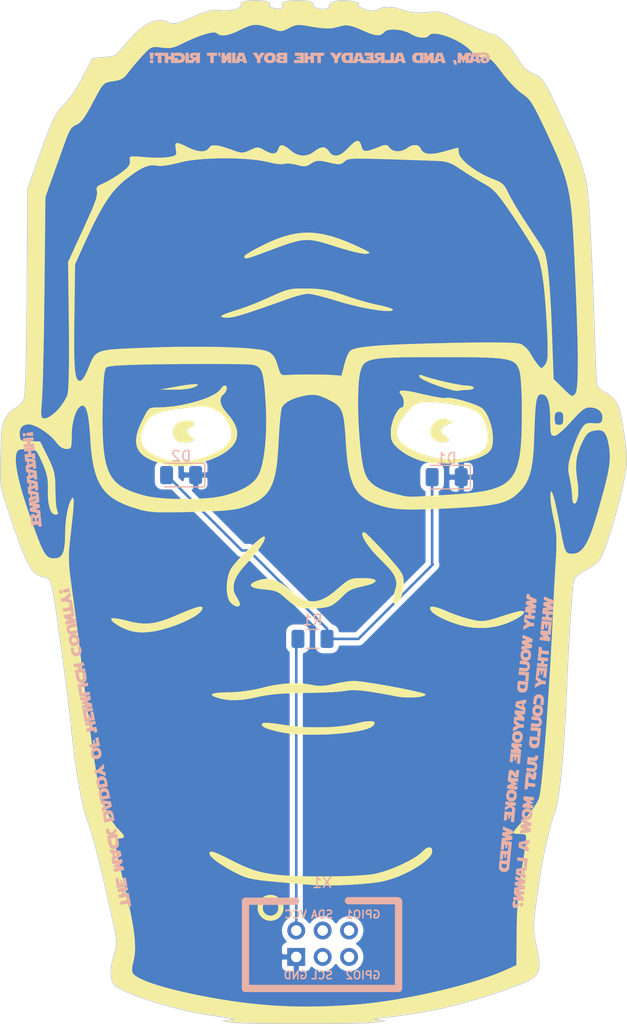
<source format=kicad_pcb>
(kicad_pcb (version 20171130) (host pcbnew "(5.1.2)-1")
  (layers (0 F.Cu signal) (31 B.Cu signal) (34 B.Paste user) (35 F.Paste user) (36 B.SilkS user) (37 F.SilkS user hide) (38 B.Mask user) (39 F.Mask user) (44 Edge.Cuts user))
  (net 0 "")
  (net 1 /VDD)
  (net 2 GND)
  (net 3 "Net-(D1-Pad2)")
  (net 4 "Net-(X1-Pad5)")
  (net 5 "Net-(X1-Pad6)")
  (net 6 "Net-(X1-Pad3)")
  (net 7 "Net-(X1-Pad4)")
  (module LOGO (layer F.Cu) (at 0 0)
    (fp_text reference G*** hide)
    (fp_text value LOGO hide)
    (fp_poly (pts (xy -13.968583 -9.175068) (xy -13.879989 -9.172929) (xy -13.807563 -9.168653) (xy -13.746699 -9.161689) (xy -13.69279 -9.151485) (xy -13.641233 -9.13749) (xy -13.58742 -9.119153) (xy -13.578435 -9.115831) (xy -13.499311 -9.075597) (xy -13.440388 -9.022263) (xy -13.402866 -8.957585) (xy -13.387945 -8.883315) (xy -13.389691 -8.839982) (xy -13.409533 -8.76174) (xy -13.447342 -8.691069) (xy -13.499217 -8.631883) (xy -13.56126 -8.588094) (xy -13.629574 -8.563615) (xy -13.668838 -8.5598) (xy -13.754811 -8.548116) (xy -13.83156 -8.514933) (xy -13.897246 -8.463053) (xy -13.950029 -8.395278) (xy -13.988072 -8.314412) (xy -14.009536 -8.223258) (xy -14.012582 -8.124617) (xy -14.002475 -8.051188) (xy -13.970434 -7.939763) (xy -13.922555 -7.843502) (xy -13.855293 -7.75534) (xy -13.852359 -7.752113) (xy -13.818356 -7.717671) (xy -13.782726 -7.68874) (xy -13.739241 -7.661149) (xy -13.681673 -7.630726) (xy -13.642754 -7.611755) (xy -13.552252 -7.564982) (xy -13.484481 -7.522024) (xy -13.441962 -7.486331) (xy -13.410322 -7.452592) (xy -13.393418 -7.426225) (xy -13.386763 -7.397998) (xy -13.3858 -7.370718) (xy -13.388177 -7.332622) (xy -13.398701 -7.304935) (xy -13.422465 -7.276669) (xy -13.435073 -7.264396) (xy -13.497508 -7.219149) (xy -13.584521 -7.178672) (xy -13.695708 -7.143129) (xy -13.775268 -7.123935) (xy -13.820216 -7.114971) (xy -13.865276 -7.108004) (xy -13.914834 -7.102723) (xy -13.973273 -7.098818) (xy -14.044977 -7.09598) (xy -14.13433 -7.093897) (xy -14.21765 -7.092615) (xy -14.311221 -7.091896) (xy -14.402006 -7.092148) (xy -14.485106 -7.093288) (xy -14.555619 -7.095228) (xy -14.608645 -7.097884) (xy -14.6304 -7.099829) (xy -14.754304 -7.118908) (xy -14.858192 -7.145045) (xy -14.946954 -7.180313) (xy -15.025482 -7.226787) (xy -15.098665 -7.286541) (xy -15.12079 -7.307846) (xy -15.200628 -7.402566) (xy -15.271098 -7.516452) (xy -15.330033 -7.644313) (xy -15.375262 -7.780956) (xy -15.404619 -7.92119) (xy -15.414047 -8.009967) (xy -15.411775 -8.167497) (xy -15.385546 -8.320007) (xy -15.336587 -8.465742) (xy -15.266131 -8.602945) (xy -15.175408 -8.729861) (xy -15.065649 -8.844733) (xy -14.938083 -8.945808) (xy -14.793942 -9.031328) (xy -14.6558 -9.091791) (xy -14.579321 -9.118746) (xy -14.509374 -9.139409) (xy -14.440587 -9.15456) (xy -14.367591 -9.164977) (xy -14.285016 -9.17144) (xy -14.18749 -9.174729) (xy -14.07795 -9.17562) (xy -13.968583 -9.175068)) (layer B.Cu) (width 0.01))
    (fp_poly (pts (xy 10.635431 -9.343996) (xy 10.732113 -9.336553) (xy 10.818981 -9.323744) (xy 10.87755 -9.309331) (xy 10.916013 -9.295587) (xy 10.968641 -9.274542) (xy 11.031956 -9.247806) (xy 11.102479 -9.216986) (xy 11.17673 -9.183692) (xy 11.251232 -9.149531) (xy 11.322505 -9.116114) (xy 11.387071 -9.085049) (xy 11.441451 -9.057943) (xy 11.482166 -9.036407) (xy 11.505737 -9.022048) (xy 11.509988 -9.016869) (xy 11.49576 -9.00992) (xy 11.46122 -8.995205) (xy 11.409752 -8.974099) (xy 11.344741 -8.947981) (xy 11.269572 -8.918226) (xy 11.2141 -8.896509) (xy 11.088495 -8.846952) (xy 10.983755 -8.804163) (xy 10.896721 -8.766653) (xy 10.824236 -8.732935) (xy 10.763144 -8.701523) (xy 10.710285 -8.670929) (xy 10.662504 -8.639667) (xy 10.649797 -8.630729) (xy 10.550486 -8.548213) (xy 10.475444 -8.460585) (xy 10.424743 -8.369197) (xy 10.398458 -8.2754) (xy 10.396659 -8.180547) (xy 10.419421 -8.08599) (xy 10.466817 -7.993081) (xy 10.538919 -7.903173) (xy 10.607158 -7.840243) (xy 10.647075 -7.810163) (xy 10.700424 -7.773686) (xy 10.758411 -7.736715) (xy 10.786256 -7.719973) (xy 10.88837 -7.65375) (xy 10.973477 -7.585559) (xy 11.04022 -7.517125) (xy 11.087241 -7.450171) (xy 11.113183 -7.386423) (xy 11.116689 -7.327605) (xy 11.111708 -7.306451) (xy 11.080565 -7.251197) (xy 11.027528 -7.202705) (xy 10.955392 -7.161773) (xy 10.866951 -7.129196) (xy 10.765001 -7.105771) (xy 10.652337 -7.092292) (xy 10.531753 -7.089557) (xy 10.406044 -7.098361) (xy 10.3886 -7.100508) (xy 10.251592 -7.125636) (xy 10.112029 -7.164742) (xy 9.976445 -7.215311) (xy 9.851373 -7.27483) (xy 9.743348 -7.340785) (xy 9.720182 -7.357673) (xy 9.612343 -7.45495) (xy 9.521228 -7.569104) (xy 9.448255 -7.696742) (xy 9.394845 -7.834468) (xy 9.362417 -7.978889) (xy 9.352389 -8.126612) (xy 9.358529 -8.222577) (xy 9.390645 -8.393054) (xy 9.445945 -8.554723) (xy 9.524825 -8.708365) (xy 9.627682 -8.854759) (xy 9.74604 -8.985919) (xy 9.882073 -9.104583) (xy 10.02942 -9.20157) (xy 10.186306 -9.275899) (xy 10.350956 -9.326586) (xy 10.36934 -9.33065) (xy 10.44576 -9.341392) (xy 10.537219 -9.345725) (xy 10.635431 -9.343996)) (layer B.Cu) (width 0.01))
  )
  (module LOGO (layer F.Cu) (at 0 0)
    (fp_text reference G*** hide)
    (fp_text value LOGO hide)
  )
  (module LOGO (layer F.Cu) (at 0 0)
    (fp_text reference G*** hide)
    (fp_text value LOGO hide)
  )
  (module LOGO (layer F.Cu) (at 0 0)
    (fp_text reference G*** hide)
    (fp_text value LOGO hide)
    (fp_poly (pts (xy -7.313693 -47.2127) (xy -7.185058 -47.200261) (xy -7.048095 -47.179118) (xy -6.900621 -47.148951) (xy -6.740458 -47.10944) (xy -6.565424 -47.060266) (xy -6.373339 -47.00111) (xy -6.162022 -46.931651) (xy -5.998536 -46.875706) (xy -5.895172 -46.840098) (xy -5.79314 -46.805398) (xy -5.696558 -46.772975) (xy -5.609542 -46.744194) (xy -5.536211 -46.720423) (xy -5.480681 -46.70303) (xy -5.461 -46.697188) (xy -5.319527 -46.660163) (xy -5.193099 -46.635996) (xy -5.076977 -46.625202) (xy -4.966425 -46.628298) (xy -4.856703 -46.645799) (xy -4.743075 -46.678222) (xy -4.620802 -46.726084) (xy -4.485146 -46.789899) (xy -4.45086 -46.807243) (xy -4.322287 -46.872905) (xy -4.213842 -46.928033) (xy -4.123098 -46.973779) (xy -4.047628 -47.011293) (xy -3.985006 -47.041725) (xy -3.932805 -47.066225) (xy -3.8886 -47.085945) (xy -3.849964 -47.102034) (xy -3.814469 -47.115643) (xy -3.779691 -47.127921) (xy -3.761845 -47.133911) (xy -3.677307 -47.159243) (xy -3.591347 -47.179179) (xy -3.501833 -47.193626) (xy -3.406631 -47.202493) (xy -3.30361 -47.205689) (xy -3.190637 -47.203121) (xy -3.06558 -47.194697) (xy -2.926305 -47.180326) (xy -2.770681 -47.159916) (xy -2.596575 -47.133374) (xy -2.401855 -47.100611) (xy -2.21615 -47.067363) (xy -1.999778 -47.02872) (xy -1.803229 -46.995768) (xy -1.621725 -46.967878) (xy -1.450491 -46.944418) (xy -1.284747 -46.92476) (xy -1.119718 -46.908272) (xy -0.950624 -46.894325) (xy -0.8509 -46.887291) (xy -0.752232 -46.882199) (xy -0.644606 -46.879217) (xy -0.532476 -46.878244) (xy -0.420297 -46.879178) (xy -0.312522 -46.881918) (xy -0.213606 -46.886361) (xy -0.128003 -46.892407) (xy -0.060167 -46.899953) (xy -0.0254 -46.906128) (xy 0.004801 -46.913216) (xy 0.056551 -46.925633) (xy 0.126739 -46.942621) (xy 0.212255 -46.963424) (xy 0.309986 -46.987284) (xy 0.416822 -47.013442) (xy 0.529652 -47.041143) (xy 0.576538 -47.052676) (xy 0.716162 -47.086865) (xy 0.834131 -47.115143) (xy 0.933398 -47.137881) (xy 1.016917 -47.155452) (xy 1.087643 -47.168228) (xy 1.14853 -47.176582) (xy 1.202531 -47.180885) (xy 1.252602 -47.18151) (xy 1.301697 -47.178829) (xy 1.352769 -47.173216) (xy 1.408773 -47.165041) (xy 1.434923 -47.160861) (xy 1.58152 -47.133134) (xy 1.735654 -47.096032) (xy 1.899422 -47.04884) (xy 2.074923 -46.990844) (xy 2.264257 -46.92133) (xy 2.469523 -46.839584) (xy 2.692818 -46.744893) (xy 2.812258 -46.692302) (xy 3.025274 -46.598906) (xy 3.218151 -46.517441) (xy 3.392785 -46.447205) (xy 3.55107 -46.387496) (xy 3.694903 -46.337613) (xy 3.826181 -46.296852) (xy 3.946798 -46.264512) (xy 4.003011 -46.251433) (xy 4.120618 -46.231385) (xy 4.240059 -46.221708) (xy 4.354783 -46.222415) (xy 4.458241 -46.233521) (xy 4.529777 -46.250303) (xy 4.629234 -46.292086) (xy 4.730237 -46.353861) (xy 4.826626 -46.431422) (xy 4.893175 -46.498526) (xy 4.965321 -46.568376) (xy 5.047156 -46.626314) (xy 5.140912 -46.673005) (xy 5.248821 -46.709118) (xy 5.373112 -46.735317) (xy 5.516018 -46.75227) (xy 5.679771 -46.760643) (xy 5.774723 -46.761828) (xy 6.082371 -46.749904) (xy 6.38541 -46.713158) (xy 6.685501 -46.651358) (xy 6.822099 -46.614715) (xy 7.001807 -46.558594) (xy 7.164983 -46.497565) (xy 7.320474 -46.427775) (xy 7.477126 -46.345374) (xy 7.584423 -46.282828) (xy 7.783839 -46.177268) (xy 7.99179 -46.095559) (xy 8.207543 -46.037899) (xy 8.430365 -46.004489) (xy 8.636 -45.995317) (xy 8.7666 -45.999198) (xy 8.876237 -46.010642) (xy 8.968546 -46.030887) (xy 9.047165 -46.06117) (xy 9.115729 -46.10273) (xy 9.177873 -46.156803) (xy 9.208841 -46.190255) (xy 9.246142 -46.230455) (xy 9.282894 -46.265623) (xy 9.311809 -46.288839) (xy 9.314445 -46.290517) (xy 9.403855 -46.331547) (xy 9.512341 -46.358426) (xy 9.638274 -46.371713) (xy 9.780022 -46.371968) (xy 9.935957 -46.359753) (xy 10.104449 -46.335627) (xy 10.283867 -46.300151) (xy 10.472583 -46.253884) (xy 10.668967 -46.197388) (xy 10.871388 -46.131221) (xy 11.078217 -46.055945) (xy 11.287824 -45.972121) (xy 11.49858 -45.880307) (xy 11.708855 -45.781064) (xy 11.917018 -45.674953) (xy 12.121441 -45.562534) (xy 12.320493 -45.444367) (xy 12.512545 -45.321012) (xy 12.695967 -45.19303) (xy 12.8524 -45.07429) (xy 12.899118 -45.035473) (xy 12.958782 -44.983138) (xy 13.026434 -44.921792) (xy 13.09712 -44.855936) (xy 13.165883 -44.790076) (xy 13.17625 -44.779963) (xy 13.29286 -44.667352) (xy 13.39542 -44.571749) (xy 13.486582 -44.49103) (xy 13.569 -44.423067) (xy 13.645329 -44.365737) (xy 13.718221 -44.316912) (xy 13.790329 -44.274467) (xy 13.839847 -44.248378) (xy 13.938064 -44.201789) (xy 14.029569 -44.165611) (xy 14.120595 -44.138315) (xy 14.21737 -44.118372) (xy 14.326127 -44.104255) (xy 14.453096 -44.094433) (xy 14.47165 -44.093371) (xy 14.551928 -44.088137) (xy 14.629517 -44.081655) (xy 14.698349 -44.074536) (xy 14.752353 -44.067388) (xy 14.779165 -44.062448) (xy 14.853787 -44.042347) (xy 14.92635 -44.016484) (xy 14.998062 -43.9837) (xy 15.07013 -43.942837) (xy 15.143762 -43.892736) (xy 15.220167 -43.832238) (xy 15.300552 -43.760185) (xy 15.386124 -43.675417) (xy 15.478093 -43.576776) (xy 15.577665 -43.463104) (xy 15.686049 -43.333241) (xy 15.804452 -43.186028) (xy 15.934083 -43.020307) (xy 16.07615 -42.83492) (xy 16.122658 -42.7736) (xy 16.283167 -42.563231) (xy 16.432514 -42.371311) (xy 16.573249 -42.194911) (xy 16.707928 -42.031104) (xy 16.839103 -41.87696) (xy 16.969327 -41.729551) (xy 17.101155 -41.585949) (xy 17.237138 -41.443225) (xy 17.37983 -41.298451) (xy 17.531785 -41.148698) (xy 17.58073 -41.101232) (xy 17.70605 -40.982564) (xy 17.820798 -40.879506) (xy 17.930176 -40.787759) (xy 18.039385 -40.703025) (xy 18.153629 -40.621004) (xy 18.201462 -40.588289) (xy 18.308129 -40.515029) (xy 18.397829 -40.450347) (xy 18.475598 -40.390127) (xy 18.54647 -40.330257) (xy 18.61548 -40.26662) (xy 18.687664 -40.195102) (xy 18.707628 -40.174652) (xy 18.794458 -40.081412) (xy 18.87755 -39.983858) (xy 18.959118 -39.878864) (xy 19.041377 -39.763304) (xy 19.126543 -39.634051) (xy 19.216829 -39.487978) (xy 19.314453 -39.32196) (xy 19.326219 -39.3015) (xy 19.376302 -39.21175) (xy 19.435979 -39.100481) (xy 19.504454 -38.969353) (xy 19.580931 -38.820023) (xy 19.664615 -38.654153) (xy 19.754707 -38.473399) (xy 19.850413 -38.279421) (xy 19.950936 -38.073877) (xy 20.05548 -37.858428) (xy 20.163248 -37.634731) (xy 20.273445 -37.404446) (xy 20.385273 -37.169231) (xy 20.497937 -36.930745) (xy 20.610641 -36.690648) (xy 20.722588 -36.450597) (xy 20.832981 -36.212253) (xy 20.941026 -35.977273) (xy 21.045925 -35.747317) (xy 21.146882 -35.524044) (xy 21.243101 -35.309112) (xy 21.250137 -35.2933) (xy 21.425658 -34.893882) (xy 21.58875 -34.512093) (xy 21.739963 -34.14569) (xy 21.879848 -33.792429) (xy 22.008954 -33.450066) (xy 22.127832 -33.116359) (xy 22.23703 -32.789063) (xy 22.3371 -32.465935) (xy 22.428591 -32.144731) (xy 22.512053 -31.823207) (xy 22.588036 -31.49912) (xy 22.657089 -31.170227) (xy 22.719764 -30.834283) (xy 22.77661 -30.489046) (xy 22.828177 -30.132271) (xy 22.875014 -29.761715) (xy 22.917672 -29.375134) (xy 22.956701 -28.970284) (xy 22.992651 -28.544923) (xy 23.026071 -28.096806) (xy 23.030802 -28.0289) (xy 23.043763 -27.836294) (xy 23.057023 -27.629196) (xy 23.07062 -27.406839) (xy 23.084595 -27.168458) (xy 23.098987 -26.913285) (xy 23.113834 -26.640552) (xy 23.129175 -26.349494) (xy 23.145051 -26.039342) (xy 23.161499 -25.70933) (xy 23.178559 -25.358691) (xy 23.196271 -24.986659) (xy 23.214673 -24.592465) (xy 23.233804 -24.175343) (xy 23.253704 -23.734526) (xy 23.274412 -23.269247) (xy 23.278744 -23.17115) (xy 23.301973 -22.639422) (xy 23.323739 -22.130448) (xy 23.344133 -21.641631) (xy 23.363248 -21.170371) (xy 23.381175 -20.714073) (xy 23.398007 -20.270136) (xy 23.413834 -19.835964) (xy 23.428749 -19.408959) (xy 23.442844 -18.986522) (xy 23.45621 -18.566055) (xy 23.468938 -18.144961) (xy 23.481122 -17.720641) (xy 23.492853 -17.290498) (xy 23.504221 -16.851933) (xy 23.509593 -16.637) (xy 23.512607 -16.499183) (xy 23.5153 -16.344223) (xy 23.51767 -16.174428) (xy 23.519719 -15.992106) (xy 23.521445 -15.799565) (xy 23.522849 -15.599113) (xy 23.523929 -15.393058) (xy 23.524685 -15.183707) (xy 23.525117 -14.973369) (xy 23.525224 -14.764352) (xy 23.525007 -14.558964) (xy 23.524464 -14.359512) (xy 23.523595 -14.168305) (xy 23.5224 -13.987651) (xy 23.520879 -13.819857) (xy 23.51903 -13.667232) (xy 23.516854 -13.532083) (xy 23.51435 -13.416718) (xy 23.511518 -13.323446) (xy 23.510192 -13.29055) (xy 23.497611 -13.037171) (xy 23.483427 -12.808541) (xy 23.467556 -12.604055) (xy 23.449917 -12.42311) (xy 23.430426 -12.2651) (xy 23.409002 -12.12942) (xy 23.385561 -12.015466) (xy 23.36002 -11.922632) (xy 23.332298 -11.850314) (xy 23.307043 -11.80465) (xy 23.282748 -11.772844) (xy 23.246473 -11.730307) (xy 23.204354 -11.684111) (xy 23.18385 -11.662701) (xy 23.129463 -11.610796) (xy 23.083834 -11.577814) (xy 23.041583 -11.561575) (xy 22.997331 -11.5599) (xy 22.952118 -11.568834) (xy 22.925274 -11.577217) (xy 22.897379 -11.588678) (xy 22.867246 -11.604262) (xy 22.833692 -11.625016) (xy 22.79553 -11.651986) (xy 22.751577 -11.686218) (xy 22.700647 -11.728757) (xy 22.641554 -11.78065) (xy 22.573115 -11.842944) (xy 22.494143 -11.916683) (xy 22.403454 -12.002914) (xy 22.299863 -12.102683) (xy 22.182185 -12.217037) (xy 22.049234 -12.34702) (xy 21.899825 -12.49368) (xy 21.859875 -12.532964) (xy 21.1963 -13.185634) (xy 21.1963 -13.259967) (xy 21.195857 -13.280377) (xy 21.194566 -13.324664) (xy 21.192478 -13.39132) (xy 21.189646 -13.478836) (xy 21.186122 -13.585707) (xy 21.181959 -13.710423) (xy 21.177209 -13.851478) (xy 21.171924 -14.007363) (xy 21.166158 -14.176572) (xy 21.159962 -14.357596) (xy 21.15339 -14.548928) (xy 21.146493 -14.74906) (xy 21.139323 -14.956486) (xy 21.131935 -15.169696) (xy 21.124379 -15.387184) (xy 21.116709 -15.607442) (xy 21.108977 -15.828962) (xy 21.101235 -16.050237) (xy 21.093536 -16.269759) (xy 21.085933 -16.486021) (xy 21.078477 -16.697515) (xy 21.071221 -16.902733) (xy 21.064218 -17.100167) (xy 21.057521 -17.288311) (xy 21.051181 -17.465656) (xy 21.045251 -17.630696) (xy 21.039784 -17.781921) (xy 21.034832 -17.917825) (xy 21.030448 -18.036901) (xy 21.026684 -18.13764) (xy 21.024831 -18.1864) (xy 21.001369 -18.770345) (xy 20.976573 -19.331842) (xy 20.950458 -19.870748) (xy 20.92304 -20.386919) (xy 20.894333 -20.880212) (xy 20.864353 -21.350482) (xy 20.833114 -21.797585) (xy 20.800632 -22.221378) (xy 20.766921 -22.621716) (xy 20.731997 -22.998456) (xy 20.695874 -23.351453) (xy 20.658568 -23.680565) (xy 20.620093 -23.985646) (xy 20.580465 -24.266553) (xy 20.539698 -24.523143) (xy 20.497808 -24.755271) (xy 20.454809 -24.962793) (xy 20.410717 -25.145565) (xy 20.365546 -25.303444) (xy 20.319312 -25.436285) (xy 20.272029 -25.543946) (xy 20.254029 -25.5778) (xy 20.221335 -25.634312) (xy 20.179408 -25.704135) (xy 20.127834 -25.787909) (xy 20.066197 -25.886277) (xy 19.994084 -25.999881) (xy 19.911079 -26.129363) (xy 19.816768 -26.275364) (xy 19.710735 -26.438527) (xy 19.592568 -26.619493) (xy 19.461849 -26.818904) (xy 19.318166 -27.037401) (xy 19.161104 -27.275628) (xy 18.990247 -27.534226) (xy 18.982261 -27.5463) (xy 18.770134 -27.867881) (xy 18.572017 -28.170027) (xy 18.387159 -28.453972) (xy 18.21481 -28.720952) (xy 18.054219 -28.972202) (xy 17.904635 -29.208957) (xy 17.765308 -29.432452) (xy 17.635485 -29.643923) (xy 17.514416 -29.844604) (xy 17.401351 -30.03573) (xy 17.295539 -30.218536) (xy 17.196228 -30.394258) (xy 17.102668 -30.56413) (xy 17.014108 -30.729389) (xy 16.929797 -30.891267) (xy 16.848984 -31.051002) (xy 16.837531 -31.074021) (xy 16.786428 -31.175659) (xy 16.734742 -31.276108) (xy 16.684517 -31.371563) (xy 16.637795 -31.45822) (xy 16.59662 -31.532276) (xy 16.563034 -31.589925) (xy 16.545171 -31.618423) (xy 16.429824 -31.774218) (xy 16.302684 -31.910883) (xy 16.17345 -32.020382) (xy 16.104435 -32.066651) (xy 16.015875 -32.117968) (xy 15.912526 -32.172) (xy 15.799147 -32.226412) (xy 15.680495 -32.278871) (xy 15.561328 -32.327042) (xy 15.5067 -32.347464) (xy 15.423892 -32.378067) (xy 15.331736 -32.41297) (xy 15.241054 -32.448028) (xy 15.162668 -32.479098) (xy 15.15745 -32.481208) (xy 14.920258 -32.582291) (xy 14.68234 -32.693395) (xy 14.44531 -32.813336) (xy 14.210784 -32.940931) (xy 13.980377 -33.074994) (xy 13.755705 -33.214342) (xy 13.538383 -33.35779) (xy 13.330027 -33.504154) (xy 13.132252 -33.65225) (xy 12.946674 -33.800894) (xy 12.774908 -33.948902) (xy 12.618571 -34.095089) (xy 12.479276 -34.238271) (xy 12.35864 -34.377263) (xy 12.258279 -34.510883) (xy 12.179807 -34.637945) (xy 12.158275 -34.679698) (xy 12.101385 -34.796346) (xy 12.063496 -35.111086) (xy 12.052987 -35.197423) (xy 12.043325 -35.274986) (xy 12.034955 -35.340348) (xy 12.028322 -35.390077) (xy 12.023871 -35.420745) (xy 12.022184 -35.429249) (xy 12.009695 -35.426491) (xy 11.975027 -35.417317) (xy 11.920408 -35.402352) (xy 11.848065 -35.382219) (xy 11.760223 -35.357544) (xy 11.659111 -35.32895) (xy 11.546954 -35.297062) (xy 11.42598 -35.262506) (xy 11.352906 -35.241559) (xy 11.216986 -35.202717) (xy 11.079817 -35.163833) (xy 10.944964 -35.125897) (xy 10.815992 -35.089899) (xy 10.696466 -35.05683) (xy 10.589952 -35.027678) (xy 10.500014 -35.003436) (xy 10.430219 -34.985091) (xy 10.419395 -34.98232) (xy 10.15524 -34.92025) (xy 9.91072 -34.873592) (xy 9.685284 -34.842336) (xy 9.478385 -34.826474) (xy 9.289472 -34.825997) (xy 9.117998 -34.840895) (xy 8.963413 -34.87116) (xy 8.825168 -34.916782) (xy 8.74395 -34.954595) (xy 8.668868 -35.003538) (xy 8.593344 -35.069192) (xy 8.524289 -35.144413) (xy 8.468616 -35.222055) (xy 8.446991 -35.26155) (xy 8.42212 -35.313333) (xy 8.397679 -35.364123) (xy 8.378902 -35.403045) (xy 8.378691 -35.40348) (xy 8.332755 -35.473136) (xy 8.267427 -35.537536) (xy 8.188702 -35.592204) (xy 8.102576 -35.632664) (xy 8.051263 -35.647933) (xy 8.0133 -35.653698) (xy 7.95903 -35.658212) (xy 7.897541 -35.660819) (xy 7.86765 -35.661201) (xy 7.729565 -35.652642) (xy 7.593829 -35.625766) (xy 7.457624 -35.579509) (xy 7.318136 -35.512808) (xy 7.172549 -35.424596) (xy 7.089817 -35.367221) (xy 6.92023 -35.259379) (xy 6.74432 -35.175986) (xy 6.562456 -35.117165) (xy 6.375007 -35.083038) (xy 6.20395 -35.073534) (xy 6.080413 -35.078086) (xy 5.971311 -35.092239) (xy 5.866999 -35.117511) (xy 5.812713 -35.135108) (xy 5.71862 -35.172815) (xy 5.63556 -35.217803) (xy 5.558626 -35.273798) (xy 5.482913 -35.34452) (xy 5.403516 -35.433692) (xy 5.377775 -35.465182) (xy 5.301845 -35.551711) (xy 5.23216 -35.61448) (xy 5.167914 -35.654131) (xy 5.121029 -35.66943) (xy 5.064831 -35.673863) (xy 4.993378 -35.670637) (xy 4.915319 -35.660677) (xy 4.839303 -35.644909) (xy 4.80695 -35.63582) (xy 4.772947 -35.62428) (xy 4.719055 -35.604762) (xy 4.648989 -35.578668) (xy 4.566463 -35.547398) (xy 4.475193 -35.512355) (xy 4.378895 -35.474941) (xy 4.33705 -35.458545) (xy 4.156202 -35.388075) (xy 3.996533 -35.327214) (xy 3.855972 -35.275342) (xy 3.732446 -35.231842) (xy 3.623886 -35.196094) (xy 3.528219 -35.167481) (xy 3.443374 -35.145385) (xy 3.36728 -35.129187) (xy 3.297864 -35.118268) (xy 3.233056 -35.112011) (xy 3.170784 -35.109797) (xy 3.16865 -35.109785) (xy 3.103407 -35.110184) (xy 3.056741 -35.112731) (xy 3.021852 -35.118408) (xy 2.991945 -35.128198) (xy 2.969183 -35.138588) (xy 2.918106 -35.169025) (xy 2.87409 -35.207993) (xy 2.835308 -35.258566) (xy 2.79993 -35.323817) (xy 2.766128 -35.406821) (xy 2.732073 -35.510652) (xy 2.716736 -35.563035) (xy 2.675779 -35.694879) (xy 2.6345 -35.803151) (xy 2.592057 -35.889674) (xy 2.547608 -35.956271) (xy 2.521689 -35.985379) (xy 2.458492 -36.034814) (xy 2.389846 -36.061136) (xy 2.314026 -36.064509) (xy 2.229309 -36.0451) (xy 2.166812 -36.019479) (xy 2.119256 -35.995118) (xy 2.070563 -35.965845) (xy 2.018811 -35.93001) (xy 1.962083 -35.885966) (xy 1.898459 -35.832067) (xy 1.82602 -35.766663) (xy 1.742847 -35.688109) (xy 1.64702 -35.594755) (xy 1.53662 -35.484956) (xy 1.49225 -35.44039) (xy 1.372154 -35.32035) (xy 1.266922 -35.217223) (xy 1.174305 -35.12915) (xy 1.092056 -35.054271) (xy 1.017926 -34.990729) (xy 0.949667 -34.936664) (xy 0.885031 -34.890219) (xy 0.82177 -34.849534) (xy 0.757636 -34.81275) (xy 0.69215 -34.778884) (xy 0.567824 -34.722924) (xy 0.455113 -34.684548) (xy 0.348798 -34.66232) (xy 0.243663 -34.654802) (xy 0.241602 -34.654792) (xy 0.113994 -34.665019) (xy -0.004384 -34.697098) (xy -0.114617 -34.751691) (xy -0.217786 -34.829456) (xy -0.314975 -34.931055) (xy -0.399712 -35.04565) (xy -0.492817 -35.172267) (xy -0.587982 -35.274033) (xy -0.686045 -35.351467) (xy -0.787846 -35.405091) (xy -0.894224 -35.435423) (xy -1.006021 -35.442985) (xy -1.038369 -35.441095) (xy -1.12922 -35.428273) (xy -1.221551 -35.404348) (xy -1.3179 -35.368073) (xy -1.420807 -35.318196) (xy -1.532813 -35.253468) (xy -1.656456 -35.172639) (xy -1.794278 -35.074458) (xy -1.8161 -35.058328) (xy -1.979239 -34.944434) (xy -2.13419 -34.85179) (xy -2.284364 -34.779049) (xy -2.433174 -34.724867) (xy -2.584029 -34.687896) (xy -2.740343 -34.666789) (xy -2.820732 -34.661799) (xy -2.996088 -34.663054) (xy -3.16199 -34.682229) (xy -3.324251 -34.720576) (xy -3.488686 -34.779344) (xy -3.60045 -34.829552) (xy -3.699599 -34.880343) (xy -3.795795 -34.936256) (xy -3.893752 -35.000428) (xy -3.998185 -35.075999) (xy -4.113806 -35.166106) (xy -4.15076 -35.195938) (xy -4.28712 -35.304782) (xy -4.407646 -35.396489) (xy -4.514215 -35.47213) (xy -4.608705 -35.532774) (xy -4.692995 -35.579489) (xy -4.768961 -35.613346) (xy -4.838481 -35.635414) (xy -4.903433 -35.646762) (xy -4.946152 -35.648901) (xy -4.997927 -35.646296) (xy -5.037432 -35.636182) (xy -5.077471 -35.615107) (xy -5.081924 -35.612311) (xy -5.122361 -35.582337) (xy -5.158307 -35.545132) (xy -5.191842 -35.497244) (xy -5.225048 -35.435222) (xy -5.260005 -35.355615) (xy -5.298793 -35.254971) (xy -5.301044 -35.24885) (xy -5.35206 -35.130074) (xy -5.410104 -35.034866) (xy -5.476938 -34.961947) (xy -5.554321 -34.91004) (xy -5.644014 -34.877864) (xy -5.747777 -34.86414) (xy -5.829622 -34.864823) (xy -5.935866 -34.877866) (xy -6.052598 -34.906188) (xy -6.181256 -34.950348) (xy -6.323279 -35.010908) (xy -6.480104 -35.088429) (xy -6.65317 -35.183471) (xy -6.6675 -35.191699) (xy -6.789391 -35.260785) (xy -6.896742 -35.31808) (xy -6.992721 -35.363591) (xy -7.080494 -35.397322) (xy -7.163228 -35.419281) (xy -7.24409 -35.429471) (xy -7.326246 -35.427901) (xy -7.412862 -35.414575) (xy -7.507106 -35.389499) (xy -7.612144 -35.352678) (xy -7.731143 -35.30412) (xy -7.867269 -35.24383) (xy -7.9756 -35.194114) (xy -8.109657 -35.132829) (xy -8.224262 -35.082272) (xy -8.322465 -35.041384) (xy -8.407316 -35.009105) (xy -8.481863 -34.984378) (xy -8.549155 -34.966144) (xy -8.612242 -34.953344) (xy -8.674173 -34.94492) (xy -8.700554 -34.942434) (xy -8.762304 -34.939342) (xy -8.825767 -34.940756) (xy -8.893356 -34.947271) (xy -8.967482 -34.959483) (xy -9.050559 -34.97799) (xy -9.145 -35.003386) (xy -9.253216 -35.036269) (xy -9.377622 -35.077234) (xy -9.520629 -35.126877) (xy -9.683112 -35.185236) (xy -9.89476 -35.261349) (xy -10.085849 -35.328223) (xy -10.259131 -35.38671) (xy -10.41736 -35.437661) (xy -10.563285 -35.481926) (xy -10.69966 -35.520357) (xy -10.829236 -35.553805) (xy -10.954765 -35.58312) (xy -11.00455 -35.593899) (xy -11.069004 -35.606942) (xy -11.124561 -35.616337) (xy -11.177903 -35.622676) (xy -11.235711 -35.626549) (xy -11.304666 -35.628549) (xy -11.391451 -35.629265) (xy -11.4046 -35.629296) (xy -11.489109 -35.62922) (xy -11.552815 -35.628352) (xy -11.600314 -35.626265) (xy -11.6362 -35.622531) (xy -11.665069 -35.616724) (xy -11.691515 -35.608415) (xy -11.711338 -35.600765) (xy -11.805752 -35.551684) (xy -11.885203 -35.485379) (xy -11.953805 -35.398668) (xy -12.031168 -35.297206) (xy -12.116214 -35.217844) (xy -12.213221 -35.15751) (xy -12.32647 -35.113135) (xy -12.367843 -35.101545) (xy -12.515785 -35.075252) (xy -12.679127 -35.068225) (xy -12.856886 -35.08032) (xy -13.048078 -35.111394) (xy -13.251721 -35.161303) (xy -13.46683 -35.229903) (xy -13.60805 -35.282754) (xy -13.650892 -35.300761) (xy -13.712612 -35.32823) (xy -13.789325 -35.363356) (xy -13.877146 -35.404334) (xy -13.972189 -35.449357) (xy -14.070569 -35.49662) (xy -14.1224 -35.521797) (xy -14.296583 -35.605712) (xy -14.450148 -35.677269) (xy -14.584485 -35.736796) (xy -14.700983 -35.784618) (xy -14.801031 -35.821063) (xy -14.886016 -35.846459) (xy -14.957329 -35.861132) (xy -15.016357 -35.865409) (xy -15.06449 -35.859617) (xy -15.103116 -35.844083) (xy -15.133624 -35.819135) (xy -15.157403 -35.7851) (xy -15.16599 -35.76756) (xy -15.177833 -35.73764) (xy -15.185015 -35.708482) (xy -15.188192 -35.673384) (xy -15.188017 -35.625643) (xy -15.185575 -35.567106) (xy -15.180066 -35.497272) (xy -15.170351 -35.413629) (xy -15.157848 -35.327134) (xy -15.145246 -35.2552) (xy -15.122852 -35.130714) (xy -15.108709 -35.027409) (xy -15.102933 -34.942406) (xy -15.105638 -34.872825) (xy -15.11694 -34.815788) (xy -15.136954 -34.768413) (xy -15.165795 -34.727822) (xy -15.166367 -34.727168) (xy -15.201851 -34.693303) (xy -15.246896 -34.663058) (xy -15.304278 -34.635384) (xy -15.376771 -34.609237) (xy -15.46715 -34.583568) (xy -15.57819 -34.557333) (xy -15.66545 -34.538932) (xy -15.767614 -34.519283) (xy -15.867007 -34.502736) (xy -15.966913 -34.489062) (xy -16.070614 -34.478029) (xy -16.181392 -34.469406) (xy -16.302528 -34.462964) (xy -16.437305 -34.45847) (xy -16.589006 -34.455696) (xy -16.760912 -34.454409) (xy -16.870212 -34.454253) (xy -17.039032 -34.454758) (xy -17.192074 -34.456311) (xy -17.334361 -34.45914) (xy -17.470915 -34.463476) (xy -17.60676 -34.469549) (xy -17.746917 -34.477589) (xy -17.896411 -34.487825) (xy -18.060265 -34.500487) (xy -18.2435 -34.515806) (xy -18.275837 -34.518596) (xy -18.463588 -34.534582) (xy -18.6279 -34.547968) (xy -18.770593 -34.558861) (xy -18.893482 -34.567367) (xy -18.998385 -34.573594) (xy -19.087121 -34.577648) (xy -19.161505 -34.579637) (xy -19.223356 -34.579667) (xy -19.274491 -34.577845) (xy -19.2786 -34.577596) (xy -19.362262 -34.570514) (xy -19.425718 -34.560327) (xy -19.474108 -34.545609) (xy -19.512571 -34.524934) (xy -19.536452 -34.506053) (xy -19.57705 -34.469673) (xy -19.57192 -34.325862) (xy -19.569533 -34.247427) (xy -19.567444 -34.158004) (xy -19.565969 -34.072005) (xy -19.56557 -34.036) (xy -19.56537 -33.972295) (xy -19.566923 -33.926682) (xy -19.57158 -33.891857) (xy -19.580689 -33.860517) (xy -19.595601 -33.825357) (xy -19.610146 -33.7947) (xy -19.64111 -33.736308) (xy -19.67833 -33.67465) (xy -19.713768 -33.62304) (xy -19.713888 -33.622882) (xy -19.784793 -33.538724) (xy -19.877307 -33.444635) (xy -19.990135 -33.341662) (xy -20.121979 -33.230851) (xy -20.271543 -33.11325) (xy -20.437531 -32.989905) (xy -20.618647 -32.861863) (xy -20.813595 -32.73017) (xy -20.84576 -32.708977) (xy -21.069871 -32.564409) (xy -21.280436 -32.434276) (xy -21.482548 -32.315753) (xy -21.681296 -32.206017) (xy -21.881772 -32.102242) (xy -22.089067 -32.001605) (xy -22.273762 -31.91672) (xy -22.341366 -31.885611) (xy -22.407255 -31.85398) (xy -22.464729 -31.825131) (xy -22.507084 -31.802364) (xy -22.513729 -31.798487) (xy -22.583503 -31.751338) (xy -22.647951 -31.697684) (xy -22.701563 -31.642725) (xy -22.738828 -31.591661) (xy -22.744775 -31.580462) (xy -22.765159 -31.513501) (xy -22.770598 -31.431065) (xy -22.761077 -31.338229) (xy -22.7457 -31.270481) (xy -22.727864 -31.177459) (xy -22.722312 -31.0705) (xy -22.729235 -30.948864) (xy -22.748827 -30.81181) (xy -22.781278 -30.658601) (xy -22.826782 -30.488496) (xy -22.885528 -30.300755) (xy -22.95771 -30.09464) (xy -23.04352 -29.869411) (xy -23.143148 -29.624328) (xy -23.219319 -29.44495) (xy -23.23121 -29.417375) (xy -23.242374 -29.391523) (xy -23.253297 -29.366324) (xy -23.264465 -29.340709) (xy -23.276366 -29.313607) (xy -23.289487 -29.283948) (xy -23.304313 -29.250664) (xy -23.321331 -29.212685) (xy -23.341029 -29.168939) (xy -23.363892 -29.118359) (xy -23.390407 -29.059873) (xy -23.421062 -28.992413) (xy -23.456343 -28.914907) (xy -23.496736 -28.826288) (xy -23.542727 -28.725484) (xy -23.594805 -28.611426) (xy -23.653455 -28.483044) (xy -23.719164 -28.339268) (xy -23.792419 -28.179029) (xy -23.873706 -28.001257) (xy -23.963512 -27.804882) (xy -24.062324 -27.588835) (xy -24.170628 -27.352044) (xy -24.288911 -27.093441) (xy -24.314132 -27.0383) (xy -24.410031 -26.828637) (xy -24.505211 -26.620544) (xy -24.598922 -26.415661) (xy -24.690415 -26.215628) (xy -24.778939 -26.022086) (xy -24.863744 -25.836675) (xy -24.94408 -25.661034) (xy -25.019196 -25.496804) (xy -25.088343 -25.345625) (xy -25.150771 -25.209137) (xy -25.205728 -25.08898) (xy -25.252466 -24.986794) (xy -25.290234 -24.904219) (xy -25.318281 -24.842896) (xy -25.321094 -24.836746) (xy -25.506097 -24.432241) (xy -25.471104 -21.483946) (xy -25.465652 -21.022505) (xy -25.460544 -20.585494) (xy -25.455773 -20.171945) (xy -25.451333 -19.78089) (xy -25.447217 -19.411362) (xy -25.443418 -19.062393) (xy -25.43993 -18.733015) (xy -25.436747 -18.422261) (xy -25.433862 -18.129163) (xy -25.431268 -17.852752) (xy -25.428959 -17.592062) (xy -25.426928 -17.346125) (xy -25.425169 -17.113973) (xy -25.423676 -16.894637) (xy -25.422442 -16.687152) (xy -25.421459 -16.490548) (xy -25.420723 -16.303858) (xy -25.420226 -16.126114) (xy -25.419962 -15.956349) (xy -25.419924 -15.793595) (xy -25.420105 -15.636884) (xy -25.4205 -15.485248) (xy -25.421102 -15.33772) (xy -25.421904 -15.193332) (xy -25.422899 -15.051117) (xy -25.424082 -14.910105) (xy -25.425445 -14.769331) (xy -25.425701 -14.7447) (xy -25.430001 -14.381374) (xy -25.435026 -14.042871) (xy -25.440806 -13.728625) (xy -25.447369 -13.438068) (xy -25.454745 -13.170635) (xy -25.462963 -12.925757) (xy -25.472052 -12.702869) (xy -25.48204 -12.501402) (xy -25.492957 -12.320791) (xy -25.504832 -12.160469) (xy -25.517695 -12.019868) (xy -25.531573 -11.898421) (xy -25.546496 -11.795563) (xy -25.562493 -11.710725) (xy -25.579594 -11.643341) (xy -25.585634 -11.624396) (xy -25.629613 -11.512618) (xy -25.690032 -11.386158) (xy -25.764982 -11.247901) (xy -25.852558 -11.100732) (xy -25.950852 -10.947537) (xy -26.057958 -10.791199) (xy -26.17197 -10.634604) (xy -26.290979 -10.480637) (xy -26.41308 -10.332183) (xy -26.521393 -10.208594) (xy -26.637648 -10.08705) (xy -26.763646 -9.967734) (xy -26.895894 -9.853287) (xy -27.030898 -9.746353) (xy -27.165167 -9.649574) (xy -27.295207 -9.565592) (xy -27.417527 -9.497051) (xy -27.528299 -9.446723) (xy -27.627209 -9.417578) (xy -27.732411 -9.402756) (xy -27.83415 -9.403215) (xy -27.889181 -9.411165) (xy -27.956125 -9.43389) (xy -28.007369 -9.472215) (xy -28.045615 -9.529017) (xy -28.073567 -9.607172) (xy -28.073666 -9.60755) (xy -28.081191 -9.651384) (xy -28.086978 -9.716542) (xy -28.090998 -9.799009) (xy -28.093221 -9.894766) (xy -28.093615 -9.999795) (xy -28.092151 -10.110081) (xy -28.088798 -10.221604) (xy -28.083526 -10.330349) (xy -28.079594 -10.390322) (xy -28.075233 -10.44994) (xy -28.069347 -10.529886) (xy -28.062305 -10.625159) (xy -28.054478 -10.730758) (xy -28.046236 -10.841681) (xy -28.037949 -10.952928) (xy -28.035519 -10.9855) (xy -28.025836 -11.117851) (xy -28.016943 -11.245551) (xy -28.008737 -11.370887) (xy -28.001118 -11.496146) (xy -27.993985 -11.623616) (xy -27.987237 -11.755582) (xy -27.980772 -11.894332) (xy -27.974489 -12.042152) (xy -27.968288 -12.201329) (xy -27.962068 -12.37415) (xy -27.955726 -12.562901) (xy -27.949163 -12.769869) (xy -27.942277 -12.997342) (xy -27.934967 -13.247605) (xy -27.933915 -13.2842) (xy -27.926599 -13.542375) (xy -27.919505 -13.799472) (xy -27.912621 -14.056282) (xy -27.905934 -14.313599) (xy -27.899433 -14.572215) (xy -27.893106 -14.832922) (xy -27.886941 -15.096513) (xy -27.880926 -15.363779) (xy -27.87505 -15.635513) (xy -27.869299 -15.912508) (xy -27.863662 -16.195556) (xy -27.858128 -16.485449) (xy -27.852685 -16.782979) (xy -27.847319 -17.088939) (xy -27.842021 -17.404122) (xy -27.836777 -17.729319) (xy -27.831576 -18.065323) (xy -27.826405 -18.412926) (xy -27.821254 -18.772921) (xy -27.816109 -19.1461) (xy -27.81096 -19.533255) (xy -27.805793 -19.935179) (xy -27.800598 -20.352664) (xy -27.795362 -20.786502) (xy -27.790074 -21.237485) (xy -27.78472 -21.706407) (xy -27.779291 -22.194059) (xy -27.773773 -22.701234) (xy -27.768155 -23.228724) (xy -27.762424 -23.777321) (xy -27.756569 -24.347818) (xy -27.750578 -24.941007) (xy -27.744439 -25.557681) (xy -27.73814 -26.198631) (xy -27.735465 -26.47315) (xy -27.694712 -30.66415) (xy -27.422615 -31.42615) (xy -27.27636 -31.835726) (xy -27.138381 -32.222107) (xy -27.008414 -32.58602) (xy -26.886196 -32.928192) (xy -26.771464 -33.24935) (xy -26.663954 -33.550221) (xy -26.563404 -33.831532) (xy -26.469549 -34.094009) (xy -26.382127 -34.33838) (xy -26.300875 -34.565372) (xy -26.225529 -34.775711) (xy -26.155825 -34.970124) (xy -26.091502 -35.149339) (xy -26.032295 -35.314082) (xy -25.977941 -35.46508) (xy -25.928177 -35.603061) (xy -25.88274 -35.72875) (xy -25.841366 -35.842876) (xy -25.803793 -35.946164) (xy -25.769756 -36.039342) (xy -25.738993 -36.123137) (xy -25.711241 -36.198275) (xy -25.686236 -36.265484) (xy -25.663715 -36.325491) (xy -25.643414 -36.379022) (xy -25.625071 -36.426804) (xy -25.608423 -36.469565) (xy -25.593205 -36.508031) (xy -25.579155 -36.542929) (xy -25.566009 -36.574986) (xy -25.553504 -36.604929) (xy -25.541378 -36.633485) (xy -25.529366 -36.66138) (xy -25.517206 -36.689343) (xy -25.513578 -36.69765) (xy -25.434912 -36.869573) (xy -25.358477 -37.018688) (xy -25.282308 -37.147236) (xy -25.204445 -37.25746) (xy -25.122925 -37.351602) (xy -25.035785 -37.431904) (xy -24.941063 -37.50061) (xy -24.836797 -37.559962) (xy -24.721025 -37.612201) (xy -24.709087 -37.616983) (xy -24.602315 -37.666753) (xy -24.498023 -37.731004) (xy -24.394691 -37.811232) (xy -24.290796 -37.908937) (xy -24.184817 -38.025616) (xy -24.075232 -38.162767) (xy -23.96052 -38.321887) (xy -23.895891 -38.4175) (xy -23.83608 -38.508826) (xy -23.777305 -38.600911) (xy -23.718374 -38.695845) (xy -23.658095 -38.795718) (xy -23.595276 -38.902619) (xy -23.528725 -39.018637) (xy -23.45725 -39.145862) (xy -23.379657 -39.286384) (xy -23.294756 -39.442292) (xy -23.201355 -39.615675) (xy -23.09826 -39.808623) (xy -23.044477 -39.90975) (xy -22.934247 -40.116814) (xy -22.834695 -40.302706) (xy -22.74494 -40.468877) (xy -22.664105 -40.616774) (xy -22.591311 -40.747848) (xy -22.525679 -40.863547) (xy -22.466332 -40.965319) (xy -22.412391 -41.054615) (xy -22.362977 -41.132881) (xy -22.317212 -41.201569) (xy -22.274217 -41.262125) (xy -22.233114 -41.316) (xy -22.193025 -41.364642) (xy -22.153071 -41.4095) (xy -22.112374 -41.452023) (xy -22.104784 -41.459659) (xy -22.040523 -41.520282) (xy -21.97669 -41.571796) (xy -21.910034 -41.615472) (xy -21.837303 -41.652581) (xy -21.755246 -41.684397) (xy -21.660611 -41.712189) (xy -21.550148 -41.737229) (xy -21.420606 -41.76079) (xy -21.27885 -41.782677) (xy -21.100908 -41.809883) (xy -20.9454 -41.836859) (xy -20.809383 -41.864489) (xy -20.689915 -41.893658) (xy -20.584056 -41.925249) (xy -20.488862 -41.960148) (xy -20.401392 -41.999238) (xy -20.318704 -42.043404) (xy -20.237856 -42.093531) (xy -20.232088 -42.097354) (xy -20.158839 -42.150164) (xy -20.08724 -42.210725) (xy -20.014484 -42.281958) (xy -19.937763 -42.366789) (xy -19.854269 -42.468141) (xy -19.765458 -42.583268) (xy -19.66354 -42.716407) (xy -19.551998 -42.85806) (xy -19.432342 -43.006536) (xy -19.306082 -43.160143) (xy -19.17473 -43.317191) (xy -19.039796 -43.475987) (xy -18.902791 -43.63484) (xy -18.765224 -43.792058) (xy -18.628608 -43.945951) (xy -18.494452 -44.094826) (xy -18.364266 -44.236991) (xy -18.239563 -44.370757) (xy -18.121851 -44.49443) (xy -18.012643 -44.606319) (xy -17.913447 -44.704733) (xy -17.825776 -44.78798) (xy -17.751139 -44.854369) (xy -17.701417 -44.894518) (xy -17.623376 -44.949952) (xy -17.54745 -44.995466) (xy -17.470732 -45.031478) (xy -17.390311 -45.058402) (xy -17.303281 -45.076656) (xy -17.206731 -45.086657) (xy -17.097753 -45.088819) (xy -16.973439 -45.083561) (xy -16.83088 -45.071297) (xy -16.667168 -45.052445) (xy -16.63065 -45.047795) (xy -16.442511 -45.024758) (xy -16.275885 -45.007296) (xy -16.127496 -44.995445) (xy -15.994069 -44.989237) (xy -15.872328 -44.988709) (xy -15.758999 -44.993894) (xy -15.650806 -45.004828) (xy -15.544473 -45.021545) (xy -15.436724 -45.044081) (xy -15.367 -45.061188) (xy -15.294776 -45.081035) (xy -15.222154 -45.103793) (xy -15.146199 -45.130686) (xy -15.063972 -45.162939) (xy -14.972538 -45.201777) (xy -14.868959 -45.248424) (xy -14.750298 -45.304105) (xy -14.613617 -45.370043) (xy -14.5415 -45.405327) (xy -14.220278 -45.560257) (xy -13.909956 -45.704318) (xy -13.611384 -45.837211) (xy -13.325414 -45.958633) (xy -13.052896 -46.068285) (xy -12.794679 -46.165865) (xy -12.551615 -46.251073) (xy -12.324553 -46.323607) (xy -12.114345 -46.383168) (xy -11.92184 -46.429453) (xy -11.74789 -46.462163) (xy -11.593343 -46.480996) (xy -11.48715 -46.485857) (xy -11.41043 -46.484776) (xy -11.351711 -46.479008) (xy -11.303704 -46.466173) (xy -11.259114 -46.44389) (xy -11.21065 -46.409777) (xy -11.180441 -46.385713) (xy -11.072533 -46.312688) (xy -10.951036 -46.258706) (xy -10.815305 -46.223688) (xy -10.664695 -46.207556) (xy -10.498562 -46.210231) (xy -10.316262 -46.231633) (xy -10.163467 -46.261047) (xy -10.042887 -46.290087) (xy -9.921562 -46.324247) (xy -9.796602 -46.364643) (xy -9.665118 -46.41239) (xy -9.524221 -46.468604) (xy -9.371022 -46.534401) (xy -9.202631 -46.610895) (xy -9.016159 -46.699204) (xy -8.9662 -46.723344) (xy -8.80471 -46.801194) (xy -8.663095 -46.868359) (xy -8.538715 -46.925918) (xy -8.428933 -46.974948) (xy -8.331111 -47.016526) (xy -8.242611 -47.05173) (xy -8.160795 -47.081638) (xy -8.083023 -47.107328) (xy -8.006659 -47.129876) (xy -7.929064 -47.150362) (xy -7.908263 -47.155508) (xy -7.788561 -47.181799) (xy -7.671433 -47.200984) (xy -7.5547 -47.212742) (xy -7.43618 -47.216753) (xy -7.313693 -47.2127)) (layer F.Cu) (width 0.01))
  )
  (module LOGO (layer F.Cu) (at 0 0)
    (fp_text reference G*** hide)
    (fp_text value LOGO hide)
  )
  (module LOGO (layer F.Cu) (at 0 0)
    (fp_text reference G*** hide)
    (fp_text value LOGO hide)
  )
  (module LED_SMD:LED_1206_3216Metric (layer B.Cu) (at 10.91438 -3.75158 180)
    (fp_text reference D1 (at 0 1.82) (layer B.SilkS) (effects (justify mirror)))
    (fp_text value LED)
    (pad 1 smd roundrect (at -1.4 0 180) (size 1.25 1.75) (layers B.Cu B.Paste B.Mask) (roundrect_rratio 0.2) (net 2 GND))
    (pad 2 smd roundrect (at 1.4 0 180) (size 1.25 1.75) (layers B.Cu B.Paste B.Mask) (roundrect_rratio 0.2) (net 3 "Net-(D1-Pad2)"))
  )
  (module LED_SMD:LED_1206_3216Metric (layer B.Cu) (at -14.63548 -3.95224 180)
    (fp_text reference D2 (at 0 1.82) (layer B.SilkS) (effects (justify mirror)))
    (fp_text value LED)
    (pad 2 smd roundrect (at 1.4 0 180) (size 1.25 1.75) (layers B.Cu B.Paste B.Mask) (roundrect_rratio 0.2) (net 3 "Net-(D1-Pad2)"))
    (pad 1 smd roundrect (at -1.4 0 180) (size 1.25 1.75) (layers B.Cu B.Paste B.Mask) (roundrect_rratio 0.2) (net 2 GND))
  )
  (module Resistor_SMD:R_1206_3216Metric (layer B.Cu) (at -1.99644 11.79322 180)
    (fp_text reference R1 (at 0 1.82) (layer B.SilkS) (effects (justify mirror)))
    (fp_text value 1K)
    (pad 1 smd roundrect (at -1.4 0 180) (size 1.25 1.75) (layers B.Cu B.Paste B.Mask) (roundrect_rratio 0.2) (net 3 "Net-(D1-Pad2)"))
    (pad 2 smd roundrect (at 1.4 0 180) (size 1.25 1.75) (layers B.Cu B.Paste B.Mask) (roundrect_rratio 0.2) (net 1 /VDD))
  )
  (module my-ki-cad-parts:Badgelife-SAOv169-SAO-2x3 (layer F.Cu) (at -1.07696 41.06926)
    (fp_text reference X1 (at 0 -5.842) (layer B.SilkS) (effects (justify mirror)))
    (fp_text value Badgelife_sao_connector_v169bis)
    (fp_text user VCC (at -2.54 -2.794 unlocked) (layer B.SilkS) (effects (font (size 0.75 0.75)) (justify mirror)))
    (fp_text user SDA (at 0 -2.794 unlocked) (layer B.SilkS) (effects (font (size 0.75 0.75)) (justify mirror)))
    (fp_text user GPIO1 (at 3.937 -2.794 unlocked) (layer B.SilkS) (effects (font (size 0.75 0.75)) (justify mirror)))
    (fp_text user GND (at -2.54 3.048 unlocked) (layer B.SilkS) (effects (font (size 0.75 0.75)) (justify mirror)))
    (fp_text user SCL (at 0 3.048) (layer B.SilkS) (effects (font (size 0.75 0.75)) (justify mirror)))
    (fp_text user GPIO2 (at 3.937 3.048) (layer B.SilkS) (effects (font (size 0.75 0.75)) (justify mirror)))
    (pad 5 thru_hole circle (at 2.6 -1.25 270) (size 1.7272 1.7272) (drill 1.016) (layers *.Cu *.Mask) (net 4 "Net-(X1-Pad5)"))
    (pad 6 thru_hole circle (at 2.6 1.29 270) (size 1.7272 1.7272) (drill 1.016) (layers *.Cu *.Mask) (net 5 "Net-(X1-Pad6)"))
    (pad 3 thru_hole oval (at 0.06 -1.25 270) (size 1.7272 1.7272) (drill 1.016) (layers *.Cu *.Mask) (net 6 "Net-(X1-Pad3)"))
    (pad 4 thru_hole oval (at 0.06 1.29 270) (size 1.7272 1.7272) (drill 1.016) (layers *.Cu *.Mask) (net 7 "Net-(X1-Pad4)"))
    (pad 1 thru_hole oval (at -2.48 -1.25 270) (size 1.7272 1.7272) (drill 1.016) (layers *.Cu *.Mask) (net 1 /VDD))
    (pad 2 thru_hole rect (at -2.48 1.29 270) (size 1.7272 1.7272) (drill 1.016) (layers *.Cu *.Mask) (net 2 GND))
  )
  (gr_line (start -9.815535 48.626712) (end -10.337899 48.542212) (layer Edge.Cuts) (width 0.1))
  (gr_line (start -10.337899 48.542212) (end -10.475952 48.513872) (layer Edge.Cuts) (width 0.1))
  (gr_line (start -10.475952 48.513872) (end -10.51519 48.50222) (layer Edge.Cuts) (width 0.1))
  (gr_line (start -10.51519 48.50222) (end -10.534948 48.491899) (layer Edge.Cuts) (width 0.1))
  (gr_line (start -10.534948 48.491899) (end -10.535524 48.48262) (layer Edge.Cuts) (width 0.1))
  (gr_line (start -10.535524 48.48262) (end -10.517171 48.474097) (layer Edge.Cuts) (width 0.1))
  (gr_line (start -10.517171 48.474097) (end -10.424865 48.458237) (layer Edge.Cuts) (width 0.1))
  (gr_line (start -10.424865 48.458237) (end -10.025792 48.423675) (layer Edge.Cuts) (width 0.1))
  (gr_line (start -10.025792 48.423675) (end -9.748584 48.400371) (layer Edge.Cuts) (width 0.1))
  (gr_line (start -9.748584 48.400371) (end -9.650034 48.388683) (layer Edge.Cuts) (width 0.1))
  (gr_line (start -9.650034 48.388683) (end -9.582127 48.375988) (layer Edge.Cuts) (width 0.1))
  (gr_line (start -9.582127 48.375988) (end -9.547822 48.361566) (layer Edge.Cuts) (width 0.1))
  (gr_line (start -9.547822 48.361566) (end -9.544193 48.353474) (layer Edge.Cuts) (width 0.1))
  (gr_line (start -9.544193 48.353474) (end -9.550069 48.344699) (layer Edge.Cuts) (width 0.1))
  (gr_line (start -9.550069 48.344699) (end -9.591828 48.324667) (layer Edge.Cuts) (width 0.1))
  (gr_line (start -9.591828 48.324667) (end -9.676053 48.300716) (layer Edge.Cuts) (width 0.1))
  (gr_line (start -9.676053 48.300716) (end -9.983726 48.238236) (layer Edge.Cuts) (width 0.1))
  (gr_line (start -9.983726 48.238236) (end -10.496734 48.151452) (layer Edge.Cuts) (width 0.1))
  (gr_line (start -10.496734 48.151452) (end -12.233342 47.881742) (layer Edge.Cuts) (width 0.1))
  (gr_line (start -12.233342 47.881742) (end -12.83795 47.780418) (layer Edge.Cuts) (width 0.1))
  (gr_line (start -12.83795 47.780418) (end -13.470833 47.657969) (layer Edge.Cuts) (width 0.1))
  (gr_line (start -13.470833 47.657969) (end -14.12433 47.516833) (layer Edge.Cuts) (width 0.1))
  (gr_line (start -14.12433 47.516833) (end -14.790784 47.359445) (layer Edge.Cuts) (width 0.1))
  (gr_line (start -14.790784 47.359445) (end -15.462535 47.188239) (layer Edge.Cuts) (width 0.1))
  (gr_line (start -15.462535 47.188239) (end -16.131925 47.005655) (layer Edge.Cuts) (width 0.1))
  (gr_line (start -16.131925 47.005655) (end -16.791294 46.81413) (layer Edge.Cuts) (width 0.1))
  (gr_line (start -16.791294 46.81413) (end -17.432984 46.616093) (layer Edge.Cuts) (width 0.1))
  (gr_line (start -17.432984 46.616093) (end -18.049336 46.413987) (layer Edge.Cuts) (width 0.1))
  (gr_line (start -18.049336 46.413987) (end -18.63269 46.210242) (layer Edge.Cuts) (width 0.1))
  (gr_line (start -18.63269 46.210242) (end -19.175388 46.007299) (layer Edge.Cuts) (width 0.1))
  (gr_line (start -19.175388 46.007299) (end -19.669771 45.807596) (layer Edge.Cuts) (width 0.1))
  (gr_line (start -19.669771 45.807596) (end -20.10818 45.613561) (layer Edge.Cuts) (width 0.1))
  (gr_line (start -20.10818 45.613561) (end -20.304001 45.519433) (layer Edge.Cuts) (width 0.1))
  (gr_line (start -20.304001 45.519433) (end -20.482956 45.427636) (layer Edge.Cuts) (width 0.1))
  (gr_line (start -20.482956 45.427636) (end -20.644089 45.338475) (layer Edge.Cuts) (width 0.1))
  (gr_line (start -20.644089 45.338475) (end -20.786441 45.252255) (layer Edge.Cuts) (width 0.1))
  (gr_line (start -20.786441 45.252255) (end -20.909055 45.169283) (layer Edge.Cuts) (width 0.1))
  (gr_line (start -20.909055 45.169283) (end -21.010974 45.089858) (layer Edge.Cuts) (width 0.1))
  (gr_line (start -21.010974 45.089858) (end -21.053358 45.050031) (layer Edge.Cuts) (width 0.1))
  (gr_line (start -21.053358 45.050031) (end -21.09312 45.004933) (layer Edge.Cuts) (width 0.1))
  (gr_line (start -21.09312 45.004933) (end -21.164762 44.899631) (layer Edge.Cuts) (width 0.1))
  (gr_line (start -21.164762 44.899631) (end -21.225882 44.775351) (layer Edge.Cuts) (width 0.1))
  (gr_line (start -21.225882 44.775351) (end -21.276459 44.6335) (layer Edge.Cuts) (width 0.1))
  (gr_line (start -21.276459 44.6335) (end -21.316472 44.475472) (layer Edge.Cuts) (width 0.1))
  (gr_line (start -21.316472 44.475472) (end -21.345905 44.302677) (layer Edge.Cuts) (width 0.1))
  (gr_line (start -21.345905 44.302677) (end -21.364732 44.116518) (layer Edge.Cuts) (width 0.1))
  (gr_line (start -21.364732 44.116518) (end -21.372939 43.91839) (layer Edge.Cuts) (width 0.1))
  (gr_line (start -21.372939 43.91839) (end -21.370494 43.709704) (layer Edge.Cuts) (width 0.1))
  (gr_line (start -21.370494 43.709704) (end -21.357396 43.491853) (layer Edge.Cuts) (width 0.1))
  (gr_line (start -21.357396 43.491853) (end -21.333616 43.266249) (layer Edge.Cuts) (width 0.1))
  (gr_line (start -21.333616 43.266249) (end -21.299134 43.034287) (layer Edge.Cuts) (width 0.1))
  (gr_line (start -21.299134 43.034287) (end -21.25393 42.797376) (layer Edge.Cuts) (width 0.1))
  (gr_line (start -21.25393 42.797376) (end -21.197984 42.556916) (layer Edge.Cuts) (width 0.1))
  (gr_line (start -21.197984 42.556916) (end -21.131277 42.314304) (layer Edge.Cuts) (width 0.1))
  (gr_line (start -21.131277 42.314304) (end -21.053787 42.070952) (layer Edge.Cuts) (width 0.1))
  (gr_line (start -21.053787 42.070952) (end -20.955371 41.766246) (layer Edge.Cuts) (width 0.1))
  (gr_line (start -20.955371 41.766246) (end -20.917275 41.629099) (layer Edge.Cuts) (width 0.1))
  (gr_line (start -20.917275 41.629099) (end -20.886735 41.497619) (layer Edge.Cuts) (width 0.1))
  (gr_line (start -20.886735 41.497619) (end -20.863858 41.368463) (layer Edge.Cuts) (width 0.1))
  (gr_line (start -20.863858 41.368463) (end -20.848754 41.238274) (layer Edge.Cuts) (width 0.1))
  (gr_line (start -20.848754 41.238274) (end -20.841532 41.103705) (layer Edge.Cuts) (width 0.1))
  (gr_line (start -20.841532 41.103705) (end -20.842287 40.961407) (layer Edge.Cuts) (width 0.1))
  (gr_line (start -20.842287 40.961407) (end -20.851156 40.808026) (layer Edge.Cuts) (width 0.1))
  (gr_line (start -20.851156 40.808026) (end -20.868235 40.640215) (layer Edge.Cuts) (width 0.1))
  (gr_line (start -20.868235 40.640215) (end -20.927456 40.247894) (layer Edge.Cuts) (width 0.1))
  (gr_line (start -20.927456 40.247894) (end -21.020825 39.757644) (layer Edge.Cuts) (width 0.1))
  (gr_line (start -21.020825 39.757644) (end -21.149215 39.142665) (layer Edge.Cuts) (width 0.1))
  (gr_line (start -21.149215 39.142665) (end -21.520647 37.431055) (layer Edge.Cuts) (width 0.1))
  (gr_line (start -21.520647 37.431055) (end -21.885321 35.812548) (layer Edge.Cuts) (width 0.1))
  (gr_line (start -21.885321 35.812548) (end -22.23757 34.309711) (layer Edge.Cuts) (width 0.1))
  (gr_line (start -22.23757 34.309711) (end -22.571733 32.945118) (layer Edge.Cuts) (width 0.1))
  (gr_line (start -22.571733 32.945118) (end -22.882142 31.741341) (layer Edge.Cuts) (width 0.1))
  (gr_line (start -22.882142 31.741341) (end -23.163136 30.720946) (layer Edge.Cuts) (width 0.1))
  (gr_line (start -23.163136 30.720946) (end -23.290832 30.286569) (layer Edge.Cuts) (width 0.1))
  (gr_line (start -23.290832 30.286569) (end -23.409049 29.906505) (layer Edge.Cuts) (width 0.1))
  (gr_line (start -23.409049 29.906505) (end -23.51708 29.583569) (layer Edge.Cuts) (width 0.1))
  (gr_line (start -23.51708 29.583569) (end -23.614217 29.320588) (layer Edge.Cuts) (width 0.1))
  (gr_line (start -23.614217 29.320588) (end -23.71652 29.037553) (layer Edge.Cuts) (width 0.1))
  (gr_line (start -23.71652 29.037553) (end -23.820914 28.703562) (layer Edge.Cuts) (width 0.1))
  (gr_line (start -23.820914 28.703562) (end -23.926803 28.321973) (layer Edge.Cuts) (width 0.1))
  (gr_line (start -23.926803 28.321973) (end -24.033592 27.896151) (layer Edge.Cuts) (width 0.1))
  (gr_line (start -24.033592 27.896151) (end -24.140684 27.429458) (layer Edge.Cuts) (width 0.1))
  (gr_line (start -24.140684 27.429458) (end -24.247483 26.92525) (layer Edge.Cuts) (width 0.1))
  (gr_line (start -24.247483 26.92525) (end -24.353393 26.386891) (layer Edge.Cuts) (width 0.1))
  (gr_line (start -24.353393 26.386891) (end -24.457818 25.81774) (layer Edge.Cuts) (width 0.1))
  (gr_line (start -24.457818 25.81774) (end -24.560162 25.22116) (layer Edge.Cuts) (width 0.1))
  (gr_line (start -24.560162 25.22116) (end -24.659829 24.600509) (layer Edge.Cuts) (width 0.1))
  (gr_line (start -24.659829 24.600509) (end -24.756222 23.959147) (layer Edge.Cuts) (width 0.1))
  (gr_line (start -24.756222 23.959147) (end -24.848745 23.300439) (layer Edge.Cuts) (width 0.1))
  (gr_line (start -24.848745 23.300439) (end -24.936803 22.627741) (layer Edge.Cuts) (width 0.1))
  (gr_line (start -24.936803 22.627741) (end -25.0198 21.944417) (layer Edge.Cuts) (width 0.1))
  (gr_line (start -25.0198 21.944417) (end -25.097138 21.253827) (layer Edge.Cuts) (width 0.1))
  (gr_line (start -25.097138 21.253827) (end -25.168223 20.559332) (layer Edge.Cuts) (width 0.1))
  (gr_line (start -25.168223 20.559332) (end -25.281344 19.494159) (layer Edge.Cuts) (width 0.1))
  (gr_line (start -25.281344 19.494159) (end -25.437895 18.148109) (layer Edge.Cuts) (width 0.1))
  (gr_line (start -25.437895 18.148109) (end -25.617191 16.693657) (layer Edge.Cuts) (width 0.1))
  (gr_line (start -25.617191 16.693657) (end -25.798551 15.303265) (layer Edge.Cuts) (width 0.1))
  (gr_line (start -25.798551 15.303265) (end -26.226786 12.130391) (layer Edge.Cuts) (width 0.1))
  (gr_line (start -26.226786 12.130391) (end -26.552117 9.77575) (layer Edge.Cuts) (width 0.1))
  (gr_line (start -26.552117 9.77575) (end -26.684779 8.866289) (layer Edge.Cuts) (width 0.1))
  (gr_line (start -26.684779 8.866289) (end -26.802017 8.114612) (layer Edge.Cuts) (width 0.1))
  (gr_line (start -26.802017 8.114612) (end -26.907266 7.505124) (layer Edge.Cuts) (width 0.1))
  (gr_line (start -26.907266 7.505124) (end -27.00396 7.022232) (layer Edge.Cuts) (width 0.1))
  (gr_line (start -27.00396 7.022232) (end -27.095533 6.650349) (layer Edge.Cuts) (width 0.1))
  (gr_line (start -27.095533 6.650349) (end -27.140473 6.501161) (layer Edge.Cuts) (width 0.1))
  (gr_line (start -27.140473 6.501161) (end -27.18542 6.373878) (layer Edge.Cuts) (width 0.1))
  (gr_line (start -27.18542 6.373878) (end -27.230804 6.266552) (layer Edge.Cuts) (width 0.1))
  (gr_line (start -27.230804 6.266552) (end -27.277054 6.177229) (layer Edge.Cuts) (width 0.1))
  (gr_line (start -27.277054 6.177229) (end -27.3246 6.103967) (layer Edge.Cuts) (width 0.1))
  (gr_line (start -27.3246 6.103967) (end -27.37387 6.04481) (layer Edge.Cuts) (width 0.1))
  (gr_line (start -27.37387 6.04481) (end -27.425295 5.997817) (layer Edge.Cuts) (width 0.1))
  (gr_line (start -27.425295 5.997817) (end -27.479302 5.961029) (layer Edge.Cuts) (width 0.1))
  (gr_line (start -27.479302 5.961029) (end -27.536323 5.93251) (layer Edge.Cuts) (width 0.1))
  (gr_line (start -27.536323 5.93251) (end -27.596785 5.910285) (layer Edge.Cuts) (width 0.1))
  (gr_line (start -27.596785 5.910285) (end -27.729752 5.876982) (layer Edge.Cuts) (width 0.1))
  (gr_line (start -27.729752 5.876982) (end -27.881638 5.84555) (layer Edge.Cuts) (width 0.1))
  (gr_line (start -27.881638 5.84555) (end -28.091623 5.791033) (layer Edge.Cuts) (width 0.1))
  (gr_line (start -28.091623 5.791033) (end -28.190746 5.75773) (layer Edge.Cuts) (width 0.1))
  (gr_line (start -28.190746 5.75773) (end -28.286504 5.719368) (layer Edge.Cuts) (width 0.1))
  (gr_line (start -28.286504 5.719368) (end -28.379308 5.675165) (layer Edge.Cuts) (width 0.1))
  (gr_line (start -28.379308 5.675165) (end -28.469569 5.624337) (layer Edge.Cuts) (width 0.1))
  (gr_line (start -28.469569 5.624337) (end -28.557698 5.566112) (layer Edge.Cuts) (width 0.1))
  (gr_line (start -28.557698 5.566112) (end -28.644107 5.499712) (layer Edge.Cuts) (width 0.1))
  (gr_line (start -28.644107 5.499712) (end -28.729205 5.424357) (layer Edge.Cuts) (width 0.1))
  (gr_line (start -28.729205 5.424357) (end -28.813404 5.339267) (layer Edge.Cuts) (width 0.1))
  (gr_line (start -28.813404 5.339267) (end -28.897115 5.243668) (layer Edge.Cuts) (width 0.1))
  (gr_line (start -28.897115 5.243668) (end -28.980749 5.136777) (layer Edge.Cuts) (width 0.1))
  (gr_line (start -28.980749 5.136777) (end -29.064717 5.01782) (layer Edge.Cuts) (width 0.1))
  (gr_line (start -29.064717 5.01782) (end -29.14943 4.88602) (layer Edge.Cuts) (width 0.1))
  (gr_line (start -29.14943 4.88602) (end -29.235299 4.740594) (layer Edge.Cuts) (width 0.1))
  (gr_line (start -29.235299 4.740594) (end -29.322735 4.580764) (layer Edge.Cuts) (width 0.1))
  (gr_line (start -29.322735 4.580764) (end -29.503951 4.21479) (layer Edge.Cuts) (width 0.1))
  (gr_line (start -29.503951 4.21479) (end -29.696366 3.78187) (layer Edge.Cuts) (width 0.1))
  (gr_line (start -29.696366 3.78187) (end -29.903269 3.275781) (layer Edge.Cuts) (width 0.1))
  (gr_line (start -29.903269 3.275781) (end -30.127947 2.690295) (layer Edge.Cuts) (width 0.1))
  (gr_line (start -30.127947 2.690295) (end -30.373688 2.019191) (layer Edge.Cuts) (width 0.1))
  (gr_line (start -30.373688 2.019191) (end -30.64378 1.256239) (layer Edge.Cuts) (width 0.1))
  (gr_line (start -30.64378 1.256239) (end -31.270168 -0.570099) (layer Edge.Cuts) (width 0.1))
  (gr_line (start -31.270168 -0.570099) (end -31.42537 -1.03808) (layer Edge.Cuts) (width 0.1))
  (gr_line (start -31.42537 -1.03808) (end -31.554401 -1.444506) (layer Edge.Cuts) (width 0.1))
  (gr_line (start -31.554401 -1.444506) (end -31.740705 -2.071666) (layer Edge.Cuts) (width 0.1))
  (gr_line (start -31.740705 -2.071666) (end -31.842583 -2.449494) (layer Edge.Cuts) (width 0.1))
  (gr_line (start -31.842583 -2.449494) (end -31.87354 -2.575899) (layer Edge.Cuts) (width 0.1))
  (gr_line (start -31.87354 -2.575899) (end -31.897995 -2.658821) (layer Edge.Cuts) (width 0.1))
  (gr_line (start -31.897995 -2.658821) (end -31.919631 -2.755685) (layer Edge.Cuts) (width 0.1))
  (gr_line (start -31.919631 -2.755685) (end -31.954987 -2.98741) (layer Edge.Cuts) (width 0.1))
  (gr_line (start -31.954987 -2.98741) (end -31.980716 -3.263428) (layer Edge.Cuts) (width 0.1))
  (gr_line (start -31.980716 -3.263428) (end -31.997917 -3.57609) (layer Edge.Cuts) (width 0.1))
  (gr_line (start -31.997917 -3.57609) (end -32.007696 -3.917748) (layer Edge.Cuts) (width 0.1))
  (gr_line (start -32.007696 -3.917748) (end -32.011148 -4.280762) (layer Edge.Cuts) (width 0.1))
  (gr_line (start -32.011148 -4.280762) (end -32.003517 -5.040258) (layer Edge.Cuts) (width 0.1))
  (gr_line (start -32.003517 -5.040258) (end -31.983837 -5.7934) (layer Edge.Cuts) (width 0.1))
  (gr_line (start -31.983837 -5.7934) (end -31.960936 -6.479019) (layer Edge.Cuts) (width 0.1))
  (gr_line (start -31.960936 -6.479019) (end -31.943633 -7.035935) (layer Edge.Cuts) (width 0.1))
  (gr_line (start -31.943633 -7.035935) (end -31.940756 -7.402984) (layer Edge.Cuts) (width 0.1))
  (gr_line (start -31.940756 -7.402984) (end -31.91588 -7.987905) (layer Edge.Cuts) (width 0.1))
  (gr_line (start -31.91588 -7.987905) (end -31.902156 -8.174341) (layer Edge.Cuts) (width 0.1))
  (gr_line (start -31.902156 -8.174341) (end -31.877187 -8.359989) (layer Edge.Cuts) (width 0.1))
  (gr_line (start -31.877187 -8.359989) (end -31.841493 -8.543897) (layer Edge.Cuts) (width 0.1))
  (gr_line (start -31.841493 -8.543897) (end -31.795592 -8.725107) (layer Edge.Cuts) (width 0.1))
  (gr_line (start -31.795592 -8.725107) (end -31.740002 -8.902674) (layer Edge.Cuts) (width 0.1))
  (gr_line (start -31.740002 -8.902674) (end -31.67524 -9.075638) (layer Edge.Cuts) (width 0.1))
  (gr_line (start -31.67524 -9.075638) (end -31.601824 -9.243046) (layer Edge.Cuts) (width 0.1))
  (gr_line (start -31.601824 -9.243046) (end -31.520272 -9.403947) (layer Edge.Cuts) (width 0.1))
  (gr_line (start -31.520272 -9.403947) (end -31.431101 -9.55739) (layer Edge.Cuts) (width 0.1))
  (gr_line (start -31.431101 -9.55739) (end -31.33483 -9.702414) (layer Edge.Cuts) (width 0.1))
  (gr_line (start -31.33483 -9.702414) (end -31.231976 -9.838073) (layer Edge.Cuts) (width 0.1))
  (gr_line (start -31.231976 -9.838073) (end -31.123056 -9.963413) (layer Edge.Cuts) (width 0.1))
  (gr_line (start -31.123056 -9.963413) (end -31.008589 -10.077476) (layer Edge.Cuts) (width 0.1))
  (gr_line (start -31.008589 -10.077476) (end -30.889092 -10.179311) (layer Edge.Cuts) (width 0.1))
  (gr_line (start -30.889092 -10.179311) (end -30.765083 -10.267968) (layer Edge.Cuts) (width 0.1))
  (gr_line (start -30.765083 -10.267968) (end -30.63708 -10.342489) (layer Edge.Cuts) (width 0.1))
  (gr_line (start -30.63708 -10.342489) (end -30.500532 -10.42226) (layer Edge.Cuts) (width 0.1))
  (gr_line (start -30.500532 -10.42226) (end -30.364045 -10.519096) (layer Edge.Cuts) (width 0.1))
  (gr_line (start -30.364045 -10.519096) (end -30.231258 -10.629271) (layer Edge.Cuts) (width 0.1))
  (gr_line (start -30.231258 -10.629271) (end -30.105808 -10.749066) (layer Edge.Cuts) (width 0.1))
  (gr_line (start -30.105808 -10.749066) (end -29.991334 -10.874755) (layer Edge.Cuts) (width 0.1))
  (gr_line (start -29.991334 -10.874755) (end -29.891473 -11.002621) (layer Edge.Cuts) (width 0.1))
  (gr_line (start -29.891473 -11.002621) (end -29.809862 -11.128936) (layer Edge.Cuts) (width 0.1))
  (gr_line (start -29.809862 -11.128936) (end -29.75014 -11.249983) (layer Edge.Cuts) (width 0.1))
  (gr_line (start -29.75014 -11.249983) (end -29.722157 -11.357169) (layer Edge.Cuts) (width 0.1))
  (gr_line (start -29.722157 -11.357169) (end -29.695429 -11.537628) (layer Edge.Cuts) (width 0.1))
  (gr_line (start -29.695429 -11.537628) (end -29.669963 -11.791129) (layer Edge.Cuts) (width 0.1))
  (gr_line (start -29.669963 -11.791129) (end -29.645766 -12.117438) (layer Edge.Cuts) (width 0.1))
  (gr_line (start -29.645766 -12.117438) (end -29.6012 -12.987566) (layer Edge.Cuts) (width 0.1))
  (gr_line (start -29.6012 -12.987566) (end -29.561784 -14.146151) (layer Edge.Cuts) (width 0.1))
  (gr_line (start -29.561784 -14.146151) (end -29.527572 -15.591342) (layer Edge.Cuts) (width 0.1))
  (gr_line (start -29.527572 -15.591342) (end -29.498614 -17.321282) (layer Edge.Cuts) (width 0.1))
  (gr_line (start -29.498614 -17.321282) (end -29.474964 -19.334122) (layer Edge.Cuts) (width 0.1))
  (gr_line (start -29.474964 -19.334122) (end -29.456673 -21.628005) (layer Edge.Cuts) (width 0.1))
  (gr_line (start -29.456673 -21.628005) (end -29.393822 -31.437928) (layer Edge.Cuts) (width 0.1))
  (gr_line (start -29.393822 -31.437928) (end -28.553464 -33.822078) (layer Edge.Cuts) (width 0.1))
  (gr_line (start -28.553464 -33.822078) (end -28.054328 -35.22155) (layer Edge.Cuts) (width 0.1))
  (gr_line (start -28.054328 -35.22155) (end -27.632939 -36.359883) (layer Edge.Cuts) (width 0.1))
  (gr_line (start -27.632939 -36.359883) (end -27.446469 -36.841668) (layer Edge.Cuts) (width 0.1))
  (gr_line (start -27.446469 -36.841668) (end -27.273519 -37.270822) (layer Edge.Cuts) (width 0.1))
  (gr_line (start -27.273519 -37.270822) (end -27.112116 -37.651564) (layer Edge.Cuts) (width 0.1))
  (gr_line (start -27.112116 -37.651564) (end -26.960287 -37.988111) (layer Edge.Cuts) (width 0.1))
  (gr_line (start -26.960287 -37.988111) (end -26.81606 -38.284681) (layer Edge.Cuts) (width 0.1))
  (gr_line (start -26.81606 -38.284681) (end -26.677464 -38.545493) (layer Edge.Cuts) (width 0.1))
  (gr_line (start -26.677464 -38.545493) (end -26.542526 -38.774765) (layer Edge.Cuts) (width 0.1))
  (gr_line (start -26.542526 -38.774765) (end -26.409272 -38.976714) (layer Edge.Cuts) (width 0.1))
  (gr_line (start -26.409272 -38.976714) (end -26.275731 -39.155559) (layer Edge.Cuts) (width 0.1))
  (gr_line (start -26.275731 -39.155559) (end -26.139931 -39.315517) (layer Edge.Cuts) (width 0.1))
  (gr_line (start -26.139931 -39.315517) (end -25.999899 -39.460806) (layer Edge.Cuts) (width 0.1))
  (gr_line (start -25.999899 -39.460806) (end -25.853662 -39.595646) (layer Edge.Cuts) (width 0.1))
  (gr_line (start -25.853662 -39.595646) (end -25.771186 -39.672893) (layer Edge.Cuts) (width 0.1))
  (gr_line (start -25.771186 -39.672893) (end -25.681549 -39.766481) (layer Edge.Cuts) (width 0.1))
  (gr_line (start -25.681549 -39.766481) (end -25.484076 -39.997868) (layer Edge.Cuts) (width 0.1))
  (gr_line (start -25.484076 -39.997868) (end -25.267804 -40.280176) (layer Edge.Cuts) (width 0.1))
  (gr_line (start -25.267804 -40.280176) (end -25.039295 -40.603778) (layer Edge.Cuts) (width 0.1))
  (gr_line (start -25.039295 -40.603778) (end -24.805112 -40.959045) (layer Edge.Cuts) (width 0.1))
  (gr_line (start -24.805112 -40.959045) (end -24.571817 -41.33635) (layer Edge.Cuts) (width 0.1))
  (gr_line (start -24.571817 -41.33635) (end -24.345973 -41.726064) (layer Edge.Cuts) (width 0.1))
  (gr_line (start -24.345973 -41.726064) (end -24.134142 -42.118558) (layer Edge.Cuts) (width 0.1))
  (gr_line (start -24.134142 -42.118558) (end -23.165937 -43.985206) (layer Edge.Cuts) (width 0.1))
  (gr_line (start -23.165937 -43.985206) (end -22.075063 -44.094948) (layer Edge.Cuts) (width 0.1))
  (gr_line (start -22.075063 -44.094948) (end -21.644522 -44.145488) (layer Edge.Cuts) (width 0.1))
  (gr_line (start -21.644522 -44.145488) (end -21.278666 -44.201975) (layer Edge.Cuts) (width 0.1))
  (gr_line (start -21.278666 -44.201975) (end -21.016191 -44.257508) (layer Edge.Cuts) (width 0.1))
  (gr_line (start -21.016191 -44.257508) (end -20.935813 -44.282762) (layer Edge.Cuts) (width 0.1))
  (gr_line (start -20.935813 -44.282762) (end -20.895791 -44.305189) (layer Edge.Cuts) (width 0.1))
  (gr_line (start -20.895791 -44.305189) (end -19.801451 -45.562024) (layer Edge.Cuts) (width 0.1))
  (gr_line (start -19.801451 -45.562024) (end -19.501164 -45.898049) (layer Edge.Cuts) (width 0.1))
  (gr_line (start -19.501164 -45.898049) (end -19.211614 -46.203052) (layer Edge.Cuts) (width 0.1))
  (gr_line (start -19.211614 -46.203052) (end -18.931997 -46.477413) (layer Edge.Cuts) (width 0.1))
  (gr_line (start -18.931997 -46.477413) (end -18.661505 -46.721512) (layer Edge.Cuts) (width 0.1))
  (gr_line (start -18.661505 -46.721512) (end -18.399334 -46.935726) (layer Edge.Cuts) (width 0.1))
  (gr_line (start -18.399334 -46.935726) (end -18.144678 -47.120435) (layer Edge.Cuts) (width 0.1))
  (gr_line (start -18.144678 -47.120435) (end -17.89673 -47.276018) (layer Edge.Cuts) (width 0.1))
  (gr_line (start -17.89673 -47.276018) (end -17.775021 -47.343005) (layer Edge.Cuts) (width 0.1))
  (gr_line (start -17.775021 -47.343005) (end -17.654686 -47.402854) (layer Edge.Cuts) (width 0.1))
  (gr_line (start -17.654686 -47.402854) (end -17.535626 -47.45561) (layer Edge.Cuts) (width 0.1))
  (gr_line (start -17.535626 -47.45561) (end -17.417739 -47.501321) (layer Edge.Cuts) (width 0.1))
  (gr_line (start -17.417739 -47.501321) (end -17.300925 -47.540035) (layer Edge.Cuts) (width 0.1))
  (gr_line (start -17.300925 -47.540035) (end -17.185084 -47.571798) (layer Edge.Cuts) (width 0.1))
  (gr_line (start -17.185084 -47.571798) (end -17.070114 -47.59666) (layer Edge.Cuts) (width 0.1))
  (gr_line (start -17.070114 -47.59666) (end -16.955914 -47.614667) (layer Edge.Cuts) (width 0.1))
  (gr_line (start -16.955914 -47.614667) (end -16.842385 -47.625866) (layer Edge.Cuts) (width 0.1))
  (gr_line (start -16.842385 -47.625866) (end -16.729425 -47.630304) (layer Edge.Cuts) (width 0.1))
  (gr_line (start -16.729425 -47.630304) (end -16.616934 -47.628038) (layer Edge.Cuts) (width 0.1))
  (gr_line (start -16.616934 -47.628038) (end -16.50481 -47.619098) (layer Edge.Cuts) (width 0.1))
  (gr_line (start -16.50481 -47.619098) (end -16.392954 -47.60354) (layer Edge.Cuts) (width 0.1))
  (gr_line (start -16.392954 -47.60354) (end -16.281264 -47.581412) (layer Edge.Cuts) (width 0.1))
  (gr_line (start -16.281264 -47.581412) (end -16.16964 -47.552759) (layer Edge.Cuts) (width 0.1))
  (gr_line (start -16.16964 -47.552759) (end -16.05798 -47.51763) (layer Edge.Cuts) (width 0.1))
  (gr_line (start -16.05798 -47.51763) (end -15.946186 -47.476072) (layer Edge.Cuts) (width 0.1))
  (gr_line (start -15.946186 -47.476072) (end -15.834154 -47.428133) (layer Edge.Cuts) (width 0.1))
  (gr_line (start -15.834154 -47.428133) (end -15.752384 -47.393892) (layer Edge.Cuts) (width 0.1))
  (gr_line (start -15.752384 -47.393892) (end -15.67091 -47.366657) (layer Edge.Cuts) (width 0.1))
  (gr_line (start -15.67091 -47.366657) (end -15.58789 -47.346855) (layer Edge.Cuts) (width 0.1))
  (gr_line (start -15.58789 -47.346855) (end -15.501481 -47.334912) (layer Edge.Cuts) (width 0.1))
  (gr_line (start -15.501481 -47.334912) (end -15.409839 -47.33125) (layer Edge.Cuts) (width 0.1))
  (gr_line (start -15.409839 -47.33125) (end -15.31112 -47.336296) (layer Edge.Cuts) (width 0.1))
  (gr_line (start -15.31112 -47.336296) (end -15.203481 -47.350473) (layer Edge.Cuts) (width 0.1))
  (gr_line (start -15.203481 -47.350473) (end -15.085079 -47.374206) (layer Edge.Cuts) (width 0.1))
  (gr_line (start -15.085079 -47.374206) (end -14.954071 -47.407918) (layer Edge.Cuts) (width 0.1))
  (gr_line (start -14.954071 -47.407918) (end -14.808612 -47.452037) (layer Edge.Cuts) (width 0.1))
  (gr_line (start -14.808612 -47.452037) (end -14.466971 -47.573188) (layer Edge.Cuts) (width 0.1))
  (gr_line (start -14.466971 -47.573188) (end -14.045409 -47.741055) (layer Edge.Cuts) (width 0.1))
  (gr_line (start -14.045409 -47.741055) (end -13.529177 -47.959034) (layer Edge.Cuts) (width 0.1))
  (gr_line (start -13.529177 -47.959034) (end -13.02175 -48.172359) (layer Edge.Cuts) (width 0.1))
  (gr_line (start -13.02175 -48.172359) (end -12.594246 -48.340252) (layer Edge.Cuts) (width 0.1))
  (gr_line (start -12.594246 -48.340252) (end -12.232006 -48.46621) (layer Edge.Cuts) (width 0.1))
  (gr_line (start -12.232006 -48.46621) (end -12.070779 -48.514556) (layer Edge.Cuts) (width 0.1))
  (gr_line (start -12.070779 -48.514556) (end -11.920372 -48.553729) (layer Edge.Cuts) (width 0.1))
  (gr_line (start -11.920372 -48.553729) (end -11.77895 -48.584165) (layer Edge.Cuts) (width 0.1))
  (gr_line (start -11.77895 -48.584165) (end -11.644682 -48.606305) (layer Edge.Cuts) (width 0.1))
  (gr_line (start -11.644682 -48.606305) (end -11.515736 -48.620582) (layer Edge.Cuts) (width 0.1))
  (gr_line (start -11.515736 -48.620582) (end -11.39028 -48.627437) (layer Edge.Cuts) (width 0.1))
  (gr_line (start -11.39028 -48.627437) (end -11.266481 -48.627304) (layer Edge.Cuts) (width 0.1))
  (gr_line (start -11.266481 -48.627304) (end -11.142506 -48.620622) (layer Edge.Cuts) (width 0.1))
  (gr_line (start -11.142506 -48.620622) (end -10.8867 -48.589355) (layer Edge.Cuts) (width 0.1))
  (gr_line (start -10.8867 -48.589355) (end -10.719161 -48.569179) (layer Edge.Cuts) (width 0.1))
  (gr_line (start -10.719161 -48.569179) (end -10.543301 -48.560044) (layer Edge.Cuts) (width 0.1))
  (gr_line (start -10.543301 -48.560044) (end -10.362091 -48.561159) (layer Edge.Cuts) (width 0.1))
  (gr_line (start -10.362091 -48.561159) (end -10.178502 -48.571682) (layer Edge.Cuts) (width 0.1))
  (gr_line (start -10.178502 -48.571682) (end -9.995502 -48.590822) (layer Edge.Cuts) (width 0.1))
  (gr_line (start -9.995502 -48.590822) (end -9.816063 -48.617766) (layer Edge.Cuts) (width 0.1))
  (gr_line (start -9.816063 -48.617766) (end -9.643154 -48.651709) (layer Edge.Cuts) (width 0.1))
  (gr_line (start -9.643154 -48.651709) (end -9.479746 -48.691839) (layer Edge.Cuts) (width 0.1))
  (gr_line (start -9.479746 -48.691839) (end -9.328807 -48.737347) (layer Edge.Cuts) (width 0.1))
  (gr_line (start -9.328807 -48.737347) (end -9.19331 -48.787425) (layer Edge.Cuts) (width 0.1))
  (gr_line (start -9.19331 -48.787425) (end -9.076223 -48.841263) (layer Edge.Cuts) (width 0.1))
  (gr_line (start -9.076223 -48.841263) (end -8.980517 -48.898053) (layer Edge.Cuts) (width 0.1))
  (gr_line (start -8.980517 -48.898053) (end -8.909161 -48.956984) (layer Edge.Cuts) (width 0.1))
  (gr_line (start -8.909161 -48.956984) (end -8.883544 -48.986999) (layer Edge.Cuts) (width 0.1))
  (gr_line (start -8.883544 -48.986999) (end -8.865127 -49.017248) (layer Edge.Cuts) (width 0.1))
  (gr_line (start -8.865127 -49.017248) (end -8.854284 -49.047627) (layer Edge.Cuts) (width 0.1))
  (gr_line (start -8.854284 -49.047627) (end -8.851371 -49.078034) (layer Edge.Cuts) (width 0.1))
  (gr_line (start -8.851371 -49.078034) (end -8.856787 -49.108373) (layer Edge.Cuts) (width 0.1))
  (gr_line (start -8.856787 -49.108373) (end -8.870889 -49.138538) (layer Edge.Cuts) (width 0.1))
  (gr_line (start -8.870889 -49.138538) (end -8.889939 -49.182459) (layer Edge.Cuts) (width 0.1))
  (gr_line (start -8.889939 -49.182459) (end -8.892312 -49.224843) (layer Edge.Cuts) (width 0.1))
  (gr_line (start -8.892312 -49.224843) (end -8.878603 -49.265511) (layer Edge.Cuts) (width 0.1))
  (gr_line (start -8.878603 -49.265511) (end -8.849393 -49.304285) (layer Edge.Cuts) (width 0.1))
  (gr_line (start -8.849393 -49.304285) (end -8.805266 -49.340985) (layer Edge.Cuts) (width 0.1))
  (gr_line (start -8.805266 -49.340985) (end -8.746808 -49.375433) (layer Edge.Cuts) (width 0.1))
  (gr_line (start -8.746808 -49.375433) (end -8.674605 -49.40745) (layer Edge.Cuts) (width 0.1))
  (gr_line (start -8.674605 -49.40745) (end -8.589242 -49.436855) (layer Edge.Cuts) (width 0.1))
  (gr_line (start -8.589242 -49.436855) (end -8.491304 -49.463472) (layer Edge.Cuts) (width 0.1))
  (gr_line (start -8.491304 -49.463472) (end -8.381378 -49.48712) (layer Edge.Cuts) (width 0.1))
  (gr_line (start -8.381378 -49.48712) (end -8.127901 -49.524796) (layer Edge.Cuts) (width 0.1))
  (gr_line (start -8.127901 -49.524796) (end -7.833494 -49.548451) (layer Edge.Cuts) (width 0.1))
  (gr_line (start -7.833494 -49.548451) (end -7.502841 -49.556654) (layer Edge.Cuts) (width 0.1))
  (gr_line (start -7.502841 -49.556654) (end -7.165261 -49.548361) (layer Edge.Cuts) (width 0.1))
  (gr_line (start -7.165261 -49.548361) (end -6.867813 -49.524324) (layer Edge.Cuts) (width 0.1))
  (gr_line (start -6.867813 -49.524324) (end -6.614427 -49.485808) (layer Edge.Cuts) (width 0.1))
  (gr_line (start -6.614427 -49.485808) (end -6.505487 -49.461515) (layer Edge.Cuts) (width 0.1))
  (gr_line (start -6.505487 -49.461515) (end -6.409037 -49.434077) (layer Edge.Cuts) (width 0.1))
  (gr_line (start -6.409037 -49.434077) (end -6.325569 -49.403652) (layer Edge.Cuts) (width 0.1))
  (gr_line (start -6.325569 -49.403652) (end -6.255574 -49.370397) (layer Edge.Cuts) (width 0.1))
  (gr_line (start -6.255574 -49.370397) (end -6.199544 -49.33447) (layer Edge.Cuts) (width 0.1))
  (gr_line (start -6.199544 -49.33447) (end -6.157971 -49.296031) (layer Edge.Cuts) (width 0.1))
  (gr_line (start -6.157971 -49.296031) (end -6.131347 -49.255236) (layer Edge.Cuts) (width 0.1))
  (gr_line (start -6.131347 -49.255236) (end -6.120158 -49.212244) (layer Edge.Cuts) (width 0.1))
  (gr_line (start -6.120158 -49.212244) (end -6.124902 -49.167214) (layer Edge.Cuts) (width 0.1))
  (gr_line (start -6.124902 -49.167214) (end -6.14607 -49.120302) (layer Edge.Cuts) (width 0.1))
  (gr_line (start -6.14607 -49.120302) (end -6.156111 -49.098666) (layer Edge.Cuts) (width 0.1))
  (gr_line (start -6.156111 -49.098666) (end -6.159819 -49.07693) (layer Edge.Cuts) (width 0.1))
  (gr_line (start -6.159819 -49.07693) (end -6.157517 -49.055179) (layer Edge.Cuts) (width 0.1))
  (gr_line (start -6.157517 -49.055179) (end -6.149559 -49.033503) (layer Edge.Cuts) (width 0.1))
  (gr_line (start -6.149559 -49.033503) (end -6.11799 -48.990733) (layer Edge.Cuts) (width 0.1))
  (gr_line (start -6.11799 -48.990733) (end -6.067785 -48.949322) (layer Edge.Cuts) (width 0.1))
  (gr_line (start -6.067785 -48.949322) (end -6.00163 -48.909977) (layer Edge.Cuts) (width 0.1))
  (gr_line (start -6.00163 -48.909977) (end -5.922206 -48.873405) (layer Edge.Cuts) (width 0.1))
  (gr_line (start -5.922206 -48.873405) (end -5.832196 -48.840311) (layer Edge.Cuts) (width 0.1))
  (gr_line (start -5.832196 -48.840311) (end -5.734285 -48.811399) (layer Edge.Cuts) (width 0.1))
  (gr_line (start -5.734285 -48.811399) (end -5.631151 -48.787379) (layer Edge.Cuts) (width 0.1))
  (gr_line (start -5.631151 -48.787379) (end -5.525483 -48.768959) (layer Edge.Cuts) (width 0.1))
  (gr_line (start -5.525483 -48.768959) (end -5.419962 -48.756843) (layer Edge.Cuts) (width 0.1))
  (gr_line (start -5.419962 -48.756843) (end -5.317267 -48.751736) (layer Edge.Cuts) (width 0.1))
  (gr_line (start -5.317267 -48.751736) (end -5.220086 -48.754361) (layer Edge.Cuts) (width 0.1))
  (gr_line (start -5.220086 -48.754361) (end -5.131101 -48.765395) (layer Edge.Cuts) (width 0.1))
  (gr_line (start -5.131101 -48.765395) (end -5.052992 -48.785556) (layer Edge.Cuts) (width 0.1))
  (gr_line (start -5.052992 -48.785556) (end -4.988444 -48.815553) (layer Edge.Cuts) (width 0.1))
  (gr_line (start -4.988444 -48.815553) (end -4.945313 -48.847108) (layer Edge.Cuts) (width 0.1))
  (gr_line (start -4.945313 -48.847108) (end -4.909309 -48.883399) (layer Edge.Cuts) (width 0.1))
  (gr_line (start -4.909309 -48.883399) (end -4.880934 -48.923142) (layer Edge.Cuts) (width 0.1))
  (gr_line (start -4.880934 -48.923142) (end -4.860651 -48.965053) (layer Edge.Cuts) (width 0.1))
  (gr_line (start -4.860651 -48.965053) (end -4.848926 -49.007846) (layer Edge.Cuts) (width 0.1))
  (gr_line (start -4.848926 -49.007846) (end -4.846409 -49.050237) (layer Edge.Cuts) (width 0.1))
  (gr_line (start -4.846409 -49.050237) (end -4.853314 -49.090943) (layer Edge.Cuts) (width 0.1))
  (gr_line (start -4.853314 -49.090943) (end -4.870289 -49.128679) (layer Edge.Cuts) (width 0.1))
  (gr_line (start -4.870289 -49.128679) (end -4.89122 -49.175627) (layer Edge.Cuts) (width 0.1))
  (gr_line (start -4.89122 -49.175627) (end -4.895068 -49.22049) (layer Edge.Cuts) (width 0.1))
  (gr_line (start -4.895068 -49.22049) (end -4.882265 -49.263136) (layer Edge.Cuts) (width 0.1))
  (gr_line (start -4.882265 -49.263136) (end -4.853242 -49.303436) (layer Edge.Cuts) (width 0.1))
  (gr_line (start -4.853242 -49.303436) (end -4.80846 -49.341259) (layer Edge.Cuts) (width 0.1))
  (gr_line (start -4.80846 -49.341259) (end -4.748365 -49.376476) (layer Edge.Cuts) (width 0.1))
  (gr_line (start -4.748365 -49.376476) (end -4.673402 -49.408956) (layer Edge.Cuts) (width 0.1))
  (gr_line (start -4.673402 -49.408956) (end -4.584018 -49.438569) (layer Edge.Cuts) (width 0.1))
  (gr_line (start -4.584018 -49.438569) (end -4.480658 -49.465186) (layer Edge.Cuts) (width 0.1))
  (gr_line (start -4.480658 -49.465186) (end -4.363765 -49.488676) (layer Edge.Cuts) (width 0.1))
  (gr_line (start -4.363765 -49.488676) (end -4.091171 -49.525755) (layer Edge.Cuts) (width 0.1))
  (gr_line (start -4.091171 -49.525755) (end -3.769807 -49.548766) (layer Edge.Cuts) (width 0.1))
  (gr_line (start -3.769807 -49.548766) (end -3.403236 -49.556667) (layer Edge.Cuts) (width 0.1))
  (gr_line (start -3.403236 -49.556667) (end -3.033417 -49.548729) (layer Edge.Cuts) (width 0.1))
  (gr_line (start -3.033417 -49.548729) (end -2.710621 -49.525555) (layer Edge.Cuts) (width 0.1))
  (gr_line (start -2.710621 -49.525555) (end -2.438056 -49.488105) (layer Edge.Cuts) (width 0.1))
  (gr_line (start -2.438056 -49.488105) (end -2.321616 -49.464326) (layer Edge.Cuts) (width 0.1))
  (gr_line (start -2.321616 -49.464326) (end -2.218944 -49.437339) (layer Edge.Cuts) (width 0.1))
  (gr_line (start -2.218944 -49.437339) (end -2.130437 -49.407262) (layer Edge.Cuts) (width 0.1))
  (gr_line (start -2.130437 -49.407262) (end -2.056499 -49.374216) (layer Edge.Cuts) (width 0.1))
  (gr_line (start -2.056499 -49.374216) (end -1.997533 -49.338322) (layer Edge.Cuts) (width 0.1))
  (gr_line (start -1.997533 -49.338322) (end -1.953941 -49.299698) (layer Edge.Cuts) (width 0.1))
  (gr_line (start -1.953941 -49.299698) (end -1.926105 -49.258466) (layer Edge.Cuts) (width 0.1))
  (gr_line (start -1.926105 -49.258466) (end -1.914453 -49.214745) (layer Edge.Cuts) (width 0.1))
  (gr_line (start -1.914453 -49.214745) (end -1.91938 -49.168654) (layer Edge.Cuts) (width 0.1))
  (gr_line (start -1.91938 -49.168654) (end -1.941282 -49.120316) (layer Edge.Cuts) (width 0.1))
  (gr_line (start -1.941282 -49.120316) (end -1.950633 -49.10028) (layer Edge.Cuts) (width 0.1))
  (gr_line (start -1.950633 -49.10028) (end -1.954229 -49.080025) (layer Edge.Cuts) (width 0.1))
  (gr_line (start -1.954229 -49.080025) (end -1.945166 -49.039171) (layer Edge.Cuts) (width 0.1))
  (gr_line (start -1.945166 -49.039171) (end -1.916179 -48.998364) (layer Edge.Cuts) (width 0.1))
  (gr_line (start -1.916179 -48.998364) (end -1.869376 -48.958213) (layer Edge.Cuts) (width 0.1))
  (gr_line (start -1.869376 -48.958213) (end -1.806835 -48.919329) (layer Edge.Cuts) (width 0.1))
  (gr_line (start -1.806835 -48.919329) (end -1.730632 -48.882322) (layer Edge.Cuts) (width 0.1))
  (gr_line (start -1.730632 -48.882322) (end -1.642855 -48.847801) (layer Edge.Cuts) (width 0.1))
  (gr_line (start -1.642855 -48.847801) (end -1.545584 -48.816376) (layer Edge.Cuts) (width 0.1))
  (gr_line (start -1.545584 -48.816376) (end -1.440905 -48.788659) (layer Edge.Cuts) (width 0.1))
  (gr_line (start -1.440905 -48.788659) (end -1.330895 -48.765257) (layer Edge.Cuts) (width 0.1))
  (gr_line (start -1.330895 -48.765257) (end -1.217642 -48.746782) (layer Edge.Cuts) (width 0.1))
  (gr_line (start -1.217642 -48.746782) (end -1.103227 -48.733843) (layer Edge.Cuts) (width 0.1))
  (gr_line (start -1.103227 -48.733843) (end -0.989729 -48.727049) (layer Edge.Cuts) (width 0.1))
  (gr_line (start -0.989729 -48.727049) (end -0.879234 -48.727011) (layer Edge.Cuts) (width 0.1))
  (gr_line (start -0.879234 -48.727011) (end -0.773825 -48.734336) (layer Edge.Cuts) (width 0.1))
  (gr_line (start -0.773825 -48.734336) (end -0.675583 -48.749639) (layer Edge.Cuts) (width 0.1))
  (gr_line (start -0.675583 -48.749639) (end -0.607255 -48.767747) (layer Edge.Cuts) (width 0.1))
  (gr_line (start -0.607255 -48.767747) (end -0.54466 -48.792008) (layer Edge.Cuts) (width 0.1))
  (gr_line (start -0.54466 -48.792008) (end -0.489082 -48.821365) (layer Edge.Cuts) (width 0.1))
  (gr_line (start -0.489082 -48.821365) (end -0.441808 -48.854761) (layer Edge.Cuts) (width 0.1))
  (gr_line (start -0.441808 -48.854761) (end -0.404132 -48.891135) (layer Edge.Cuts) (width 0.1))
  (gr_line (start -0.404132 -48.891135) (end -0.377339 -48.92943) (layer Edge.Cuts) (width 0.1))
  (gr_line (start -0.377339 -48.92943) (end -0.362702 -48.968588) (layer Edge.Cuts) (width 0.1))
  (gr_line (start -0.362702 -48.968588) (end -0.361623 -49.007552) (layer Edge.Cuts) (width 0.1))
  (gr_line (start -0.361623 -49.007552) (end -0.363781 -49.064992) (layer Edge.Cuts) (width 0.1))
  (gr_line (start -0.363781 -49.064992) (end -0.352812 -49.120326) (layer Edge.Cuts) (width 0.1))
  (gr_line (start -0.352812 -49.120326) (end -0.329076 -49.173332) (layer Edge.Cuts) (width 0.1))
  (gr_line (start -0.329076 -49.173332) (end -0.293087 -49.223792) (layer Edge.Cuts) (width 0.1))
  (gr_line (start -0.293087 -49.223792) (end -0.245363 -49.271486) (layer Edge.Cuts) (width 0.1))
  (gr_line (start -0.245363 -49.271486) (end -0.186426 -49.316192) (layer Edge.Cuts) (width 0.1))
  (gr_line (start -0.186426 -49.316192) (end -0.116789 -49.357692) (layer Edge.Cuts) (width 0.1))
  (gr_line (start -0.116789 -49.357692) (end -0.036961 -49.395765) (layer Edge.Cuts) (width 0.1))
  (gr_line (start -0.036961 -49.395765) (end 0.052542 -49.430191) (layer Edge.Cuts) (width 0.1))
  (gr_line (start 0.052542 -49.430191) (end 0.151209 -49.46075) (layer Edge.Cuts) (width 0.1))
  (gr_line (start 0.151209 -49.46075) (end 0.258517 -49.487222) (layer Edge.Cuts) (width 0.1))
  (gr_line (start 0.258517 -49.487222) (end 0.373961 -49.509387) (layer Edge.Cuts) (width 0.1))
  (gr_line (start 0.373961 -49.509387) (end 0.497021 -49.527024) (layer Edge.Cuts) (width 0.1))
  (gr_line (start 0.497021 -49.527024) (end 0.627188 -49.539915) (layer Edge.Cuts) (width 0.1))
  (gr_line (start 0.627188 -49.539915) (end 0.763948 -49.547838) (layer Edge.Cuts) (width 0.1))
  (gr_line (start 0.763948 -49.547838) (end 0.906781 -49.550575) (layer Edge.Cuts) (width 0.1))
  (gr_line (start 0.906781 -49.550575) (end 1.262847 -49.540817) (layer Edge.Cuts) (width 0.1))
  (gr_line (start 1.262847 -49.540817) (end 1.592203 -49.513219) (layer Edge.Cuts) (width 0.1))
  (gr_line (start 1.592203 -49.513219) (end 1.883811 -49.470816) (layer Edge.Cuts) (width 0.1))
  (gr_line (start 1.883811 -49.470816) (end 2.012011 -49.445011) (layer Edge.Cuts) (width 0.1))
  (gr_line (start 2.012011 -49.445011) (end 2.126638 -49.416642) (layer Edge.Cuts) (width 0.1))
  (gr_line (start 2.126638 -49.416642) (end 2.226308 -49.386089) (layer Edge.Cuts) (width 0.1))
  (gr_line (start 2.226308 -49.386089) (end 2.309646 -49.353732) (layer Edge.Cuts) (width 0.1))
  (gr_line (start 2.309646 -49.353732) (end 2.375269 -49.319949) (layer Edge.Cuts) (width 0.1))
  (gr_line (start 2.375269 -49.319949) (end 2.421799 -49.28512) (layer Edge.Cuts) (width 0.1))
  (gr_line (start 2.421799 -49.28512) (end 2.447837 -49.249623) (layer Edge.Cuts) (width 0.1))
  (gr_line (start 2.447837 -49.249623) (end 2.452764 -49.231744) (layer Edge.Cuts) (width 0.1))
  (gr_line (start 2.452764 -49.231744) (end 2.452045 -49.213839) (layer Edge.Cuts) (width 0.1))
  (gr_line (start 2.452045 -49.213839) (end 2.43302 -49.178147) (layer Edge.Cuts) (width 0.1))
  (gr_line (start 2.43302 -49.178147) (end 2.389381 -49.142926) (layer Edge.Cuts) (width 0.1))
  (gr_line (start 2.389381 -49.142926) (end 2.369386 -49.126421) (layer Edge.Cuts) (width 0.1))
  (gr_line (start 2.369386 -49.126421) (end 2.358668 -49.107594) (layer Edge.Cuts) (width 0.1))
  (gr_line (start 2.358668 -49.107594) (end 2.35687 -49.086648) (layer Edge.Cuts) (width 0.1))
  (gr_line (start 2.35687 -49.086648) (end 2.363847 -49.063783) (layer Edge.Cuts) (width 0.1))
  (gr_line (start 2.363847 -49.063783) (end 2.37924 -49.039194) (layer Edge.Cuts) (width 0.1))
  (gr_line (start 2.37924 -49.039194) (end 2.40276 -49.013085) (layer Edge.Cuts) (width 0.1))
  (gr_line (start 2.40276 -49.013085) (end 2.47295 -48.957095) (layer Edge.Cuts) (width 0.1))
  (gr_line (start 2.47295 -48.957095) (end 2.572099 -48.897407) (layer Edge.Cuts) (width 0.1))
  (gr_line (start 2.572099 -48.897407) (end 2.697875 -48.835617) (layer Edge.Cuts) (width 0.1))
  (gr_line (start 2.697875 -48.835617) (end 2.847937 -48.773319) (layer Edge.Cuts) (width 0.1))
  (gr_line (start 2.847937 -48.773319) (end 3.019955 -48.712107) (layer Edge.Cuts) (width 0.1))
  (gr_line (start 3.019955 -48.712107) (end 3.255668 -48.638484) (layer Edge.Cuts) (width 0.1))
  (gr_line (start 3.255668 -48.638484) (end 3.459036 -48.584904) (layer Edge.Cuts) (width 0.1))
  (gr_line (start 3.459036 -48.584904) (end 3.63515 -48.55122) (layer Edge.Cuts) (width 0.1))
  (gr_line (start 3.63515 -48.55122) (end 3.789111 -48.537288) (layer Edge.Cuts) (width 0.1))
  (gr_line (start 3.789111 -48.537288) (end 3.926021 -48.542963) (layer Edge.Cuts) (width 0.1))
  (gr_line (start 3.926021 -48.542963) (end 4.050977 -48.568101) (layer Edge.Cuts) (width 0.1))
  (gr_line (start 4.050977 -48.568101) (end 4.169074 -48.612559) (layer Edge.Cuts) (width 0.1))
  (gr_line (start 4.169074 -48.612559) (end 4.285417 -48.676191) (layer Edge.Cuts) (width 0.1))
  (gr_line (start 4.285417 -48.676191) (end 4.391553 -48.735675) (layer Edge.Cuts) (width 0.1))
  (gr_line (start 4.391553 -48.735675) (end 4.505565 -48.786569) (layer Edge.Cuts) (width 0.1))
  (gr_line (start 4.505565 -48.786569) (end 4.627263 -48.828878) (layer Edge.Cuts) (width 0.1))
  (gr_line (start 4.627263 -48.828878) (end 4.756444 -48.862609) (layer Edge.Cuts) (width 0.1))
  (gr_line (start 4.756444 -48.862609) (end 4.892923 -48.887765) (layer Edge.Cuts) (width 0.1))
  (gr_line (start 4.892923 -48.887765) (end 5.036497 -48.904355) (layer Edge.Cuts) (width 0.1))
  (gr_line (start 5.036497 -48.904355) (end 5.18697 -48.912386) (layer Edge.Cuts) (width 0.1))
  (gr_line (start 5.18697 -48.912386) (end 5.344153 -48.911846) (layer Edge.Cuts) (width 0.1))
  (gr_line (start 5.344153 -48.911846) (end 5.507845 -48.902773) (layer Edge.Cuts) (width 0.1))
  (gr_line (start 5.507845 -48.902773) (end 5.677853 -48.885154) (layer Edge.Cuts) (width 0.1))
  (gr_line (start 5.677853 -48.885154) (end 5.853981 -48.858998) (layer Edge.Cuts) (width 0.1))
  (gr_line (start 5.853981 -48.858998) (end 6.036033 -48.824307) (layer Edge.Cuts) (width 0.1))
  (gr_line (start 6.036033 -48.824307) (end 6.223814 -48.781092) (layer Edge.Cuts) (width 0.1))
  (gr_line (start 6.223814 -48.781092) (end 6.41713 -48.729356) (layer Edge.Cuts) (width 0.1))
  (gr_line (start 6.41713 -48.729356) (end 6.615783 -48.669106) (layer Edge.Cuts) (width 0.1))
  (gr_line (start 6.615783 -48.669106) (end 6.819582 -48.600348) (layer Edge.Cuts) (width 0.1))
  (gr_line (start 6.819582 -48.600348) (end 7.065239 -48.521436) (layer Edge.Cuts) (width 0.1))
  (gr_line (start 7.065239 -48.521436) (end 7.311759 -48.458927) (layer Edge.Cuts) (width 0.1))
  (gr_line (start 7.311759 -48.458927) (end 7.562826 -48.412502) (layer Edge.Cuts) (width 0.1))
  (gr_line (start 7.562826 -48.412502) (end 7.82212 -48.381843) (layer Edge.Cuts) (width 0.1))
  (gr_line (start 7.82212 -48.381843) (end 8.09333 -48.36663) (layer Edge.Cuts) (width 0.1))
  (gr_line (start 8.09333 -48.36663) (end 8.380137 -48.366548) (layer Edge.Cuts) (width 0.1))
  (gr_line (start 8.380137 -48.366548) (end 8.68622 -48.381275) (layer Edge.Cuts) (width 0.1))
  (gr_line (start 8.68622 -48.381275) (end 9.01527 -48.410495) (layer Edge.Cuts) (width 0.1))
  (gr_line (start 9.01527 -48.410495) (end 9.429062 -48.449806) (layer Edge.Cuts) (width 0.1))
  (gr_line (start 9.429062 -48.449806) (end 9.609207 -48.460617) (layer Edge.Cuts) (width 0.1))
  (gr_line (start 9.609207 -48.460617) (end 9.777442 -48.463961) (layer Edge.Cuts) (width 0.1))
  (gr_line (start 9.777442 -48.463961) (end 9.938207 -48.458682) (layer Edge.Cuts) (width 0.1))
  (gr_line (start 9.938207 -48.458682) (end 10.095944 -48.443602) (layer Edge.Cuts) (width 0.1))
  (gr_line (start 10.095944 -48.443602) (end 10.255101 -48.41755) (layer Edge.Cuts) (width 0.1))
  (gr_line (start 10.255101 -48.41755) (end 10.420114 -48.379356) (layer Edge.Cuts) (width 0.1))
  (gr_line (start 10.420114 -48.379356) (end 10.595429 -48.327849) (layer Edge.Cuts) (width 0.1))
  (gr_line (start 10.595429 -48.327849) (end 10.785491 -48.261858) (layer Edge.Cuts) (width 0.1))
  (gr_line (start 10.785491 -48.261858) (end 10.994738 -48.180212) (layer Edge.Cuts) (width 0.1))
  (gr_line (start 10.994738 -48.180212) (end 11.227618 -48.081739) (layer Edge.Cuts) (width 0.1))
  (gr_line (start 11.227618 -48.081739) (end 11.78203 -47.829632) (layer Edge.Cuts) (width 0.1))
  (gr_line (start 11.78203 -47.829632) (end 12.484276 -47.496168) (layer Edge.Cuts) (width 0.1))
  (gr_line (start 12.484276 -47.496168) (end 12.939012 -47.282265) (layer Edge.Cuts) (width 0.1))
  (gr_line (start 12.939012 -47.282265) (end 13.390594 -47.076966) (layer Edge.Cuts) (width 0.1))
  (gr_line (start 13.390594 -47.076966) (end 13.827186 -46.885178) (layer Edge.Cuts) (width 0.1))
  (gr_line (start 13.827186 -46.885178) (end 14.236949 -46.711804) (layer Edge.Cuts) (width 0.1))
  (gr_line (start 14.236949 -46.711804) (end 14.608044 -46.561748) (layer Edge.Cuts) (width 0.1))
  (gr_line (start 14.608044 -46.561748) (end 14.928628 -46.439914) (layer Edge.Cuts) (width 0.1))
  (gr_line (start 14.928628 -46.439914) (end 15.186862 -46.351205) (layer Edge.Cuts) (width 0.1))
  (gr_line (start 15.186862 -46.351205) (end 15.370907 -46.300527) (layer Edge.Cuts) (width 0.1))
  (gr_line (start 15.370907 -46.300527) (end 15.504123 -46.261564) (layer Edge.Cuts) (width 0.1))
  (gr_line (start 15.504123 -46.261564) (end 15.646766 -46.199202) (layer Edge.Cuts) (width 0.1))
  (gr_line (start 15.646766 -46.199202) (end 15.797839 -46.114477) (layer Edge.Cuts) (width 0.1))
  (gr_line (start 15.797839 -46.114477) (end 15.956363 -46.008428) (layer Edge.Cuts) (width 0.1))
  (gr_line (start 15.956363 -46.008428) (end 16.121343 -45.882093) (layer Edge.Cuts) (width 0.1))
  (gr_line (start 16.121343 -45.882093) (end 16.2918 -45.736512) (layer Edge.Cuts) (width 0.1))
  (gr_line (start 16.2918 -45.736512) (end 16.466742 -45.572721) (layer Edge.Cuts) (width 0.1))
  (gr_line (start 16.466742 -45.572721) (end 16.645183 -45.391761) (layer Edge.Cuts) (width 0.1))
  (gr_line (start 16.645183 -45.391761) (end 16.826138 -45.194668) (layer Edge.Cuts) (width 0.1))
  (gr_line (start 16.826138 -45.194668) (end 17.008618 -44.982482) (layer Edge.Cuts) (width 0.1))
  (gr_line (start 17.008618 -44.982482) (end 17.191634 -44.75624) (layer Edge.Cuts) (width 0.1))
  (gr_line (start 17.191634 -44.75624) (end 17.3742 -44.516982) (layer Edge.Cuts) (width 0.1))
  (gr_line (start 17.3742 -44.516982) (end 17.555331 -44.265745) (layer Edge.Cuts) (width 0.1))
  (gr_line (start 17.555331 -44.265745) (end 17.734039 -44.003568) (layer Edge.Cuts) (width 0.1))
  (gr_line (start 17.734039 -44.003568) (end 17.909333 -43.731488) (layer Edge.Cuts) (width 0.1))
  (gr_line (start 17.909333 -43.731488) (end 18.080233 -43.450546) (layer Edge.Cuts) (width 0.1))
  (gr_line (start 18.080233 -43.450546) (end 18.168157 -43.321887) (layer Edge.Cuts) (width 0.1))
  (gr_line (start 18.168157 -43.321887) (end 18.280363 -43.189782) (layer Edge.Cuts) (width 0.1))
  (gr_line (start 18.280363 -43.189782) (end 18.412242 -43.057987) (layer Edge.Cuts) (width 0.1))
  (gr_line (start 18.412242 -43.057987) (end 18.559176 -42.930257) (layer Edge.Cuts) (width 0.1))
  (gr_line (start 18.559176 -42.930257) (end 18.716553 -42.810346) (layer Edge.Cuts) (width 0.1))
  (gr_line (start 18.716553 -42.810346) (end 18.879756 -42.70201) (layer Edge.Cuts) (width 0.1))
  (gr_line (start 18.879756 -42.70201) (end 19.044171 -42.609002) (layer Edge.Cuts) (width 0.1))
  (gr_line (start 19.044171 -42.609002) (end 19.205188 -42.535078) (layer Edge.Cuts) (width 0.1))
  (gr_line (start 19.205188 -42.535078) (end 19.369974 -42.467175) (layer Edge.Cuts) (width 0.1))
  (gr_line (start 19.369974 -42.467175) (end 19.518957 -42.398935) (layer Edge.Cuts) (width 0.1))
  (gr_line (start 19.518957 -42.398935) (end 19.655774 -42.324825) (layer Edge.Cuts) (width 0.1))
  (gr_line (start 19.655774 -42.324825) (end 19.784056 -42.239309) (layer Edge.Cuts) (width 0.1))
  (gr_line (start 19.784056 -42.239309) (end 19.907448 -42.136852) (layer Edge.Cuts) (width 0.1))
  (gr_line (start 19.907448 -42.136852) (end 20.029577 -42.011918) (layer Edge.Cuts) (width 0.1))
  (gr_line (start 20.029577 -42.011918) (end 20.154083 -41.858974) (layer Edge.Cuts) (width 0.1))
  (gr_line (start 20.154083 -41.858974) (end 20.284607 -41.672482) (layer Edge.Cuts) (width 0.1))
  (gr_line (start 20.284607 -41.672482) (end 20.424775 -41.446909) (layer Edge.Cuts) (width 0.1))
  (gr_line (start 20.424775 -41.446909) (end 20.578232 -41.17672) (layer Edge.Cuts) (width 0.1))
  (gr_line (start 20.578232 -41.17672) (end 20.74861 -40.856378) (layer Edge.Cuts) (width 0.1))
  (gr_line (start 20.74861 -40.856378) (end 20.939545 -40.480349) (layer Edge.Cuts) (width 0.1))
  (gr_line (start 20.939545 -40.480349) (end 21.397637 -39.539091) (layer Edge.Cuts) (width 0.1))
  (gr_line (start 21.397637 -39.539091) (end 21.98159 -38.308663) (layer Edge.Cuts) (width 0.1))
  (gr_line (start 21.98159 -38.308663) (end 22.533834 -37.120845) (layer Edge.Cuts) (width 0.1))
  (gr_line (start 22.533834 -37.120845) (end 22.776269 -36.582924) (layer Edge.Cuts) (width 0.1))
  (gr_line (start 22.776269 -36.582924) (end 22.997745 -36.078131) (layer Edge.Cuts) (width 0.1))
  (gr_line (start 22.997745 -36.078131) (end 23.199386 -35.603317) (layer Edge.Cuts) (width 0.1))
  (gr_line (start 23.199386 -35.603317) (end 23.382319 -35.155334) (layer Edge.Cuts) (width 0.1))
  (gr_line (start 23.382319 -35.155334) (end 23.547669 -34.731034) (layer Edge.Cuts) (width 0.1))
  (gr_line (start 23.547669 -34.731034) (end 23.696563 -34.327268) (layer Edge.Cuts) (width 0.1))
  (gr_line (start 23.696563 -34.327268) (end 23.830125 -33.940889) (layer Edge.Cuts) (width 0.1))
  (gr_line (start 23.830125 -33.940889) (end 23.949481 -33.568749) (layer Edge.Cuts) (width 0.1))
  (gr_line (start 23.949481 -33.568749) (end 24.055757 -33.207698) (layer Edge.Cuts) (width 0.1))
  (gr_line (start 24.055757 -33.207698) (end 24.150076 -32.854589) (layer Edge.Cuts) (width 0.1))
  (gr_line (start 24.150076 -32.854589) (end 24.233566 -32.506274) (layer Edge.Cuts) (width 0.1))
  (gr_line (start 24.233566 -32.506274) (end 24.307349 -32.159604) (layer Edge.Cuts) (width 0.1))
  (gr_line (start 24.307349 -32.159604) (end 24.372555 -31.811431) (layer Edge.Cuts) (width 0.1))
  (gr_line (start 24.372555 -31.811431) (end 24.430305 -31.458607) (layer Edge.Cuts) (width 0.1))
  (gr_line (start 24.430305 -31.458607) (end 24.469117 -31.150467) (layer Edge.Cuts) (width 0.1))
  (gr_line (start 24.469117 -31.150467) (end 24.510824 -30.718999) (layer Edge.Cuts) (width 0.1))
  (gr_line (start 24.510824 -30.718999) (end 24.555034 -30.17222) (layer Edge.Cuts) (width 0.1))
  (gr_line (start 24.555034 -30.17222) (end 24.601356 -29.518143) (layer Edge.Cuts) (width 0.1))
  (gr_line (start 24.601356 -29.518143) (end 24.698742 -27.920163) (layer Edge.Cuts) (width 0.1))
  (gr_line (start 24.698742 -27.920163) (end 24.799843 -25.989179) (layer Edge.Cuts) (width 0.1))
  (gr_line (start 24.799843 -25.989179) (end 24.901509 -23.789314) (layer Edge.Cuts) (width 0.1))
  (gr_line (start 24.901509 -23.789314) (end 25.000592 -21.384691) (layer Edge.Cuts) (width 0.1))
  (gr_line (start 25.000592 -21.384691) (end 25.093943 -18.839432) (layer Edge.Cuts) (width 0.1))
  (gr_line (start 25.093943 -18.839432) (end 25.178419 -16.21766) (layer Edge.Cuts) (width 0.1))
  (gr_line (start 25.178419 -16.21766) (end 25.227006 -14.881245) (layer Edge.Cuts) (width 0.1))
  (gr_line (start 25.227006 -14.881245) (end 25.284515 -13.740656) (layer Edge.Cuts) (width 0.1))
  (gr_line (start 25.284515 -13.740656) (end 25.314365 -13.281601) (layer Edge.Cuts) (width 0.1))
  (gr_line (start 25.314365 -13.281601) (end 25.343747 -12.916868) (layer Edge.Cuts) (width 0.1))
  (gr_line (start 25.343747 -12.916868) (end 25.371763 -12.661576) (layer Edge.Cuts) (width 0.1))
  (gr_line (start 25.371763 -12.661576) (end 25.384998 -12.579697) (layer Edge.Cuts) (width 0.1))
  (gr_line (start 25.384998 -12.579697) (end 25.397549 -12.530852) (layer Edge.Cuts) (width 0.1))
  (gr_line (start 25.397549 -12.530852) (end 25.436491 -12.460891) (layer Edge.Cuts) (width 0.1))
  (gr_line (start 25.436491 -12.460891) (end 25.502286 -12.379754) (layer Edge.Cuts) (width 0.1))
  (gr_line (start 25.502286 -12.379754) (end 25.59139 -12.290348) (layer Edge.Cuts) (width 0.1))
  (gr_line (start 25.59139 -12.290348) (end 25.700256 -12.195591) (layer Edge.Cuts) (width 0.1))
  (gr_line (start 25.700256 -12.195591) (end 25.825334 -12.098392) (layer Edge.Cuts) (width 0.1))
  (gr_line (start 25.825334 -12.098392) (end 25.963078 -12.001656) (layer Edge.Cuts) (width 0.1))
  (gr_line (start 25.963078 -12.001656) (end 26.109943 -11.908298) (layer Edge.Cuts) (width 0.1))
  (gr_line (start 26.109943 -11.908298) (end 26.262383 -11.821226) (layer Edge.Cuts) (width 0.1))
  (gr_line (start 26.262383 -11.821226) (end 26.41894 -11.727807) (layer Edge.Cuts) (width 0.1))
  (gr_line (start 26.41894 -11.727807) (end 26.577619 -11.616248) (layer Edge.Cuts) (width 0.1))
  (gr_line (start 26.577619 -11.616248) (end 26.734036 -11.490734) (layer Edge.Cuts) (width 0.1))
  (gr_line (start 26.734036 -11.490734) (end 26.883821 -11.35546) (layer Edge.Cuts) (width 0.1))
  (gr_line (start 26.883821 -11.35546) (end 27.022598 -11.214605) (layer Edge.Cuts) (width 0.1))
  (gr_line (start 27.022598 -11.214605) (end 27.14599 -11.072361) (layer Edge.Cuts) (width 0.1))
  (gr_line (start 27.14599 -11.072361) (end 27.249623 -10.932916) (layer Edge.Cuts) (width 0.1))
  (gr_line (start 27.249623 -10.932916) (end 27.32912 -10.800451) (layer Edge.Cuts) (width 0.1))
  (gr_line (start 27.32912 -10.800451) (end 27.365764 -10.72173) (layer Edge.Cuts) (width 0.1))
  (gr_line (start 27.365764 -10.72173) (end 27.403069 -10.626908) (layer Edge.Cuts) (width 0.1))
  (gr_line (start 27.403069 -10.626908) (end 27.47919 -10.393108) (layer Edge.Cuts) (width 0.1))
  (gr_line (start 27.47919 -10.393108) (end 27.556522 -10.107362) (layer Edge.Cuts) (width 0.1))
  (gr_line (start 27.556522 -10.107362) (end 27.634114 -9.777977) (layer Edge.Cuts) (width 0.1))
  (gr_line (start 27.634114 -9.777977) (end 27.711008 -9.413258) (layer Edge.Cuts) (width 0.1))
  (gr_line (start 27.711008 -9.413258) (end 27.786248 -9.021524) (layer Edge.Cuts) (width 0.1))
  (gr_line (start 27.786248 -9.021524) (end 27.85888 -8.611073) (layer Edge.Cuts) (width 0.1))
  (gr_line (start 27.85888 -8.611073) (end 27.927945 -8.190219) (layer Edge.Cuts) (width 0.1))
  (gr_line (start 27.927945 -8.190219) (end 28.051556 -7.350538) (layer Edge.Cuts) (width 0.1))
  (gr_line (start 28.051556 -7.350538) (end 28.149438 -6.568953) (layer Edge.Cuts) (width 0.1))
  (gr_line (start 28.149438 -6.568953) (end 28.186337 -6.22072) (layer Edge.Cuts) (width 0.1))
  (gr_line (start 28.186337 -6.22072) (end 28.213957 -5.911932) (layer Edge.Cuts) (width 0.1))
  (gr_line (start 28.213957 -5.911932) (end 28.231292 -5.650908) (layer Edge.Cuts) (width 0.1))
  (gr_line (start 28.231292 -5.650908) (end 28.237441 -5.445951) (layer Edge.Cuts) (width 0.1))
  (gr_line (start 28.237441 -5.445951) (end 28.232406 -5.26528) (layer Edge.Cuts) (width 0.1))
  (gr_line (start 28.232406 -5.26528) (end 28.217302 -5.058294) (layer Edge.Cuts) (width 0.1))
  (gr_line (start 28.217302 -5.058294) (end 28.192667 -4.826846) (layer Edge.Cuts) (width 0.1))
  (gr_line (start 28.192667 -4.826846) (end 28.15904 -4.572791) (layer Edge.Cuts) (width 0.1))
  (gr_line (start 28.15904 -4.572791) (end 28.0667 -4.00427) (layer Edge.Cuts) (width 0.1))
  (gr_line (start 28.0667 -4.00427) (end 27.94433 -3.367554) (layer Edge.Cuts) (width 0.1))
  (gr_line (start 27.94433 -3.367554) (end 27.795972 -2.677468) (layer Edge.Cuts) (width 0.1))
  (gr_line (start 27.795972 -2.677468) (end 27.625681 -1.94884) (layer Edge.Cuts) (width 0.1))
  (gr_line (start 27.625681 -1.94884) (end 27.437497 -1.196493) (layer Edge.Cuts) (width 0.1))
  (gr_line (start 27.437497 -1.196493) (end 27.235467 -0.435253) (layer Edge.Cuts) (width 0.1))
  (gr_line (start 27.235467 -0.435253) (end 27.023641 0.32005) (layer Edge.Cuts) (width 0.1))
  (gr_line (start 27.023641 0.32005) (end 26.806061 1.054598) (layer Edge.Cuts) (width 0.1))
  (gr_line (start 26.806061 1.054598) (end 26.586772 1.75356) (layer Edge.Cuts) (width 0.1))
  (gr_line (start 26.586772 1.75356) (end 26.369828 2.402111) (layer Edge.Cuts) (width 0.1))
  (gr_line (start 26.369828 2.402111) (end 26.159268 2.985432) (layer Edge.Cuts) (width 0.1))
  (gr_line (start 26.159268 2.985432) (end 25.959144 3.488686) (layer Edge.Cuts) (width 0.1))
  (gr_line (start 25.959144 3.488686) (end 25.864257 3.705659) (layer Edge.Cuts) (width 0.1))
  (gr_line (start 25.864257 3.705659) (end 25.773496 3.897058) (layer Edge.Cuts) (width 0.1))
  (gr_line (start 25.773496 3.897058) (end 25.687366 4.061031) (layer Edge.Cuts) (width 0.1))
  (gr_line (start 25.687366 4.061031) (end 25.606376 4.195718) (layer Edge.Cuts) (width 0.1))
  (gr_line (start 25.606376 4.195718) (end 25.521264 4.304192) (layer Edge.Cuts) (width 0.1))
  (gr_line (start 25.521264 4.304192) (end 25.401246 4.425972) (layer Edge.Cuts) (width 0.1))
  (gr_line (start 25.401246 4.425972) (end 25.251846 4.556924) (layer Edge.Cuts) (width 0.1))
  (gr_line (start 25.251846 4.556924) (end 25.078601 4.692902) (layer Edge.Cuts) (width 0.1))
  (gr_line (start 25.078601 4.692902) (end 24.887041 4.82978) (layer Edge.Cuts) (width 0.1))
  (gr_line (start 24.887041 4.82978) (end 24.682695 4.963414) (layer Edge.Cuts) (width 0.1))
  (gr_line (start 24.682695 4.963414) (end 24.471095 5.089665) (layer Edge.Cuts) (width 0.1))
  (gr_line (start 24.471095 5.089665) (end 24.257776 5.204403) (layer Edge.Cuts) (width 0.1))
  (gr_line (start 24.257776 5.204403) (end 23.991685 5.345716) (layer Edge.Cuts) (width 0.1))
  (gr_line (start 23.991685 5.345716) (end 23.766908 5.480004) (layer Edge.Cuts) (width 0.1))
  (gr_line (start 23.766908 5.480004) (end 23.580263 5.610333) (layer Edge.Cuts) (width 0.1))
  (gr_line (start 23.580263 5.610333) (end 23.500244 5.674971) (layer Edge.Cuts) (width 0.1))
  (gr_line (start 23.500244 5.674971) (end 23.428561 5.739763) (layer Edge.Cuts) (width 0.1))
  (gr_line (start 23.428561 5.739763) (end 23.364816 5.805102) (layer Edge.Cuts) (width 0.1))
  (gr_line (start 23.364816 5.805102) (end 23.308608 5.871365) (layer Edge.Cuts) (width 0.1))
  (gr_line (start 23.308608 5.871365) (end 23.259546 5.938933) (layer Edge.Cuts) (width 0.1))
  (gr_line (start 23.259546 5.938933) (end 23.21722 6.008192) (layer Edge.Cuts) (width 0.1))
  (gr_line (start 23.21722 6.008192) (end 23.181242 6.079526) (layer Edge.Cuts) (width 0.1))
  (gr_line (start 23.181242 6.079526) (end 23.151213 6.15332) (layer Edge.Cuts) (width 0.1))
  (gr_line (start 23.151213 6.15332) (end 23.126721 6.229948) (layer Edge.Cuts) (width 0.1))
  (gr_line (start 23.126721 6.229948) (end 23.107373 6.309802) (layer Edge.Cuts) (width 0.1))
  (gr_line (start 23.107373 6.309802) (end 23.077379 6.496493) (layer Edge.Cuts) (width 0.1))
  (gr_line (start 23.077379 6.496493) (end 23.043537 6.781811) (layer Edge.Cuts) (width 0.1))
  (gr_line (start 23.043537 6.781811) (end 22.966359 7.616453) (layer Edge.Cuts) (width 0.1))
  (gr_line (start 22.966359 7.616453) (end 22.879877 8.749979) (layer Edge.Cuts) (width 0.1))
  (gr_line (start 22.879877 8.749979) (end 22.788137 10.118646) (layer Edge.Cuts) (width 0.1))
  (gr_line (start 22.788137 10.118646) (end 22.695189 11.65871) (layer Edge.Cuts) (width 0.1))
  (gr_line (start 22.695189 11.65871) (end 22.605075 13.306419) (layer Edge.Cuts) (width 0.1))
  (gr_line (start 22.605075 13.306419) (end 22.521851 14.998026) (layer Edge.Cuts) (width 0.1))
  (gr_line (start 22.521851 14.998026) (end 22.449557 16.669792) (layer Edge.Cuts) (width 0.1))
  (gr_line (start 22.449557 16.669792) (end 22.401323 17.804433) (layer Edge.Cuts) (width 0.1))
  (gr_line (start 22.401323 17.804433) (end 22.348992 18.896039) (layer Edge.Cuts) (width 0.1))
  (gr_line (start 22.348992 18.896039) (end 22.292766 19.94249) (layer Edge.Cuts) (width 0.1))
  (gr_line (start 22.292766 19.94249) (end 22.232858 20.941651) (layer Edge.Cuts) (width 0.1))
  (gr_line (start 22.232858 20.941651) (end 22.169468 21.891406) (layer Edge.Cuts) (width 0.1))
  (gr_line (start 22.169468 21.891406) (end 22.102806 22.789625) (layer Edge.Cuts) (width 0.1))
  (gr_line (start 22.102806 22.789625) (end 22.033079 23.634182) (layer Edge.Cuts) (width 0.1))
  (gr_line (start 22.033079 23.634182) (end 21.960497 24.422953) (layer Edge.Cuts) (width 0.1))
  (gr_line (start 21.960497 24.422953) (end 21.885258 25.153814) (layer Edge.Cuts) (width 0.1))
  (gr_line (start 21.885258 25.153814) (end 21.807576 25.824638) (layer Edge.Cuts) (width 0.1))
  (gr_line (start 21.807576 25.824638) (end 21.727658 26.433302) (layer Edge.Cuts) (width 0.1))
  (gr_line (start 21.727658 26.433302) (end 21.645703 26.977678) (layer Edge.Cuts) (width 0.1))
  (gr_line (start 21.645703 26.977678) (end 21.561926 27.455643) (layer Edge.Cuts) (width 0.1))
  (gr_line (start 21.561926 27.455643) (end 21.476534 27.865068) (layer Edge.Cuts) (width 0.1))
  (gr_line (start 21.476534 27.865068) (end 21.389725 28.203832) (layer Edge.Cuts) (width 0.1))
  (gr_line (start 21.389725 28.203832) (end 21.345856 28.34605) (layer Edge.Cuts) (width 0.1))
  (gr_line (start 21.345856 28.34605) (end 21.301714 28.469809) (layer Edge.Cuts) (width 0.1))
  (gr_line (start 21.301714 28.469809) (end 21.214337 28.709762) (layer Edge.Cuts) (width 0.1))
  (gr_line (start 21.214337 28.709762) (end 21.122234 28.989078) (layer Edge.Cuts) (width 0.1))
  (gr_line (start 21.122234 28.989078) (end 21.0263 29.303861) (layer Edge.Cuts) (width 0.1))
  (gr_line (start 21.0263 29.303861) (end 20.927422 29.650227) (layer Edge.Cuts) (width 0.1))
  (gr_line (start 20.927422 29.650227) (end 20.72441 30.422178) (layer Edge.Cuts) (width 0.1))
  (gr_line (start 20.72441 30.422178) (end 20.520338 31.273834) (layer Edge.Cuts) (width 0.1))
  (gr_line (start 20.520338 31.273834) (end 20.322332 32.17411) (layer Edge.Cuts) (width 0.1))
  (gr_line (start 20.322332 32.17411) (end 20.13754 33.091922) (layer Edge.Cuts) (width 0.1))
  (gr_line (start 20.13754 33.091922) (end 19.973085 33.996172) (layer Edge.Cuts) (width 0.1))
  (gr_line (start 19.973085 33.996172) (end 19.836107 34.85578) (layer Edge.Cuts) (width 0.1))
  (gr_line (start 19.836107 34.85578) (end 19.616034 36.375459) (layer Edge.Cuts) (width 0.1))
  (gr_line (start 19.616034 36.375459) (end 19.454089 37.554349) (layer Edge.Cuts) (width 0.1))
  (gr_line (start 19.454089 37.554349) (end 19.393857 38.036839) (layer Edge.Cuts) (width 0.1))
  (gr_line (start 19.393857 38.036839) (end 19.346882 38.459135) (layer Edge.Cuts) (width 0.1))
  (gr_line (start 19.346882 38.459135) (end 19.312752 38.829572) (layer Edge.Cuts) (width 0.1))
  (gr_line (start 19.312752 38.829572) (end 19.29103 39.156493) (layer Edge.Cuts) (width 0.1))
  (gr_line (start 19.29103 39.156493) (end 19.281284 39.448223) (layer Edge.Cuts) (width 0.1))
  (gr_line (start 19.281284 39.448223) (end 19.283082 39.713107) (layer Edge.Cuts) (width 0.1))
  (gr_line (start 19.283082 39.713107) (end 19.296065 39.959473) (layer Edge.Cuts) (width 0.1))
  (gr_line (start 19.296065 39.959473) (end 19.319765 40.195657) (layer Edge.Cuts) (width 0.1))
  (gr_line (start 19.319765 40.195657) (end 19.353751 40.429997) (layer Edge.Cuts) (width 0.1))
  (gr_line (start 19.353751 40.429997) (end 19.397598 40.670828) (layer Edge.Cuts) (width 0.1))
  (gr_line (start 19.397598 40.670828) (end 19.513199 41.205295) (layer Edge.Cuts) (width 0.1))
  (gr_line (start 19.513199 41.205295) (end 19.600156 41.600673) (layer Edge.Cuts) (width 0.1))
  (gr_line (start 19.600156 41.600673) (end 19.672357 41.96022) (layer Edge.Cuts) (width 0.1))
  (gr_line (start 19.672357 41.96022) (end 19.729352 42.286336) (layer Edge.Cuts) (width 0.1))
  (gr_line (start 19.729352 42.286336) (end 19.770696 42.581421) (layer Edge.Cuts) (width 0.1))
  (gr_line (start 19.770696 42.581421) (end 19.795942 42.847877) (layer Edge.Cuts) (width 0.1))
  (gr_line (start 19.795942 42.847877) (end 19.804646 43.0881) (layer Edge.Cuts) (width 0.1))
  (gr_line (start 19.804646 43.0881) (end 19.796338 43.30449) (layer Edge.Cuts) (width 0.1))
  (gr_line (start 19.796338 43.30449) (end 19.770588 43.499445) (layer Edge.Cuts) (width 0.1))
  (gr_line (start 19.770588 43.499445) (end 19.751024 43.589635) (layer Edge.Cuts) (width 0.1))
  (gr_line (start 19.751024 43.589635) (end 19.726928 43.675369) (layer Edge.Cuts) (width 0.1))
  (gr_line (start 19.726928 43.675369) (end 19.698229 43.756942) (layer Edge.Cuts) (width 0.1))
  (gr_line (start 19.698229 43.756942) (end 19.664891 43.834656) (layer Edge.Cuts) (width 0.1))
  (gr_line (start 19.664891 43.834656) (end 19.626866 43.908813) (layer Edge.Cuts) (width 0.1))
  (gr_line (start 19.626866 43.908813) (end 19.584091 43.979708) (layer Edge.Cuts) (width 0.1))
  (gr_line (start 19.584091 43.979708) (end 19.5365 44.047647) (layer Edge.Cuts) (width 0.1))
  (gr_line (start 19.5365 44.047647) (end 19.484044 44.112925) (layer Edge.Cuts) (width 0.1))
  (gr_line (start 19.484044 44.112925) (end 19.364302 44.236705) (layer Edge.Cuts) (width 0.1))
  (gr_line (start 19.364302 44.236705) (end 19.224422 44.35345) (layer Edge.Cuts) (width 0.1))
  (gr_line (start 19.224422 44.35345) (end 19.063944 44.465557) (layer Edge.Cuts) (width 0.1))
  (gr_line (start 19.063944 44.465557) (end 18.882425 44.575422) (layer Edge.Cuts) (width 0.1))
  (gr_line (start 18.882425 44.575422) (end 18.622134 44.709757) (layer Edge.Cuts) (width 0.1))
  (gr_line (start 18.622134 44.709757) (end 18.282992 44.86243) (layer Edge.Cuts) (width 0.1))
  (gr_line (start 18.282992 44.86243) (end 17.873758 45.030651) (layer Edge.Cuts) (width 0.1))
  (gr_line (start 17.873758 45.030651) (end 17.40318 45.211624) (layer Edge.Cuts) (width 0.1))
  (gr_line (start 17.40318 45.211624) (end 16.880009 45.402551) (layer Edge.Cuts) (width 0.1))
  (gr_line (start 16.880009 45.402551) (end 16.313001 45.600647) (layer Edge.Cuts) (width 0.1))
  (gr_line (start 16.313001 45.600647) (end 15.710911 45.803108) (layer Edge.Cuts) (width 0.1))
  (gr_line (start 15.710911 45.803108) (end 15.082485 46.007148) (layer Edge.Cuts) (width 0.1))
  (gr_line (start 15.082485 46.007148) (end 14.436476 46.209969) (layer Edge.Cuts) (width 0.1))
  (gr_line (start 14.436476 46.209969) (end 13.781641 46.408773) (layer Edge.Cuts) (width 0.1))
  (gr_line (start 13.781641 46.408773) (end 13.126728 46.600772) (layer Edge.Cuts) (width 0.1))
  (gr_line (start 13.126728 46.600772) (end 12.480492 46.783173) (layer Edge.Cuts) (width 0.1))
  (gr_line (start 12.480492 46.783173) (end 11.851685 46.953173) (layer Edge.Cuts) (width 0.1))
  (gr_line (start 11.851685 46.953173) (end 11.249059 47.107986) (layer Edge.Cuts) (width 0.1))
  (gr_line (start 11.249059 47.107986) (end 10.681365 47.244818) (layer Edge.Cuts) (width 0.1))
  (gr_line (start 10.681365 47.244818) (end 10.157356 47.360869) (layer Edge.Cuts) (width 0.1))
  (gr_line (start 10.157356 47.360869) (end 9.666703 47.459438) (layer Edge.Cuts) (width 0.1))
  (gr_line (start 9.666703 47.459438) (end 9.11772 47.562111) (layer Edge.Cuts) (width 0.1))
  (gr_line (start 9.11772 47.562111) (end 8.528951 47.665877) (layer Edge.Cuts) (width 0.1))
  (gr_line (start 8.528951 47.665877) (end 7.918928 47.767723) (layer Edge.Cuts) (width 0.1))
  (gr_line (start 7.918928 47.767723) (end 7.306196 47.864634) (layer Edge.Cuts) (width 0.1))
  (gr_line (start 7.306196 47.864634) (end 6.709292 47.953594) (layer Edge.Cuts) (width 0.1))
  (gr_line (start 6.709292 47.953594) (end 6.146762 48.031596) (layer Edge.Cuts) (width 0.1))
  (gr_line (start 6.146762 48.031596) (end 5.637138 48.095618) (layer Edge.Cuts) (width 0.1))
  (gr_line (start 5.637138 48.095618) (end 5.074328 48.163985) (layer Edge.Cuts) (width 0.1))
  (gr_line (start 5.074328 48.163985) (end 4.628374 48.22334) (layer Edge.Cuts) (width 0.1))
  (gr_line (start 4.628374 48.22334) (end 4.29685 48.274261) (layer Edge.Cuts) (width 0.1))
  (gr_line (start 4.29685 48.274261) (end 4.077324 48.317334) (layer Edge.Cuts) (width 0.1))
  (gr_line (start 4.077324 48.317334) (end 4.008798 48.336108) (layer Edge.Cuts) (width 0.1))
  (gr_line (start 4.008798 48.336108) (end 3.967361 48.353154) (layer Edge.Cuts) (width 0.1))
  (gr_line (start 3.967361 48.353154) (end 3.952724 48.368511) (layer Edge.Cuts) (width 0.1))
  (gr_line (start 3.952724 48.368511) (end 3.964556 48.382285) (layer Edge.Cuts) (width 0.1))
  (gr_line (start 3.964556 48.382285) (end 4.002559 48.394513) (layer Edge.Cuts) (width 0.1))
  (gr_line (start 4.002559 48.394513) (end 4.066434 48.405302) (layer Edge.Cuts) (width 0.1))
  (gr_line (start 4.066434 48.405302) (end 4.270582 48.42278) (layer Edge.Cuts) (width 0.1))
  (gr_line (start 4.270582 48.42278) (end 4.794591 48.457305) (layer Edge.Cuts) (width 0.1))
  (gr_line (start 4.794591 48.457305) (end 4.914965 48.473093) (layer Edge.Cuts) (width 0.1))
  (gr_line (start 4.914965 48.473093) (end 4.938162 48.481689) (layer Edge.Cuts) (width 0.1))
  (gr_line (start 4.938162 48.481689) (end 4.94032 48.486292) (layer Edge.Cuts) (width 0.1))
  (gr_line (start 4.94032 48.486292) (end 4.936076 48.491147) (layer Edge.Cuts) (width 0.1))
  (gr_line (start 4.936076 48.491147) (end 4.908276 48.501792) (layer Edge.Cuts) (width 0.1))
  (gr_line (start 4.908276 48.501792) (end 4.854294 48.513912) (layer Edge.Cuts) (width 0.1))
  (gr_line (start 4.854294 48.513912) (end 4.665978 48.543798) (layer Edge.Cuts) (width 0.1))
  (gr_line (start 4.665978 48.543798) (end 3.95522 48.634822) (layer Edge.Cuts) (width 0.1))
  (gr_line (start 3.95522 48.634822) (end 3.78003 48.65266) (layer Edge.Cuts) (width 0.1))
  (gr_line (start 3.78003 48.65266) (end 3.553642 48.669311) (layer Edge.Cuts) (width 0.1))
  (gr_line (start 3.553642 48.669311) (end 2.961183 48.699017) (layer Edge.Cuts) (width 0.1))
  (gr_line (start 2.961183 48.699017) (end 2.205628 48.724012) (layer Edge.Cuts) (width 0.1))
  (gr_line (start 2.205628 48.724012) (end 1.314764 48.744296) (layer Edge.Cuts) (width 0.1))
  (gr_line (start 1.314764 48.744296) (end 0.316372 48.759904) (layer Edge.Cuts) (width 0.1))
  (gr_line (start 0.316372 48.759904) (end -0.761755 48.770837) (layer Edge.Cuts) (width 0.1))
  (gr_line (start -0.761755 48.770837) (end -3.046076 48.778749) (layer Edge.Cuts) (width 0.1))
  (gr_line (start -3.046076 48.778749) (end -5.315919 48.768176) (layer Edge.Cuts) (width 0.1))
  (gr_line (start -5.315919 48.768176) (end -6.375945 48.755984) (layer Edge.Cuts) (width 0.1))
  (gr_line (start -6.375945 48.755984) (end -7.348992 48.739225) (layer Edge.Cuts) (width 0.1))
  (gr_line (start -7.348992 48.739225) (end -8.207275 48.717898) (layer Edge.Cuts) (width 0.1))
  (gr_line (start -8.207275 48.717898) (end -8.923007 48.69204) (layer Edge.Cuts) (width 0.1))
  (gr_line (start -8.923007 48.69204) (end -9.468402 48.661651) (layer Edge.Cuts) (width 0.1))
  (gr_line (start -9.468402 48.661651) (end -9.66854 48.644784) (layer Edge.Cuts) (width 0.1))
  (gr_line (start -9.66854 48.644784) (end -9.815674 48.626766) (layer Edge.Cuts) (width 0.1))
  (gr_line (start -9.815674 48.626766) (end -9.815674 48.626766) (layer Edge.Cuts) (width 0.1))
  (gr_line (start -9.815674 48.626766) (end -9.815535 48.626712) (layer Edge.Cuts) (width 0.1))
  (segment (start -3.55696 11.95374) (end -3.39644 11.79322) (width 0.25) (layer B.Cu) (net 1))
  (segment (start -3.55696 39.81926) (end -3.55696 11.95374) (width 0.25) (layer B.Cu) (net 1))
  (segment (start 0.12856 11.79322) (end 0.1311 11.79576) (width 0.25) (layer B.Cu) (net 3))
  (segment (start -0.59644 11.79322) (end 0.12856 11.79322) (width 0.25) (layer B.Cu) (net 3))
  (segment (start 0.1311 11.79576) (end 2.4257 11.79576) (width 0.25) (layer B.Cu) (net 3))
  (segment (start 2.4257 11.79576) (end 9.5758 4.64566) (width 0.25) (layer B.Cu) (net 3))
  (segment (start 9.51438 4.58424) (end 9.51438 -3.75158) (width 0.25) (layer B.Cu) (net 3))
  (segment (start 9.5758 4.64566) (end 9.51438 4.58424) (width 0.25) (layer B.Cu) (net 3))
  (segment (start -0.59644 10.81822) (end -8.12028 3.29438) (width 0.25) (layer B.Cu) (net 3))
  (segment (start -0.59644 11.79322) (end -0.59644 10.81822) (width 0.25) (layer B.Cu) (net 3))
  (segment (start -8.78886 3.29438) (end -16.03548 -3.95224) (width 0.25) (layer B.Cu) (net 3))
  (segment (start -8.12028 3.29438) (end -8.78886 3.29438) (width 0.25) (layer B.Cu) (net 3))
  (zone (net 2) (net_name GND) (layer B.Cu) (connect_pads (clearance 0.508)) (min_thickness 0.254) (fill yes (arc_segments 32) (thermal_gap 0.508) (thermal_bridge_width 0.508))
    (polygon (pts (xy 0.994222 -48.13002) (xy 1.157161 -48.122303) (xy 1.321824 -48.109898) (xy 1.484541 -48.0932) (xy 1.64164 -48.072605) (xy 1.789451 -48.048508) (xy 1.924305 -48.021306) (xy 2.042531 -47.991392) (xy 2.140458 -47.959164) (xy 2.171047 -47.946629) (xy 2.244965 -47.909746) (xy 2.294132 -47.874335) (xy 2.319079 -47.839424) (xy 2.320338 -47.804046) (xy 2.29844 -47.767232) (xy 2.27965 -47.74858) (xy 2.252862 -47.719731) (xy 2.23703 -47.692763) (xy 2.2352 -47.683987) (xy 2.247106 -47.651128) (xy 2.281407 -47.612831) (xy 2.335972 -47.570273) (xy 2.408673 -47.524629) (xy 2.497379 -47.477079) (xy 2.599963 -47.428798) (xy 2.714293 -47.380964) (xy 2.838242 -47.334755) (xy 2.912494 -47.309556) (xy 3.043233 -47.267606) (xy 3.154555 -47.234079) (xy 3.250682 -47.208116) (xy 3.33584 -47.188856) (xy 3.414252 -47.175437) (xy 3.490141 -47.167) (xy 3.567734 -47.162683) (xy 3.63855 -47.161611) (xy 3.726909 -47.162467) (xy 3.797548 -47.166385) (xy 3.8573 -47.175136) (xy 3.913001 -47.190494) (xy 3.971485 -47.214231) (xy 4.039588 -47.248118) (xy 4.1021 -47.281815) (xy 4.259213 -47.360099) (xy 4.414279 -47.420592) (xy 4.572552 -47.464562) (xy 4.739282 -47.493278) (xy 4.919722 -47.508009) (xy 5.049879 -47.510685) (xy 5.226283 -47.505967) (xy 5.405295 -47.491455) (xy 5.58991 -47.466571) (xy 5.783119 -47.430736) (xy 5.987917 -47.383372) (xy 6.207298 -47.323899) (xy 6.444254 -47.25174) (xy 6.525744 -47.225396) (xy 6.714238 -47.165609) (xy 6.884872 -47.116085) (xy 7.04263 -47.075992) (xy 7.192503 -47.044498) (xy 7.339475 -47.020772) (xy 7.488536 -47.003982) (xy 7.644672 -46.993295) (xy 7.812871 -46.987882) (xy 7.95655 -46.986785) (xy 8.064413 -46.987372) (xy 8.162286 -46.989131) (xy 8.255993 -46.992371) (xy 8.35136 -46.997402) (xy 8.454211 -47.004533) (xy 8.570371 -47.014073) (xy 8.705665 -47.026334) (xy 8.7122 -47.026945) (xy 8.892023 -47.043266) (xy 9.049535 -47.056268) (xy 9.187609 -47.065952) (xy 9.309115 -47.072322) (xy 9.416925 -47.075378) (xy 9.513911 -47.075124) (xy 9.602943 -47.071561) (xy 9.686893 -47.064693) (xy 9.768633 -47.05452) (xy 9.851035 -47.041046) (xy 9.919385 -47.027886) (xy 10.033795 -47.001381) (xy 10.159835 -46.965842) (xy 10.298682 -46.920798) (xy 10.451514 -46.865783) (xy 10.619507 -46.800328) (xy 10.803837 -46.723965) (xy 11.005683 -46.636226) (xy 11.22622 -46.536642) (xy 11.466625 -46.424746) (xy 11.62685 -46.348657) (xy 12.010915 -46.166234) (xy 12.373358 -45.996577) (xy 12.714448 -45.839573) (xy 13.034456 -45.695107) (xy 13.33365 -45.563066) (xy 13.6123 -45.443336) (xy 13.870676 -45.335801) (xy 14.109046 -45.240349) (xy 14.327682 -45.156864) (xy 14.526852 -45.085234) (xy 14.706826 -45.025344) (xy 14.865016 -44.97788) (xy 14.93939 -44.954951) (xy 15.017192 -44.927563) (xy 15.088775 -44.899293) (xy 15.140603 -44.875704) (xy 15.297566 -44.786883) (xy 15.462299 -44.675119) (xy 15.633855 -44.541324) (xy 15.81129 -44.386413) (xy 15.993658 -44.211301) (xy 16.180015 -44.0169) (xy 16.369414 -43.804127) (xy 16.560912 -43.573893) (xy 16.753562 -43.327115) (xy 16.785203 -43.285125) (xy 16.871623 -43.167779) (xy 16.963328 -43.039502) (xy 17.056927 -42.905284) (xy 17.149028 -42.770114) (xy 17.23624 -42.638981) (xy 17.31517 -42.516873) (xy 17.382426 -42.408779) (xy 17.393668 -42.390134) (xy 17.454915 -42.289407) (xy 17.507705 -42.206445) (xy 17.555466 -42.136565) (xy 17.601629 -42.075088) (xy 17.649623 -42.017329) (xy 17.702877 -41.958608) (xy 17.732714 -41.927251) (xy 17.918169 -41.750917) (xy 18.115404 -41.595381) (xy 18.326913 -41.458956) (xy 18.555193 -41.339957) (xy 18.68805 -41.281633) (xy 18.850359 -41.209976) (xy 18.991815 -41.136512) (xy 19.116913 -41.057832) (xy 19.23015 -40.970527) (xy 19.33602 -40.87119) (xy 19.43902 -40.756412) (xy 19.526024 -40.64635) (xy 19.581467 -40.570786) (xy 19.636785 -40.490998) (xy 19.692985 -40.405189) (xy 19.751074 -40.311563) (xy 19.812059 -40.208321) (xy 19.876948 -40.093668) (xy 19.946746 -39.965804) (xy 20.02246 -39.822934) (xy 20.105099 -39.66326) (xy 20.195668 -39.484985) (xy 20.295174 -39.28631) (xy 20.351374 -39.17315) (xy 20.479607 -38.912942) (xy 20.612528 -38.640631) (xy 20.749078 -38.358497) (xy 20.888193 -38.068823) (xy 21.028815 -37.773888) (xy 21.16988 -37.475974) (xy 21.310328 -37.177363) (xy 21.449098 -36.880335) (xy 21.585128 -36.587171) (xy 21.717357 -36.300152) (xy 21.844725 -36.021559) (xy 21.966169 -35.753674) (xy 22.080629 -35.498777) (xy 22.187044 -35.259149) (xy 22.284351 -35.037072) (xy 22.371491 -34.834827) (xy 22.390654 -34.789774) (xy 22.585211 -34.320629) (xy 22.763338 -33.868942) (xy 22.925471 -33.433173) (xy 23.072043 -33.011787) (xy 23.20349 -32.603245) (xy 23.320246 -32.20601) (xy 23.422744 -31.818544) (xy 23.511421 -31.439312) (xy 23.586711 -31.066774) (xy 23.649048 -30.699394) (xy 23.698866 -30.335635) (xy 23.729207 -30.05455) (xy 23.74832 -29.84451) (xy 23.767974 -29.609914) (xy 23.78813 -29.351598) (xy 23.808746 -29.0704) (xy 23.829784 -28.767157) (xy 23.851202 -28.442707) (xy 23.87296 -28.097885) (xy 23.895018 -27.733529) (xy 23.917336 -27.350477) (xy 23.939873 -26.949565) (xy 23.962589 -26.53163) (xy 23.985444 -26.09751) (xy 24.008397 -25.648041) (xy 24.031409 -25.18406) (xy 24.054439 -24.706406) (xy 24.077446 -24.215914) (xy 24.100391 -23.713421) (xy 24.123233 -23.199766) (xy 24.145931 -22.675784) (xy 24.168447 -22.142314) (xy 24.190738 -21.600191) (xy 24.212765 -21.050254) (xy 24.234489 -20.493339) (xy 24.255867 -19.930283) (xy 24.276861 -19.361923) (xy 24.297429 -18.789097) (xy 24.317532 -18.212641) (xy 24.337129 -17.633392) (xy 24.356181 -17.052188) (xy 24.358711 -16.97355) (xy 24.371753 -16.57129) (xy 24.384279 -16.193425) (xy 24.396333 -15.838959) (xy 24.407959 -15.506894) (xy 24.419204 -15.196233) (xy 24.430111 -14.905978) (xy 24.440726 -14.635131) (xy 24.451094 -14.382695) (xy 24.461259 -14.147672) (xy 24.471267 -13.929065) (xy 24.481163 -13.725877) (xy 24.490991 -13.537109) (xy 24.500796 -13.361764) (xy 24.510624 -13.198845) (xy 24.520519 -13.047354) (xy 24.530526 -12.906293) (xy 24.540691 -12.774666) (xy 24.551057 -12.651473) (xy 24.555811 -12.5984) (xy 24.566835 -12.480777) (xy 24.576881 -12.385105) (xy 24.586958 -12.308014) (xy 24.598072 -12.246133) (xy 24.61123 -12.196092) (xy 24.627439 -12.15452) (xy 24.647705 -12.118045) (xy 24.673035 -12.083298) (xy 24.704436 -12.046908) (xy 24.728221 -12.021159) (xy 24.834845 -11.917804) (xy 24.964855 -11.810376) (xy 25.116769 -11.699969) (xy 25.289104 -11.587679) (xy 25.4254 -11.506047) (xy 25.49122 -11.467181) (xy 25.557345 -11.426857) (xy 25.616626 -11.389511) (xy 25.661917 -11.35958) (xy 25.6667 -11.356259) (xy 25.803441 -11.254192) (xy 25.937222 -11.14238) (xy 26.065042 -11.023994) (xy 26.1839 -10.902209) (xy 26.290798 -10.780196) (xy 26.382733 -10.66113) (xy 26.456706 -10.548183) (xy 26.491626 -10.48385) (xy 26.533656 -10.388277) (xy 26.577437 -10.268641) (xy 26.622722 -10.126197) (xy 26.66926 -9.962203) (xy 26.716802 -9.777917) (xy 26.765099 -9.574595) (xy 26.813902 -9.353494) (xy 26.862962 -9.115872) (xy 26.912029 -8.862986) (xy 26.960855 -8.596092) (xy 27.00919 -8.316448) (xy 27.056785 -8.025311) (xy 27.10339 -7.723938) (xy 27.148757 -7.413586) (xy 27.192637 -7.095512) (xy 27.23478 -6.770973) (xy 27.246885 -6.67385) (xy 27.271348 -6.472835) (xy 27.292283 -6.294134) (xy 27.309925 -6.134942) (xy 27.32451 -5.992456) (xy 27.336273 -5.863869) (xy 27.345451 -5.746378) (xy 27.352278 -5.637176) (xy 27.356991 -5.53346) (xy 27.359825 -5.432424) (xy 27.361016 -5.331264) (xy 27.36107 -5.31495) (xy 27.360564 -5.20654) (xy 27.358298 -5.104955) (xy 27.3539 -5.006372) (xy 27.346995 -4.906968) (xy 27.337211 -4.80292) (xy 27.324174 -4.690404) (xy 27.307511 -4.565597) (xy 27.28685 -4.424676) (xy 27.261816 -4.263816) (xy 27.25323 -4.21005) (xy 27.206389 -3.93233) (xy 27.152746 -3.639744) (xy 27.092753 -3.333878) (xy 27.026859 -3.016314) (xy 26.955518 -2.688635) (xy 26.879179 -2.352425) (xy 26.798293 -2.009266) (xy 26.713313 -1.660743) (xy 26.624688 -1.308437) (xy 26.532871 -0.953933) (xy 26.438312 -0.598813) (xy 26.341463 -0.244661) (xy 26.242775 0.10694) (xy 26.142698 0.454407) (xy 26.041684 0.796157) (xy 25.940184 1.130606) (xy 25.83865 1.456172) (xy 25.737532 1.771271) (xy 25.637281 2.074319) (xy 25.538349 2.363735) (xy 25.441187 2.637934) (xy 25.346247 2.895333) (xy 25.253978 3.134349) (xy 25.164832 3.3534) (xy 25.079261 3.550901) (xy 24.997716 3.725269) (xy 24.984111 3.75285) (xy 24.930567 3.858092) (xy 24.883279 3.944746) (xy 24.838869 4.017724) (xy 24.793958 4.08194) (xy 24.745169 4.142306) (xy 24.689123 4.203736) (xy 24.638972 4.254778) (xy 24.50496 4.379708) (xy 24.354408 4.503879) (xy 24.185731 4.628389) (xy 23.997342 4.754337) (xy 23.787654 4.88282) (xy 23.555081 5.014938) (xy 23.488543 5.051166) (xy 23.402719 5.097748) (xy 23.319432 5.143403) (xy 23.242765 5.185861) (xy 23.1768 5.222847) (xy 23.125622 5.25209) (xy 23.096445 5.269377) (xy 22.934827 5.374908) (xy 22.796813 5.47903) (xy 22.680825 5.583672) (xy 22.585287 5.69076) (xy 22.508622 5.802222) (xy 22.449254 5.919987) (xy 22.405605 6.045981) (xy 22.383357 6.141154) (xy 22.369916 6.220469) (xy 22.355397 6.324288) (xy 22.339865 6.451739) (xy 22.323382 6.601954) (xy 22.306015 6.774059) (xy 22.287825 6.967186) (xy 22.268879 7.180464) (xy 22.249239 7.413021) (xy 22.228971 7.663988) (xy 22.208137 7.932493) (xy 22.186803 8.217666) (xy 22.165032 8.518636) (xy 22.142889 8.834534) (xy 22.120437 9.164487) (xy 22.097741 9.507625) (xy 22.074865 9.863079) (xy 22.051873 10.229976) (xy 22.028829 10.607448) (xy 22.005798 10.994622) (xy 21.982842 11.390628) (xy 21.960028 11.794596) (xy 21.93954 12.1666) (xy 21.926441 12.408564) (xy 21.913933 12.642305) (xy 21.90192 12.869853) (xy 21.890307 13.093235) (xy 21.878997 13.314481) (xy 21.867895 13.535619) (xy 21.856905 13.758678) (xy 21.845931 13.985687) (xy 21.834878 14.218674) (xy 21.82365 14.459667) (xy 21.812151 14.710697) (xy 21.800286 14.973791) (xy 21.787958 15.250978) (xy 21.775072 15.544287) (xy 21.761532 15.855747) (xy 21.747243 16.187385) (xy 21.732108 16.541232) (xy 21.723166 16.7513) (xy 21.694374 17.40396) (xy 21.664124 18.041813) (xy 21.632461 18.664385) (xy 21.599427 19.271202) (xy 21.565068 19.861791) (xy 21.529426 20.43568) (xy 21.492545 20.992394) (xy 21.45447 21.53146) (xy 21.415244 22.052406) (xy 21.374911 22.554758) (xy 21.333515 23.038042) (xy 21.291099 23.501786) (xy 21.247708 23.945516) (xy 21.203385 24.368759) (xy 21.158174 24.771041) (xy 21.11212 25.15189) (xy 21.065264 25.510832) (xy 21.017653 25.847394) (xy 20.969328 26.161102) (xy 20.920335 26.451483) (xy 20.870717 26.718065) (xy 20.820518 26.960373) (xy 20.769781 27.177935) (xy 20.750814 27.252321) (xy 20.730568 27.324967) (xy 20.703734 27.414287) (xy 20.67257 27.513147) (xy 20.639334 27.614411) (xy 20.606285 27.710943) (xy 20.600068 27.728571) (xy 20.510408 27.991544) (xy 20.419144 28.279209) (xy 20.326441 28.590919) (xy 20.232465 28.926027) (xy 20.137382 29.283888) (xy 20.041357 29.663854) (xy 19.944557 30.065278) (xy 19.847145 30.487515) (xy 19.74929 30.929918) (xy 19.651155 31.39184) (xy 19.607942 31.601042) (xy 19.562091 31.828284) (xy 19.517241 32.057634) (xy 19.47312 32.29078) (xy 19.429457 32.529407) (xy 19.385979 32.775201) (xy 19.342415 33.029848) (xy 19.298493 33.295035) (xy 19.253941 33.572447) (xy 19.208487 33.863769) (xy 19.161859 34.170689) (xy 19.113786 34.494892) (xy 19.063995 34.838063) (xy 19.012214 35.20189) (xy 18.958172 35.588057) (xy 18.917301 35.88385) (xy 18.874258 36.20101) (xy 18.835653 36.494711) (xy 18.801388 36.766484) (xy 18.771365 37.017861) (xy 18.745487 37.250374) (xy 18.723655 37.465556) (xy 18.705773 37.664937) (xy 18.691741 37.850051) (xy 18.681463 38.022428) (xy 18.67484 38.183602) (xy 18.671775 38.335103) (xy 18.67217 38.478465) (xy 18.675928 38.615218) (xy 18.68295 38.746895) (xy 18.693139 38.875028) (xy 18.706397 39.001149) (xy 18.714283 39.064994) (xy 18.722227 39.124051) (xy 18.730809 39.182537) (xy 18.740557 39.243168) (xy 18.751995 39.308662) (xy 18.765652 39.381737) (xy 18.782053 39.46511) (xy 18.801724 39.561498) (xy 18.825192 39.67362) (xy 18.852984 39.804192) (xy 18.885626 39.955933) (xy 18.897602 40.01135) (xy 18.94888 40.251136) (xy 18.994021 40.468393) (xy 19.033338 40.665156) (xy 19.067143 40.843463) (xy 19.095749 41.005351) (xy 19.11947 41.152857) (xy 19.138618 41.288018) (xy 19.153506 41.412871) (xy 19.164447 41.529453) (xy 19.171755 41.639801) (xy 19.175741 41.745952) (xy 19.176749 41.828414) (xy 19.17013 42.023618) (xy 19.148954 42.202619) (xy 19.112101 42.367116) (xy 19.058451 42.518805) (xy 18.986883 42.659386) (xy 18.896277 42.790555) (xy 18.785513 42.914011) (xy 18.65347 43.031451) (xy 18.49903 43.144574) (xy 18.32107 43.255077) (xy 18.1864 43.329405) (xy 18.043456 43.401495) (xy 17.877217 43.479064) (xy 17.689087 43.561662) (xy 17.480469 43.64884) (xy 17.252768 43.740149) (xy 17.007386 43.83514) (xy 16.745727 43.933362) (xy 16.469195 44.034366) (xy 16.179193 44.137704) (xy 15.877126 44.242925) (xy 15.564396 44.34958) (xy 15.242408 44.457219) (xy 14.912564 44.565394) (xy 14.576269 44.673655) (xy 14.234926 44.781552) (xy 13.889939 44.888637) (xy 13.542711 44.994459) (xy 13.194646 45.098568) (xy 12.847148 45.200517) (xy 12.501619 45.299855) (xy 12.159465 45.396133) (xy 11.822088 45.488901) (xy 11.490892 45.57771) (xy 11.167281 45.662111) (xy 10.852658 45.741654) (xy 10.548427 45.815889) (xy 10.255992 45.884368) (xy 10.09015 45.921757) (xy 9.716494 46.002004) (xy 9.319104 46.082191) (xy 8.899647 46.162046) (xy 8.459786 46.241297) (xy 8.001188 46.319671) (xy 7.525519 46.396895) (xy 7.034442 46.472698) (xy 6.529625 46.546806) (xy 6.012732 46.618948) (xy 5.485429 46.68885) (xy 5.11175 46.736212) (xy 4.870343 46.766711) (xy 4.653958 46.795054) (xy 4.462311 46.821287) (xy 4.29512 46.845459) (xy 4.152102 46.867616) (xy 4.032973 46.887805) (xy 3.937451 46.906075) (xy 3.865253 46.922471) (xy 3.816095 46.937041) (xy 3.789696 46.949832) (xy 3.7846 46.957488) (xy 3.788803 46.966631) (xy 3.802675 46.974961) (xy 3.828104 46.982725) (xy 3.866983 46.990168) (xy 3.921201 46.997536) (xy 3.992648 47.005075) (xy 4.083216 47.013031) (xy 4.194795 47.021649) (xy 4.329275 47.031177) (xy 4.375285 47.034311) (xy 4.461093 47.040464) (xy 4.540318 47.046804) (xy 4.608787 47.052946) (xy 4.662325 47.058502) (xy 4.696762 47.063086) (xy 4.705485 47.064885) (xy 4.74345 47.0757) (xy 4.710127 47.089076) (xy 4.684634 47.095781) (xy 4.637065 47.104858) (xy 4.570589 47.11589) (xy 4.488376 47.128458) (xy 4.393596 47.142142) (xy 4.289419 47.156525) (xy 4.179014 47.171187) (xy 4.065551 47.18571) (xy 3.9522 47.199674) (xy 3.84213 47.212662) (xy 3.738511 47.224254) (xy 3.644514 47.234031) (xy 3.563307 47.241576) (xy 3.5433 47.24323) (xy 3.397793 47.253676) (xy 3.22732 47.263758) (xy 3.032315 47.273464) (xy 2.813207 47.282782) (xy 2.570431 47.291699) (xy 2.304417 47.300204) (xy 2.015598 47.308283) (xy 1.704405 47.315925) (xy 1.371271 47.323117) (xy 1.016628 47.329847) (xy 0.640908 47.336103) (xy 0.244543 47.341872) (xy -0.0508 47.345686) (xy -0.213482 47.347444) (xy -0.399397 47.349034) (xy -0.606381 47.350453) (xy -0.83227 47.351704) (xy -1.074898 47.352786) (xy -1.3321 47.3537) (xy -1.60171 47.354445) (xy -1.881564 47.355023) (xy -2.169497 47.355434) (xy -2.463344 47.355678) (xy -2.760939 47.355755) (xy -3.060117 47.355666) (xy -3.358713 47.355411) (xy -3.654563 47.354991) (xy -3.945501 47.354406) (xy -4.229361 47.353656) (xy -4.50398 47.352741) (xy -4.767191 47.351663) (xy -5.01683 47.35042) (xy -5.250732 47.349015) (xy -5.466731 47.347446) (xy -5.662662 47.345715) (xy -5.756992 47.344739) (xy -6.177657 47.33961) (xy -6.579585 47.333655) (xy -6.962013 47.326895) (xy -7.324178 47.319348) (xy -7.665313 47.311034) (xy -7.984657 47.301974) (xy -8.281443 47.292186) (xy -8.554909 47.28169) (xy -8.804289 47.270507) (xy -8.9662 47.262165) (xy -9.096811 47.254817) (xy -9.20726 47.24799) (xy -9.302768 47.241149) (xy -9.38855 47.233754) (xy -9.469825 47.22527) (xy -9.55181 47.215158) (xy -9.639723 47.202882) (xy -9.738782 47.187903) (xy -9.83615 47.172564) (xy -9.949876 47.154287) (xy -10.041218 47.139185) (xy -10.112922 47.126719) (xy -10.167731 47.11635) (xy -10.20839 47.10754) (xy -10.237643 47.099752) (xy -10.258235 47.092446) (xy -10.26795 47.087873) (xy -10.28331 47.078065) (xy -10.278688 47.071383) (xy -10.25525 47.064147) (xy -10.233125 47.060448) (xy -10.189235 47.055049) (xy -10.127132 47.048317) (xy -10.050367 47.040617) (xy -9.962492 47.032316) (xy -9.867058 47.023778) (xy -9.8425 47.021655) (xy -9.707792 47.009753) (xy -9.596684 46.999142) (xy -9.507423 46.989586) (xy -9.438256 46.980848) (xy -9.38743 46.972692) (xy -9.35319 46.964882) (xy -9.333785 46.957181) (xy -9.328454 46.952391) (xy -9.328655 46.943909) (xy -9.339902 46.934507) (xy -9.363175 46.924002) (xy -9.399452 46.912207) (xy -9.449711 46.898938) (xy -9.514933 46.884008) (xy -9.596094 46.867234) (xy -9.694174 46.848429) (xy -9.810152 46.827409) (xy -9.945006 46.803988) (xy -10.099715 46.77798) (xy -10.275257 46.749201) (xy -10.472612 46.717465) (xy -10.692757 46.682588) (xy -10.936672 46.644383) (xy -11.04265 46.627889) (xy -11.197926 46.60371) (xy -11.353663 46.579363) (xy -11.506766 46.555337) (xy -11.654135 46.532123) (xy -11.792672 46.510211) (xy -11.919281 46.490091) (xy -12.030863 46.472254) (xy -12.124319 46.45719) (xy -12.196552 46.445389) (xy -12.21105 46.442986) (xy -12.526398 46.388229) (xy -12.848728 46.327847) (xy -13.176995 46.262188) (xy -13.510155 46.191602) (xy -13.847162 46.116435) (xy -14.186971 46.037037) (xy -14.528538 45.953754) (xy -14.870817 45.866937) (xy -15.212763 45.776932) (xy -15.553332 45.684088) (xy -15.891478 45.588753) (xy -16.226157 45.491276) (xy -16.556323 45.392004) (xy -16.880931 45.291286) (xy -17.198937 45.18947) (xy -17.509295 45.086903) (xy -17.810961 44.983935) (xy -18.102889 44.880914) (xy -18.384034 44.778187) (xy -18.653352 44.676103) (xy -18.909797 44.57501) (xy -19.152325 44.475257) (xy -19.37989 44.377191) (xy -19.591448 44.28116) (xy -19.785953 44.187513) (xy -19.96236 44.096599) (xy -20.119626 44.008764) (xy -20.256703 43.924358) (xy -20.372548 43.843729) (xy -20.466116 43.767224) (xy -20.536361 43.695192) (xy -20.562984 43.660121) (xy -20.637047 43.530786) (xy -20.698028 43.38102) (xy -20.745855 43.212209) (xy -20.78045 43.025738) (xy -20.801739 42.822994) (xy -20.809649 42.605362) (xy -20.804102 42.374229) (xy -20.785025 42.130981) (xy -20.752342 41.877003) (xy -20.705979 41.613683) (xy -20.68028 41.4909) (xy -20.653889 41.377333) (xy -20.62308 41.257685) (xy -20.586685 41.127823) (xy -20.543534 40.983612) (xy -20.492458 40.820918) (xy -20.478925 40.77877) (xy -20.434367 40.638615) (xy -20.397786 40.518281) (xy -20.368433 40.413734) (xy -20.345558 40.320942) (xy -20.328412 40.235872) (xy -20.316245 40.154489) (xy -20.308307 40.072763) (xy -20.30385 39.986658) (xy -20.302124 39.892142) (xy -20.302099 39.8272) (xy -20.303108 39.726259) (xy -20.305584 39.641902) (xy -20.310176 39.565773) (xy -20.317535 39.489516) (xy -20.328314 39.404776) (xy -20.342685 39.306352) (xy -20.36175 39.188117) (xy -20.386604 39.046593) (xy -20.416939 38.883148) (xy -20.452447 38.69915) (xy -20.49282 38.495968) (xy -20.537749 38.27497) (xy -20.586926 38.037524) (xy -20.640044 37.784998) (xy -20.696793 37.51876) (xy -20.756867 37.240179) (xy -20.819957 36.950623) (xy -20.885754 36.65146) (xy -20.953951 36.344058) (xy -21.02424 36.029786) (xy -21.096312 35.710011) (xy -21.169859 35.386103) (xy -21.244574 35.059429) (xy -21.320148 34.731357) (xy -21.396272 34.403256) (xy -21.47264 34.076494) (xy -21.548942 33.752439) (xy -21.624871 33.43246) (xy -21.700119 33.117924) (xy -21.774377 32.810199) (xy -21.847337 32.510655) (xy -21.918691 32.220659) (xy -21.988131 31.94158) (xy -22.05535 31.674785) (xy -22.105819 31.47695) (xy -22.200062 31.112673) (xy -22.289829 30.771888) (xy -22.37554 30.453159) (xy -22.457612 30.155053) (xy -22.536465 29.876136) (xy -22.612517 29.614975) (xy -22.686186 29.370136) (xy -22.757893 29.140185) (xy -22.828054 28.923688) (xy -22.897088 28.719213) (xy -22.965415 28.525324) (xy -22.977304 28.49245) (xy -23.032159 28.339399) (xy -23.079623 28.202228) (xy -23.122124 28.073392) (xy -23.16209 27.945345) (xy -23.201946 27.810541) (xy -23.240819 27.6733) (xy -23.317228 27.387759) (xy -23.394082 27.078325) (xy -23.471132 26.746496) (xy -23.54813 26.393768) (xy -23.624829 26.02164) (xy -23.700979 25.631607) (xy -23.776333 25.225169) (xy -23.850643 24.803822) (xy -23.923661 24.369064) (xy -23.995139 23.922392) (xy -24.064828 23.465304) (xy -24.132481 22.999296) (xy -24.197848 22.525867) (xy -24.260684 22.046514) (xy -24.320738 21.562734) (xy -24.377764 21.076024) (xy -24.431512 20.587883) (xy -24.46017 20.31365) (xy -24.491816 20.006945) (xy -24.523235 19.707) (xy -24.554625 19.412184) (xy -24.586188 19.120863) (xy -24.618121 18.831405) (xy -24.650625 18.542177) (xy -24.683899 18.251548) (xy -24.718144 17.957884) (xy -24.753557 17.659552) (xy -24.79034 17.354921) (xy -24.828692 17.042358) (xy -24.868812 16.72023) (xy -24.910899 16.386905) (xy -24.955154 16.04075) (xy -25.001776 15.680133) (xy -25.050965 15.303421) (xy -25.10292 14.908981) (xy -25.157841 14.495182) (xy -25.215927 14.06039) (xy -25.277378 13.602974) (xy -25.311799 13.3477) (xy -25.376531 12.868725) (xy -25.438114 12.41418) (xy -25.496661 11.983306) (xy -25.55229 11.575345) (xy -25.605114 11.189535) (xy -25.655249 10.82512) (xy -25.702809 10.481339) (xy -25.747911 10.157433) (xy -25.79067 9.852643) (xy -25.831199 9.56621) (xy -25.869615 9.297375) (xy -25.906033 9.045378) (xy -25.940567 8.809461) (xy -25.973334 8.588864) (xy -26.004447 8.382829) (xy -26.034023 8.190595) (xy -26.062176 8.011404) (xy -26.089022 7.844497) (xy -26.114675 7.689115) (xy -26.139251 7.544498) (xy -26.162865 7.409887) (xy -26.185632 7.284523) (xy -26.207667 7.167648) (xy -26.229086 7.058501) (xy -26.250003 6.956323) (xy -26.270533 6.860357) (xy -26.290793 6.769841) (xy -26.310896 6.684018) (xy -26.330958 6.602128) (xy -26.340753 6.563423) (xy -26.387254 6.393221) (xy -26.434 6.246653) (xy -26.481936 6.121966) (xy -26.532011 6.017402) (xy -26.585171 5.931208) (xy -26.642362 5.861627) (xy -26.704532 5.806905) (xy -26.770818 5.766195) (xy -26.812469 5.748817) (xy -26.870796 5.729262) (xy -26.937526 5.710121) (xy -26.994102 5.69624) (xy -27.149274 5.659714) (xy -27.284265 5.624156) (xy -27.397496 5.590019) (xy -27.48739 5.557751) (xy -27.504823 5.550546) (xy -27.600163 5.506041) (xy -27.692641 5.454614) (xy -27.782712 5.395438) (xy -27.870829 5.32769) (xy -27.957445 5.250543) (xy -28.043015 5.163172) (xy -28.127991 5.064752) (xy -28.212828 4.954457) (xy -28.297979 4.831461) (xy -28.383897 4.69494) (xy -28.471037 4.544067) (xy -28.559852 4.378018) (xy -28.650796 4.195967) (xy -28.744322 3.997089) (xy -28.840883 3.780557) (xy -28.940935 3.545547) (xy -29.04493 3.291233) (xy -29.153321 3.016791) (xy -29.266563 2.721393) (xy -29.385109 2.404216) (xy -29.509414 2.064433) (xy -29.639929 1.701219) (xy -29.675876 1.6002) (xy -29.71335 1.494088) (xy -29.75745 1.368196) (xy -29.807209 1.225344) (xy -29.861662 1.068353) (xy -29.919842 0.900044) (xy -29.980785 0.723238) (xy -30.043523 0.540757) (xy -30.107091 0.355421) (xy -30.170523 0.170051) (xy -30.232854 -0.012531) (xy -30.293117 -0.189504) (xy -30.350346 -0.358048) (xy -30.403576 -0.515341) (xy -30.45184 -0.658562) (xy -30.494173 -0.784891) (xy -30.529609 -0.891505) (xy -30.544823 -0.937712) (xy -30.600157 -1.108586) (xy -30.655733 -1.284201) (xy -30.71079 -1.461917) (xy -30.76457 -1.639094) (xy -30.816311 -1.813095) (xy -30.865255 -1.981279) (xy -30.91064 -2.141007) (xy -30.951708 -2.289641) (xy -30.987699 -2.424539) (xy -31.017852 -2.543065) (xy -31.041407 -2.642577) (xy -31.056634 -2.715259) (xy -31.075924 -2.832234) (xy -31.092665 -2.966499) (xy -31.106864 -3.118684) (xy -31.118532 -3.289418) (xy -31.127675 -3.479332) (xy -31.134303 -3.689055) (xy -31.138425 -3.919217) (xy -31.140048 -4.170447) (xy -31.139183 -4.443375) (xy -31.135836 -4.738631) (xy -31.130018 -5.056844) (xy -31.121736 -5.398645) (xy -31.111 -5.764663) (xy -31.102136 -6.0325) (xy -31.098837 -6.132983) (xy -31.095168 -6.253182) (xy -31.091284 -6.387417) (xy -31.087345 -6.530009) (xy -31.083506 -6.675281) (xy -31.079924 -6.817552) (xy -31.076854 -6.9469) (xy -31.071562 -7.1611) (xy -31.065879 -7.35219) (xy -31.063094 -7.426984) (xy -18.500846 -7.426984) (xy -18.482088 -7.246414) (xy -18.440887 -7.072456) (xy -18.37698 -6.902888) (xy -18.359078 -6.86435) (xy -18.275137 -6.712466) (xy -18.172597 -6.568076) (xy -18.050448 -6.430304) (xy -17.907677 -6.29827) (xy -17.743275 -6.171096) (xy -17.556229 -6.047903) (xy -17.34553 -5.927814) (xy -17.18945 -5.848076) (xy -16.829719 -5.685056) (xy -16.466979 -5.547219) (xy -16.10129 -5.434575) (xy -15.732709 -5.347138) (xy -15.361296 -5.28492) (xy -14.987111 -5.247933) (xy -14.610212 -5.23619) (xy -14.3002 -5.245348) (xy -13.917183 -5.278508) (xy -13.532758 -5.334826) (xy -13.146183 -5.414516) (xy -12.756716 -5.51779) (xy -12.363615 -5.644859) (xy -11.966138 -5.795936) (xy -11.563541 -5.971233) (xy -11.273691 -6.11076) (xy -11.026101 -6.240061) (xy -10.803091 -6.368327) (xy -10.603908 -6.496351) (xy -10.427798 -6.624928) (xy -10.274008 -6.754852) (xy -10.141783 -6.886917) (xy -10.03037 -7.021916) (xy -9.939016 -7.160645) (xy -9.866966 -7.303897) (xy -9.813468 -7.452467) (xy -9.777767 -7.607148) (xy -9.764854 -7.700585) (xy -9.75853 -7.859734) (xy -9.77151 -8.033845) (xy -9.778749 -8.07637) (xy 6.127581 -8.07637) (xy 6.129151 -7.974532) (xy 6.135281 -7.877505) (xy 6.145897 -7.79261) (xy 6.156936 -7.74065) (xy 6.188763 -7.645796) (xy 6.233998 -7.541227) (xy 6.288368 -7.435464) (xy 6.347602 -7.337032) (xy 6.388493 -7.278617) (xy 6.484697 -7.163858) (xy 6.602622 -7.045143) (xy 6.739391 -6.924856) (xy 6.892129 -6.80538) (xy 7.05796 -6.689097) (xy 7.23265 -6.579198) (xy 7.572227 -6.390621) (xy 7.929646 -6.217742) (xy 8.302329 -6.061158) (xy 8.687695 -5.921461) (xy 9.083165 -5.799246) (xy 9.486161 -5.695109) (xy 9.894103 -5.609643) (xy 10.304413 -5.543444) (xy 10.71451 -5.497105) (xy 11.121816 -5.471222) (xy 11.523752 -5.466389) (xy 11.917738 -5.483201) (xy 11.96975 -5.487127) (xy 12.295519 -5.520887) (xy 12.608068 -5.569133) (xy 12.906036 -5.631462) (xy 13.188059 -5.707469) (xy 13.452774 -5.79675) (xy 13.698818 -5.8989) (xy 13.924829 -6.013516) (xy 14.097 -6.118335) (xy 14.186307 -6.182883) (xy 14.280105 -6.260159) (xy 14.373209 -6.34517) (xy 14.460432 -6.432924) (xy 14.53659 -6.518426) (xy 14.596496 -6.596684) (xy 14.601515 -6.604101) (xy 14.698292 -6.76558) (xy 14.77408 -6.929799) (xy 14.829924 -7.100397) (xy 14.866865 -7.281013) (xy 14.885948 -7.475285) (xy 14.889272 -7.6073) (xy 14.886187 -7.747176) (xy 14.876301 -7.882215) (xy 14.858753 -8.017519) (xy 14.83268 -8.158186) (xy 14.797222 -8.309318) (xy 14.751516 -8.476013) (xy 14.7305 -8.5471) (xy 14.643378 -8.810441) (xy 14.547409 -9.050326) (xy 14.442338 -9.267203) (xy 14.327908 -9.46152) (xy 14.203864 -9.633724) (xy 14.069952 -9.784262) (xy 13.972665 -9.874877) (xy 13.855893 -9.968621) (xy 13.729686 -10.056714) (xy 13.592894 -10.139501) (xy 13.444369 -10.217326) (xy 13.282963 -10.290531) (xy 13.107525 -10.35946) (xy 12.916907 -10.424458) (xy 12.709961 -10.485868) (xy 12.485536 -10.544033) (xy 12.242486 -10.599298) (xy 11.979659 -10.652006) (xy 11.695908 -10.702501) (xy 11.390084 -10.751126) (xy 11.061038 -10.798225) (xy 10.75055 -10.838784) (xy 10.576694 -10.860097) (xy 10.401176 -10.880673) (xy 10.228207 -10.900067) (xy 10.061998 -10.917832) (xy 9.906761 -10.933524) (xy 9.766706 -10.946696) (xy 9.646046 -10.956901) (xy 9.60755 -10.959808) (xy 9.505977 -10.965681) (xy 9.391559 -10.969766) (xy 9.269258 -10.972096) (xy 9.144039 -10.972704) (xy 9.020866 -10.971624) (xy 8.904704 -10.968888) (xy 8.800516 -10.96453) (xy 8.713266 -10.958583) (xy 8.665225 -10.953529) (xy 8.504725 -10.928235) (xy 8.353663 -10.894154) (xy 8.210214 -10.850026) (xy 8.072551 -10.794588) (xy 7.938849 -10.726579) (xy 7.807283 -10.644736) (xy 7.676026 -10.547799) (xy 7.543254 -10.434505) (xy 7.407139 -10.303593) (xy 7.265857 -10.1538) (xy 7.117581 -9.983865) (xy 6.960486 -9.792527) (xy 6.930013 -9.754306) (xy 6.754913 -9.524929) (xy 6.601948 -9.305476) (xy 6.470436 -9.094708) (xy 6.359694 -8.891386) (xy 6.269043 -8.694272) (xy 6.197799 -8.502125) (xy 6.150957 -8.33755) (xy 6.13841 -8.2652) (xy 6.130643 -8.1757) (xy 6.127581 -8.07637) (xy -9.778749 -8.07637) (xy -9.803496 -8.221725) (xy -9.85419 -8.422184) (xy -9.923294 -8.634029) (xy -10.010512 -8.856068) (xy -10.106315 -9.067951) (xy -10.220144 -9.276139) (xy -10.35589 -9.471702) (xy -10.513286 -9.654385) (xy -10.692064 -9.823932) (xy -10.891957 -9.980087) (xy -11.112697 -10.122596) (xy -11.334116 -10.241506) (xy -11.453137 -10.298996) (xy -11.564686 -10.350412) (xy -11.670595 -10.395874) (xy -11.772693 -10.435504) (xy -11.872811 -10.469423) (xy -11.972781 -10.497751) (xy -12.074435 -10.520609) (xy -12.179601 -10.538118) (xy -12.290113 -10.550399) (xy -12.4078 -10.557573) (xy -12.534493 -10.559761) (xy -12.672024 -10.557083) (xy -12.822224 -10.549661) (xy -12.986923 -10.537615) (xy -13.167952 -10.521066) (xy -13.367143 -10.500135) (xy -13.586327 -10.474943) (xy -13.827334 -10.445611) (xy -14.0335 -10.4197) (xy -14.345095 -10.379532) (xy -14.6329 -10.341086) (xy -14.898444 -10.304075) (xy -15.143259 -10.268214) (xy -15.368875 -10.233216) (xy -15.576822 -10.198795) (xy -15.76863 -10.164665) (xy -15.945829 -10.13054) (xy -16.10995 -10.096133) (xy -16.262524 -10.061158) (xy -16.405079 -10.025329) (xy -16.539148 -9.988359) (xy -16.666259 -9.949964) (xy -16.787944 -9.909855) (xy -16.82115 -9.898314) (xy -16.911758 -9.86346) (xy -17.013294 -9.819368) (xy -17.119507 -9.769166) (xy -17.224148 -9.715987) (xy -17.320964 -9.66296) (xy -17.403707 -9.613217) (xy -17.44345 -9.586635) (xy -17.523078 -9.525102) (xy -17.610034 -9.448905) (xy -17.698281 -9.364038) (xy -17.781782 -9.276497) (xy -17.854498 -9.192276) (xy -17.898155 -9.135137) (xy -18.007873 -8.968751) (xy -18.111657 -8.788328) (xy -18.207353 -8.598812) (xy -18.292809 -8.405146) (xy -18.365874 -8.212275) (xy -18.424394 -8.025141) (xy -18.466217 -7.84869) (xy -18.472086 -7.81685) (xy -18.497424 -7.616389) (xy -18.500846 -7.426984) (xy -31.063094 -7.426984) (xy -31.059537 -7.522464) (xy -31.052268 -7.674211) (xy -31.043803 -7.809723) (xy -31.033877 -7.931291) (xy -31.022219 -8.041206) (xy -31.008564 -8.141759) (xy -30.992642 -8.235242) (xy -30.974186 -8.323945) (xy -30.952929 -8.410161) (xy -30.928602 -8.496179) (xy -30.900937 -8.584291) (xy -30.877177 -8.65505) (xy -30.781996 -8.899499) (xy -30.669313 -9.130689) (xy -30.540482 -9.346355) (xy -30.396859 -9.544234) (xy -30.239798 -9.722059) (xy -30.237238 -9.724674) (xy -30.149664 -9.809619) (xy -30.062832 -9.883976) (xy -29.969779 -9.953085) (xy -29.863543 -10.022283) (xy -29.796838 -10.062393) (xy -29.677015 -10.136005) (xy -29.573379 -10.207434) (xy -29.478089 -10.28273) (xy -29.383305 -10.367943) (xy -29.317556 -10.432215) (xy -29.199193 -10.557869) (xy -29.102798 -10.675917) (xy -29.026957 -10.788668) (xy -28.970253 -10.898432) (xy -28.931272 -11.007517) (xy -28.912286 -11.09345) (xy -28.89746 -11.197415) (xy -28.883001 -11.326604) (xy -28.868914 -11.480845) (xy -28.855206 -11.659964) (xy -28.841882 -11.86379) (xy -28.828948 -12.092148) (xy -28.816408 -12.344865) (xy -28.804269 -12.62177) (xy -28.792537 -12.922689) (xy -28.781216 -13.247449) (xy -28.770313 -13.595877) (xy -28.759834 -13.9678) (xy -28.749783 -14.363046) (xy -28.740166 -14.781441) (xy -28.730989 -15.222813) (xy -28.722258 -15.686988) (xy -28.713979 -16.173794) (xy -28.706156 -16.683057) (xy -28.698795 -17.214605) (xy -28.691903 -17.768266) (xy -28.689781 -17.95145) (xy -28.688064 -18.103182) (xy -28.686414 -18.250677) (xy -28.684826 -18.394872) (xy -28.683291 -18.536708) (xy -28.681803 -18.677121) (xy -28.680355 -18.81705) (xy -28.678938 -18.957433) (xy -28.677547 -19.099209) (xy -28.676175 -19.243316) (xy -28.674813 -19.390693) (xy -28.673455 -19.542277) (xy -28.672094 -19.699006) (xy -28.670722 -19.86182) (xy -28.669334 -20.031657) (xy -28.66792 -20.209454) (xy -28.666475 -20.39615) (xy -28.664991 -20.592683) (xy -28.663461 -20.799992) (xy -28.661878 -21.019015) (xy -28.660235 -21.250691) (xy -28.658524 -21.495956) (xy -28.656739 -21.755751) (xy -28.654873 -22.031013) (xy -28.652918 -22.32268) (xy -28.650867 -22.631691) (xy -28.648713 -22.958983) (xy -28.646449 -23.305496) (xy -28.644068 -23.672168) (xy -28.641563 -24.059937) (xy -28.638926 -24.46974) (xy -28.636151 -24.902517) (xy -28.63323 -25.359206) (xy -28.631449 -25.638112) (xy -28.600145 -30.543474) (xy -28.175986 -31.746812) (xy -28.02558 -32.173025) (xy -27.882998 -32.57601) (xy -27.747914 -32.956596) (xy -27.620005 -33.315612) (xy -27.498947 -33.65389) (xy -27.384415 -33.972258) (xy -27.276085 -34.271545) (xy -27.173633 -34.552582) (xy -27.076735 -34.816199) (xy -26.985067 -35.063224) (xy -26.898304 -35.294487) (xy -26.816123 -35.510818) (xy -26.738198 -35.713047) (xy -26.664207 -35.902004) (xy -26.593825 -36.078517) (xy -26.526728 -36.243417) (xy -26.462591 -36.397533) (xy -26.401091 -36.541695) (xy -26.341903 -36.676732) (xy -26.284703 -36.803474) (xy -26.229167 -36.922751) (xy -26.174971 -37.035393) (xy -26.12179 -37.142228) (xy -26.069301 -37.244087) (xy -26.017179 -37.3418) (xy -25.965101 -37.436195) (xy -25.92623 -37.504694) (xy -25.817063 -37.687096) (xy -25.709312 -37.850203) (xy -25.598735 -37.999482) (xy -25.481086 -38.140398) (xy -25.352123 -38.278418) (xy -25.240539 -38.387969) (xy -25.130415 -38.495277) (xy -25.029124 -38.600075) (xy -24.932197 -38.707452) (xy -24.835166 -38.822502) (xy -24.733561 -38.950316) (xy -24.64427 -39.06746) (xy -24.437131 -39.353697) (xy -24.228188 -39.662871) (xy -24.018907 -39.992729) (xy -23.810756 -40.341022) (xy -23.784741 -40.386) (xy -23.752609 -40.441982) (xy -23.721304 -40.49707) (xy -23.689917 -40.552975) (xy -23.657541 -40.611408) (xy -23.623267 -40.674078) (xy -23.586189 -40.742697) (xy -23.545397 -40.818975) (xy -23.499983 -40.904621) (xy -23.449041 -41.001347) (xy -23.391663 -41.110864) (xy -23.326939 -41.23488) (xy -23.253963 -41.375108) (xy -23.171826 -41.533256) (xy -23.079621 -41.711037) (xy -23.006128 -41.85285) (xy -22.935164 -41.989636) (xy -22.867357 -42.119982) (xy -22.803643 -42.242108) (xy -22.744958 -42.354237) (xy -22.69224 -42.45459) (xy -22.646424 -42.54139) (xy -22.608447 -42.612858) (xy -22.579244 -42.667216) (xy -22.559754 -42.702685) (xy -22.550911 -42.717488) (xy -22.550713 -42.717706) (xy -22.534994 -42.722212) (xy -22.497032 -42.728614) (xy -22.439882 -42.73653) (xy -22.366597 -42.745577) (xy -22.280234 -42.755373) (xy -22.183847 -42.765536) (xy -22.1107 -42.772794) (xy -21.871706 -42.796303) (xy -21.656299 -42.818374) (xy -21.462721 -42.839233) (xy -21.289213 -42.859107) (xy -21.134016 -42.878222) (xy -20.995373 -42.896805) (xy -20.871526 -42.915082) (xy -20.760714 -42.93328) (xy -20.661182 -42.951624) (xy -20.571169 -42.970342) (xy -20.563949 -42.971947) (xy -20.502201 -42.986559) (xy -20.44663 -43.001196) (xy -20.403651 -43.014075) (xy -20.380845 -43.02279) (xy -20.36677 -43.035204) (xy -20.337555 -43.065194) (xy -20.294671 -43.111122) (xy -20.239595 -43.171353) (xy -20.173799 -43.24425) (xy -20.098757 -43.328177) (xy -20.015942 -43.421496) (xy -19.926829 -43.522572) (xy -19.832892 -43.629767) (xy -19.790338 -43.678533) (xy -19.628037 -43.864543) (xy -19.480938 -44.032595) (xy -19.347768 -44.184065) (xy -19.227254 -44.320328) (xy -19.118123 -44.442758) (xy -19.019102 -44.552732) (xy -18.928917 -44.651623) (xy -18.846297 -44.740807) (xy -18.769968 -44.821658) (xy -18.698657 -44.895552) (xy -18.631092 -44.963865) (xy -18.565998 -45.027969) (xy -18.502103 -45.089242) (xy -18.438135 -45.149057) (xy -18.377852 -45.20423) (xy -18.140715 -45.411726) (xy -17.912118 -45.595947) (xy -17.691122 -45.757186) (xy -17.476785 -45.895732) (xy -17.268167 -46.011875) (xy -17.064328 -46.105907) (xy -16.864328 -46.178117) (xy -16.667225 -46.228796) (xy -16.472079 -46.258235) (xy -16.27795 -46.266723) (xy -16.083898 -46.254552) (xy -15.888982 -46.222012) (xy -15.692261 -46.169394) (xy -15.492795 -46.096987) (xy -15.490432 -46.09602) (xy -15.393729 -46.057362) (xy -15.314461 -46.028395) (xy -15.247165 -46.007811) (xy -15.186382 -45.994305) (xy -15.126649 -45.98657) (xy -15.062505 -45.983299) (xy -15.01775 -45.982941) (xy -14.951727 -45.984806) (xy -14.883524 -45.990314) (xy -14.811622 -45.999971) (xy -14.734499 -46.01428) (xy -14.650633 -46.033748) (xy -14.558504 -46.058881) (xy -14.456591 -46.090182) (xy -14.343371 -46.128158) (xy -14.217325 -46.173313) (xy -14.076929 -46.226154) (xy -13.920665 -46.287185) (xy -13.747009 -46.356911) (xy -13.554441 -46.435838) (xy -13.34144 -46.52447) (xy -13.16854 -46.597122) (xy -12.950802 -46.688399) (xy -12.754041 -46.769691) (xy -12.576209 -46.841734) (xy -12.415259 -46.905261) (xy -12.26914 -46.96101) (xy -12.135803 -47.009715) (xy -12.013201 -47.05211) (xy -11.899284 -47.088932) (xy -11.792003 -47.120915) (xy -11.68931 -47.148795) (xy -11.589155 -47.173307) (xy -11.519372 -47.188873) (xy -11.381587 -47.211646) (xy -11.226133 -47.225388) (xy -11.059133 -47.22996) (xy -10.886709 -47.225223) (xy -10.714986 -47.211038) (xy -10.68705 -47.207768) (xy -10.545059 -47.191531) (xy -10.422166 -47.180171) (xy -10.312589 -47.173452) (xy -10.210546 -47.171139) (xy -10.110255 -47.172997) (xy -10.005934 -47.178789) (xy -9.9949 -47.179587) (xy -9.808865 -47.197404) (xy -9.628234 -47.222671) (xy -9.455493 -47.254668) (xy -9.293129 -47.292673) (xy -9.143628 -47.335964) (xy -9.009476 -47.38382) (xy -8.893159 -47.43552) (xy -8.797163 -47.490342) (xy -8.723975 -47.547564) (xy -8.722708 -47.548779) (xy -8.678248 -47.598336) (xy -8.655681 -47.642258) (xy -8.653566 -47.684947) (xy -8.666037 -47.722022) (xy -8.684586 -47.78154) (xy -8.680185 -47.835464) (xy -8.652295 -47.884591) (xy -8.600378 -47.929723) (xy -8.523896 -47.97166) (xy -8.487347 -47.987299) (xy -8.363793 -48.029552) (xy -8.221178 -48.064382) (xy -8.058508 -48.091916) (xy -7.874789 -48.112277) (xy -7.669024 -48.125591) (xy -7.440219 -48.131982) (xy -7.3279 -48.132631) (xy -7.107713 -48.129247) (xy -6.904772 -48.119437) (xy -6.719964 -48.103392) (xy -6.554176 -48.081302) (xy -6.408294 -48.05336) (xy -6.283204 -48.019755) (xy -6.179792 -47.980679) (xy -6.098945 -47.936323) (xy -6.041549 -47.886878) (xy -6.016082 -47.849892) (xy -6.00142 -47.818075) (xy -5.998111 -47.793985) (xy -6.005633 -47.764806) (xy -6.011929 -47.747868) (xy -6.028959 -47.693444) (xy -6.030413 -47.652572) (xy -6.01484 -47.61769) (xy -5.980788 -47.581239) (xy -5.979754 -47.580302) (xy -5.912685 -47.531812) (xy -5.825034 -47.486929) (xy -5.721508 -47.446907) (xy -5.606816 -47.412999) (xy -5.485664 -47.386458) (xy -5.362763 -47.368536) (xy -5.242818 -47.360487) (xy -5.158157 -47.361654) (xy -5.055099 -47.371754) (xy -4.972289 -47.39057) (xy -4.905666 -47.419464) (xy -4.851165 -47.459801) (xy -4.84351 -47.467196) (xy -4.796434 -47.524297) (xy -4.771199 -47.582363) (xy -4.766967 -47.646118) (xy -4.7829 -47.720289) (xy -4.793306 -47.750174) (xy -4.80534 -47.786036) (xy -4.807107 -47.810929) (xy -4.798386 -47.837214) (xy -4.791477 -47.851774) (xy -4.758015 -47.898098) (xy -4.704487 -47.940299) (xy -4.630075 -47.978657) (xy -4.533957 -48.01345) (xy -4.415315 -48.044958) (xy -4.273328 -48.073461) (xy -4.107176 -48.099237) (xy -4.0386 -48.108241) (xy -3.983958 -48.113323) (xy -3.90795 -48.11783) (xy -3.814606 -48.121717) (xy -3.707956 -48.124941) (xy -3.592028 -48.127456) (xy -3.470851 -48.129217) (xy -3.348455 -48.130181) (xy -3.228869 -48.130302) (xy -3.116122 -48.129536) (xy -3.014244 -48.127838) (xy -2.927264 -48.125164) (xy -2.85921 -48.121469) (xy -2.857255 -48.121323) (xy -2.666312 -48.103615) (xy -2.495539 -48.080921) (xy -2.345565 -48.053455) (xy -2.217018 -48.02143) (xy -2.110528 -47.985062) (xy -2.026722 -47.944564) (xy -1.966231 -47.90015) (xy -1.929683 -47.852034) (xy -1.9177 -47.801526) (xy -1.922681 -47.767115) (xy -1.934893 -47.726877) (xy -1.93712 -47.721325) (xy -1.948815 -47.687931) (xy -1.948574 -47.662984) (xy -1.937134 -47.634049) (xy -1.902988 -47.588216) (xy -1.846249 -47.543479) (xy -1.769727 -47.500757) (xy -1.67623 -47.460967) (xy -1.568565 -47.425029) (xy -1.44954 -47.393859) (xy -1.321964 -47.368376) (xy -1.188644 -47.349499) (xy -1.052387 -47.338145) (xy -1.0287 -47.33701) (xy -0.890104 -47.336176) (xy -0.770491 -47.346787) (xy -0.665864 -47.369469) (xy -0.572229 -47.404846) (xy -0.561203 -47.41014) (xy -0.489367 -47.453695) (xy -0.440855 -47.503313) (xy -0.413841 -47.561504) (xy -0.4064 -47.622896) (xy -0.394168 -47.706296) (xy -0.357834 -47.783275) (xy -0.297945 -47.85355) (xy -0.215047 -47.916835) (xy -0.109687 -47.972849) (xy 0.01759 -48.021306) (xy 0.166237 -48.061924) (xy 0.335709 -48.094418) (xy 0.525458 -48.118504) (xy 0.55245 -48.121083) (xy 0.688196 -48.129805) (xy 0.836677 -48.132652)))
  )
)
</source>
